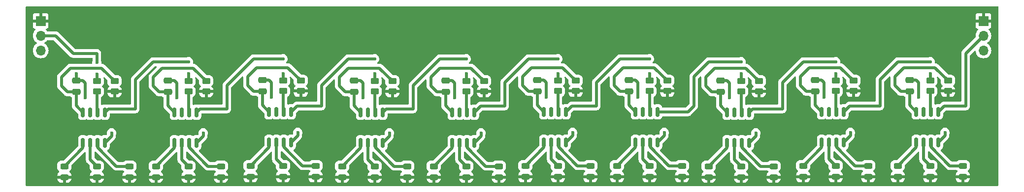
<source format=gtl>
G04 #@! TF.GenerationSoftware,KiCad,Pcbnew,8.0.3*
G04 #@! TF.CreationDate,2024-06-20T18:30:59+01:00*
G04 #@! TF.ProjectId,BClock,42436c6f-636b-42e6-9b69-6361645f7063,rev?*
G04 #@! TF.SameCoordinates,Original*
G04 #@! TF.FileFunction,Copper,L1,Top*
G04 #@! TF.FilePolarity,Positive*
%FSLAX46Y46*%
G04 Gerber Fmt 4.6, Leading zero omitted, Abs format (unit mm)*
G04 Created by KiCad (PCBNEW 8.0.3) date 2024-06-20 18:30:59*
%MOMM*%
%LPD*%
G01*
G04 APERTURE LIST*
G04 Aperture macros list*
%AMRoundRect*
0 Rectangle with rounded corners*
0 $1 Rounding radius*
0 $2 $3 $4 $5 $6 $7 $8 $9 X,Y pos of 4 corners*
0 Add a 4 corners polygon primitive as box body*
4,1,4,$2,$3,$4,$5,$6,$7,$8,$9,$2,$3,0*
0 Add four circle primitives for the rounded corners*
1,1,$1+$1,$2,$3*
1,1,$1+$1,$4,$5*
1,1,$1+$1,$6,$7*
1,1,$1+$1,$8,$9*
0 Add four rect primitives between the rounded corners*
20,1,$1+$1,$2,$3,$4,$5,0*
20,1,$1+$1,$4,$5,$6,$7,0*
20,1,$1+$1,$6,$7,$8,$9,0*
20,1,$1+$1,$8,$9,$2,$3,0*%
G04 Aperture macros list end*
G04 #@! TA.AperFunction,ComponentPad*
%ADD10O,1.700000X1.700000*%
G04 #@! TD*
G04 #@! TA.AperFunction,ComponentPad*
%ADD11R,1.700000X1.700000*%
G04 #@! TD*
G04 #@! TA.AperFunction,SMDPad,CuDef*
%ADD12RoundRect,0.150000X0.150000X-0.675000X0.150000X0.675000X-0.150000X0.675000X-0.150000X-0.675000X0*%
G04 #@! TD*
G04 #@! TA.AperFunction,SMDPad,CuDef*
%ADD13RoundRect,0.250000X0.450000X-0.262500X0.450000X0.262500X-0.450000X0.262500X-0.450000X-0.262500X0*%
G04 #@! TD*
G04 #@! TA.AperFunction,SMDPad,CuDef*
%ADD14RoundRect,0.250000X-0.450000X0.262500X-0.450000X-0.262500X0.450000X-0.262500X0.450000X0.262500X0*%
G04 #@! TD*
G04 #@! TA.AperFunction,SMDPad,CuDef*
%ADD15RoundRect,0.243750X-0.456250X0.243750X-0.456250X-0.243750X0.456250X-0.243750X0.456250X0.243750X0*%
G04 #@! TD*
G04 #@! TA.AperFunction,SMDPad,CuDef*
%ADD16RoundRect,0.250000X-0.475000X0.250000X-0.475000X-0.250000X0.475000X-0.250000X0.475000X0.250000X0*%
G04 #@! TD*
G04 #@! TA.AperFunction,ViaPad*
%ADD17C,0.600000*%
G04 #@! TD*
G04 #@! TA.AperFunction,Conductor*
%ADD18C,0.500000*%
G04 #@! TD*
G04 APERTURE END LIST*
D10*
X71628000Y-82374500D03*
X71628000Y-79834500D03*
D11*
X71628000Y-77294500D03*
D12*
X78867000Y-93036000D03*
X80137000Y-93036000D03*
X81407000Y-93036000D03*
X82677000Y-93036000D03*
X82677000Y-98286000D03*
X81407000Y-98286000D03*
X80137000Y-98286000D03*
X78867000Y-98286000D03*
D13*
X84328000Y-87636500D03*
X84328000Y-89461500D03*
D14*
X81280000Y-89461500D03*
X81280000Y-87636500D03*
D15*
X86868000Y-104218500D03*
X86868000Y-102343500D03*
X81280000Y-104218500D03*
X81280000Y-102343500D03*
X75692000Y-104218500D03*
X75692000Y-102343500D03*
D16*
X77724000Y-89499000D03*
X77724000Y-87599000D03*
D12*
X94615000Y-93036000D03*
X95885000Y-93036000D03*
X97155000Y-93036000D03*
X98425000Y-93036000D03*
X98425000Y-98286000D03*
X97155000Y-98286000D03*
X95885000Y-98286000D03*
X94615000Y-98286000D03*
D10*
X233680000Y-82374500D03*
X233680000Y-79834500D03*
D11*
X233680000Y-77294500D03*
D16*
X93472000Y-89499000D03*
X93472000Y-87599000D03*
D14*
X192024000Y-89461500D03*
X192024000Y-87636500D03*
D13*
X195072000Y-87636500D03*
X195072000Y-89461500D03*
D15*
X134620000Y-104218500D03*
X134620000Y-102343500D03*
D14*
X224536000Y-89383000D03*
X224536000Y-87558000D03*
D12*
X126619000Y-93036000D03*
X127889000Y-93036000D03*
X129159000Y-93036000D03*
X130429000Y-93036000D03*
X130429000Y-98286000D03*
X129159000Y-98286000D03*
X127889000Y-98286000D03*
X126619000Y-98286000D03*
D14*
X129032000Y-89461500D03*
X129032000Y-87636500D03*
D12*
X205867000Y-92957500D03*
X207137000Y-92957500D03*
X208407000Y-92957500D03*
X209677000Y-92957500D03*
X209677000Y-98207500D03*
X208407000Y-98207500D03*
X207137000Y-98207500D03*
X205867000Y-98207500D03*
D15*
X160528000Y-104140000D03*
X160528000Y-102265000D03*
D13*
X116332000Y-87558000D03*
X116332000Y-89383000D03*
D15*
X97028000Y-104218500D03*
X97028000Y-102343500D03*
X139192000Y-104218500D03*
X139192000Y-102343500D03*
D16*
X141224000Y-89499000D03*
X141224000Y-87599000D03*
D15*
X166116000Y-104140000D03*
X166116000Y-102265000D03*
X154940000Y-104140000D03*
X154940000Y-102265000D03*
D13*
X100076000Y-87636500D03*
X100076000Y-89461500D03*
D15*
X197612000Y-104218500D03*
X197612000Y-102343500D03*
D16*
X188468000Y-89499000D03*
X188468000Y-87599000D03*
D15*
X113284000Y-104140000D03*
X113284000Y-102265000D03*
X144780000Y-104218500D03*
X144780000Y-102343500D03*
D14*
X97028000Y-87636500D03*
X97028000Y-89461500D03*
D15*
X150368000Y-104218500D03*
X150368000Y-102343500D03*
D16*
X156972000Y-89420500D03*
X156972000Y-87520500D03*
D15*
X186436000Y-104218500D03*
X186436000Y-102343500D03*
X176276000Y-104140000D03*
X176276000Y-102265000D03*
D16*
X172720000Y-89420500D03*
X172720000Y-87520500D03*
D15*
X192024000Y-104218500D03*
X192024000Y-102343500D03*
X181864000Y-104140000D03*
X181864000Y-102265000D03*
D13*
X163576000Y-87558000D03*
X163576000Y-89383000D03*
D14*
X160528000Y-89383000D03*
X160528000Y-87558000D03*
D12*
X189611000Y-93036000D03*
X190881000Y-93036000D03*
X192151000Y-93036000D03*
X193421000Y-93036000D03*
X193421000Y-98286000D03*
X192151000Y-98286000D03*
X190881000Y-98286000D03*
X189611000Y-98286000D03*
D15*
X170688000Y-104140000D03*
X170688000Y-102265000D03*
D14*
X176276000Y-89383000D03*
X176276000Y-87558000D03*
D13*
X179324000Y-87558000D03*
X179324000Y-89383000D03*
D12*
X158115000Y-92957500D03*
X159385000Y-92957500D03*
X160655000Y-92957500D03*
X161925000Y-92957500D03*
X161925000Y-98207500D03*
X160655000Y-98207500D03*
X159385000Y-98207500D03*
X158115000Y-98207500D03*
D15*
X213868000Y-104140000D03*
X213868000Y-102265000D03*
D13*
X132080000Y-87636500D03*
X132080000Y-89461500D03*
D15*
X91440000Y-104218500D03*
X91440000Y-102343500D03*
D16*
X204724000Y-89420500D03*
X204724000Y-87520500D03*
D14*
X144780000Y-89461500D03*
X144780000Y-87636500D03*
D15*
X129032000Y-104218500D03*
X129032000Y-102343500D03*
D12*
X142367000Y-93036000D03*
X143637000Y-93036000D03*
X144907000Y-93036000D03*
X146177000Y-93036000D03*
X146177000Y-98286000D03*
X144907000Y-98286000D03*
X143637000Y-98286000D03*
X142367000Y-98286000D03*
D16*
X125476000Y-89499000D03*
X125476000Y-87599000D03*
D12*
X222123000Y-92957500D03*
X223393000Y-92957500D03*
X224663000Y-92957500D03*
X225933000Y-92957500D03*
X225933000Y-98207500D03*
X224663000Y-98207500D03*
X223393000Y-98207500D03*
X222123000Y-98207500D03*
D16*
X109728000Y-89420500D03*
X109728000Y-87520500D03*
D15*
X107696000Y-104140000D03*
X107696000Y-102265000D03*
D14*
X113284000Y-89383000D03*
X113284000Y-87558000D03*
D15*
X118872000Y-104140000D03*
X118872000Y-102265000D03*
D12*
X110871000Y-92957500D03*
X112141000Y-92957500D03*
X113411000Y-92957500D03*
X114681000Y-92957500D03*
X114681000Y-98207500D03*
X113411000Y-98207500D03*
X112141000Y-98207500D03*
X110871000Y-98207500D03*
D15*
X218948000Y-104140000D03*
X218948000Y-102265000D03*
X102616000Y-104218500D03*
X102616000Y-102343500D03*
D14*
X208280000Y-89383000D03*
X208280000Y-87558000D03*
D15*
X123444000Y-104218500D03*
X123444000Y-102343500D03*
X224536000Y-104140000D03*
X224536000Y-102265000D03*
D13*
X227584000Y-87558000D03*
X227584000Y-89383000D03*
D15*
X202692000Y-104140000D03*
X202692000Y-102265000D03*
D16*
X220980000Y-89420500D03*
X220980000Y-87520500D03*
D15*
X230124000Y-104140000D03*
X230124000Y-102265000D03*
D13*
X147828000Y-87636500D03*
X147828000Y-89461500D03*
D15*
X208280000Y-104140000D03*
X208280000Y-102265000D03*
D12*
X173863000Y-92957500D03*
X175133000Y-92957500D03*
X176403000Y-92957500D03*
X177673000Y-92957500D03*
X177673000Y-98207500D03*
X176403000Y-98207500D03*
X175133000Y-98207500D03*
X173863000Y-98207500D03*
D13*
X211328000Y-87558000D03*
X211328000Y-89383000D03*
D17*
X224536000Y-84328000D03*
X224536000Y-86360000D03*
X208280000Y-84328000D03*
X208280000Y-86360000D03*
X192024000Y-84328000D03*
X192024000Y-86360000D03*
X176276000Y-86360000D03*
X176276000Y-83820000D03*
X160528000Y-83820000D03*
X160528000Y-86360000D03*
X144780000Y-86360000D03*
X144780000Y-83820000D03*
X129032000Y-86360000D03*
X129032000Y-83820000D03*
X113284000Y-86360000D03*
X113284000Y-83820000D03*
X77724000Y-86360000D03*
X97028000Y-84328000D03*
X97028000Y-86360000D03*
X99568004Y-96598500D03*
X94996000Y-90502500D03*
X115824004Y-96520000D03*
X111252000Y-90424000D03*
X131572004Y-96598500D03*
X127000000Y-90502500D03*
X147320004Y-96598500D03*
X142748000Y-90502500D03*
X174244000Y-90424000D03*
X178816004Y-96520000D03*
X189992000Y-90502500D03*
X194564004Y-96598500D03*
X210820004Y-96520000D03*
X206248000Y-90424000D03*
X222504000Y-90424000D03*
X227076004Y-96520000D03*
X163068004Y-96520000D03*
X158496000Y-90424000D03*
X81280000Y-84406500D03*
X81280000Y-86438500D03*
X79248000Y-90502500D03*
X83820004Y-96598500D03*
D18*
X225933000Y-92957500D02*
X226942500Y-91948000D01*
X230632000Y-91948000D02*
X230632000Y-82882500D01*
X226942500Y-91948000D02*
X230632000Y-91948000D01*
X230632000Y-82882500D02*
X233680000Y-79834500D01*
X209677000Y-92957500D02*
X210686500Y-91948000D01*
X215900000Y-91948000D02*
X215900000Y-87376000D01*
X210686500Y-91948000D02*
X215900000Y-91948000D01*
X215900000Y-87376000D02*
X218948000Y-84328000D01*
X218948000Y-84328000D02*
X224536000Y-84328000D01*
X224536000Y-86360000D02*
X224536000Y-87558000D01*
X199136000Y-92456000D02*
X199136000Y-87884000D01*
X193421000Y-93036000D02*
X194001000Y-92456000D01*
X202692000Y-84328000D02*
X208280000Y-84328000D01*
X194001000Y-92456000D02*
X199136000Y-92456000D01*
X208280000Y-86360000D02*
X208280000Y-87558000D01*
X199136000Y-87884000D02*
X202692000Y-84328000D01*
X182873500Y-92957500D02*
X182880000Y-92964000D01*
X177673000Y-92957500D02*
X182873500Y-92957500D01*
X183896000Y-86868000D02*
X186436000Y-84328000D01*
X183896000Y-91948000D02*
X183896000Y-86868000D01*
X186436000Y-84328000D02*
X192024000Y-84328000D01*
X192024000Y-86360000D02*
X192024000Y-87636500D01*
X182880000Y-92964000D02*
X183896000Y-91948000D01*
X176276000Y-86360000D02*
X176276000Y-87558000D01*
X161925000Y-92957500D02*
X162934500Y-91948000D01*
X162934500Y-91948000D02*
X167132000Y-91948000D01*
X167132000Y-91948000D02*
X167132000Y-87884000D01*
X171196000Y-83820000D02*
X176276000Y-83820000D01*
X167132000Y-87884000D02*
X171196000Y-83820000D01*
X155448000Y-83820000D02*
X160528000Y-83820000D01*
X160528000Y-86360000D02*
X160528000Y-87558000D01*
X151384000Y-91948000D02*
X151384000Y-87884000D01*
X151384000Y-87884000D02*
X155448000Y-83820000D01*
X147265000Y-91948000D02*
X151384000Y-91948000D01*
X146177000Y-93036000D02*
X147265000Y-91948000D01*
X144780000Y-86360000D02*
X144780000Y-87636500D01*
X135636000Y-88392000D02*
X140208000Y-83820000D01*
X130429000Y-93036000D02*
X131009000Y-92456000D01*
X131009000Y-92456000D02*
X135636000Y-92456000D01*
X140208000Y-83820000D02*
X144780000Y-83820000D01*
X135636000Y-92456000D02*
X135636000Y-88392000D01*
X114681000Y-92957500D02*
X115690500Y-91948000D01*
X115690500Y-91948000D02*
X119888000Y-91948000D01*
X129032000Y-86360000D02*
X129032000Y-87636500D01*
X124460000Y-83820000D02*
X129032000Y-83820000D01*
X119888000Y-91948000D02*
X119888000Y-88392000D01*
X119888000Y-88392000D02*
X123952000Y-84328000D01*
X123952000Y-84328000D02*
X124460000Y-83820000D01*
X99005000Y-92456000D02*
X103632000Y-92456000D01*
X103632000Y-88392000D02*
X107696000Y-84328000D01*
X98425000Y-93036000D02*
X99005000Y-92456000D01*
X103632000Y-92456000D02*
X103632000Y-88392000D01*
X108204000Y-83820000D02*
X113284000Y-83820000D01*
X107696000Y-84328000D02*
X108204000Y-83820000D01*
X113284000Y-86360000D02*
X113284000Y-87558000D01*
X77724000Y-87599000D02*
X77724000Y-86360000D01*
X83257000Y-92456000D02*
X87884000Y-92456000D01*
X82677000Y-93036000D02*
X83257000Y-92456000D01*
X87884000Y-87376000D02*
X88392000Y-86868000D01*
X88392000Y-86868000D02*
X90932000Y-84328000D01*
X90932000Y-84328000D02*
X97028000Y-84328000D01*
X87884000Y-92456000D02*
X87884000Y-87376000D01*
X97028000Y-86360000D02*
X97028000Y-87636500D01*
X222123000Y-99090000D02*
X222123000Y-98207500D01*
X218948000Y-102265000D02*
X222123000Y-99090000D01*
X223393000Y-101122000D02*
X223393000Y-98207500D01*
X224536000Y-102265000D02*
X223393000Y-101122000D01*
X224663000Y-99032499D02*
X224663000Y-98207500D01*
X227895501Y-102265000D02*
X224663000Y-99032499D01*
X230124000Y-102265000D02*
X227895501Y-102265000D01*
X222123000Y-92957500D02*
X220980000Y-91814500D01*
X220980000Y-91814500D02*
X220980000Y-89420500D01*
X222504000Y-87884000D02*
X222504000Y-90424000D01*
X220980000Y-87520500D02*
X222140500Y-87520500D01*
X222140500Y-87520500D02*
X222504000Y-87884000D01*
X225933000Y-98207500D02*
X227076004Y-97064496D01*
X227076004Y-97064496D02*
X227076004Y-96520000D01*
X224536000Y-92830500D02*
X224663000Y-92957500D01*
X224536000Y-89383000D02*
X224536000Y-92830500D01*
X219468500Y-89420500D02*
X220980000Y-89420500D01*
X219964000Y-85344000D02*
X218440000Y-86868000D01*
X227584000Y-87558000D02*
X225370000Y-85344000D01*
X218440000Y-88392000D02*
X219468500Y-89420500D01*
X218440000Y-86868000D02*
X218440000Y-88392000D01*
X225370000Y-85344000D02*
X219964000Y-85344000D01*
X205867000Y-99090000D02*
X205867000Y-98207500D01*
X202692000Y-102265000D02*
X205867000Y-99090000D01*
X207137000Y-101122000D02*
X207137000Y-98207500D01*
X208280000Y-102265000D02*
X207137000Y-101122000D01*
X208407000Y-99032499D02*
X208407000Y-98207500D01*
X211639501Y-102265000D02*
X208407000Y-99032499D01*
X213868000Y-102265000D02*
X211639501Y-102265000D01*
X205867000Y-92957500D02*
X204724000Y-91814500D01*
X204724000Y-91814500D02*
X204724000Y-89420500D01*
X206248000Y-87884000D02*
X206248000Y-90424000D01*
X204724000Y-87520500D02*
X205884500Y-87520500D01*
X205884500Y-87520500D02*
X206248000Y-87884000D01*
X209677000Y-98207500D02*
X210820004Y-97064496D01*
X210820004Y-97064496D02*
X210820004Y-96520000D01*
X208280000Y-92830500D02*
X208407000Y-92957500D01*
X208280000Y-89383000D02*
X208280000Y-92830500D01*
X203212500Y-89420500D02*
X204724000Y-89420500D01*
X203708000Y-85344000D02*
X202184000Y-86868000D01*
X211328000Y-87558000D02*
X209114000Y-85344000D01*
X202184000Y-88392000D02*
X203212500Y-89420500D01*
X202184000Y-86868000D02*
X202184000Y-88392000D01*
X209114000Y-85344000D02*
X203708000Y-85344000D01*
X189611000Y-99168500D02*
X189611000Y-98286000D01*
X186436000Y-102343500D02*
X189611000Y-99168500D01*
X190881000Y-101200500D02*
X190881000Y-98286000D01*
X192024000Y-102343500D02*
X190881000Y-101200500D01*
X192151000Y-99110999D02*
X192151000Y-98286000D01*
X195383501Y-102343500D02*
X192151000Y-99110999D01*
X197612000Y-102343500D02*
X195383501Y-102343500D01*
X189611000Y-93036000D02*
X188468000Y-91893000D01*
X188468000Y-91893000D02*
X188468000Y-89499000D01*
X189992000Y-87962500D02*
X189992000Y-90502500D01*
X188468000Y-87599000D02*
X189628500Y-87599000D01*
X189628500Y-87599000D02*
X189992000Y-87962500D01*
X193421000Y-98286000D02*
X194564004Y-97142996D01*
X194564004Y-97142996D02*
X194564004Y-96598500D01*
X192024000Y-92909000D02*
X192151000Y-93036000D01*
X192024000Y-89461500D02*
X192024000Y-92909000D01*
X186956500Y-89499000D02*
X188468000Y-89499000D01*
X187452000Y-85422500D02*
X185928000Y-86946500D01*
X195072000Y-87636500D02*
X192858000Y-85422500D01*
X185928000Y-88470500D02*
X186956500Y-89499000D01*
X185928000Y-86946500D02*
X185928000Y-88470500D01*
X192858000Y-85422500D02*
X187452000Y-85422500D01*
X173863000Y-99090000D02*
X173863000Y-98207500D01*
X170688000Y-102265000D02*
X173863000Y-99090000D01*
X175133000Y-101122000D02*
X175133000Y-98207500D01*
X176276000Y-102265000D02*
X175133000Y-101122000D01*
X176403000Y-99032499D02*
X176403000Y-98207500D01*
X179635501Y-102265000D02*
X176403000Y-99032499D01*
X181864000Y-102265000D02*
X179635501Y-102265000D01*
X173863000Y-92957500D02*
X172720000Y-91814500D01*
X172720000Y-91814500D02*
X172720000Y-89420500D01*
X174244000Y-87884000D02*
X174244000Y-90424000D01*
X172720000Y-87520500D02*
X173880500Y-87520500D01*
X173880500Y-87520500D02*
X174244000Y-87884000D01*
X177673000Y-98207500D02*
X178816004Y-97064496D01*
X178816004Y-97064496D02*
X178816004Y-96520000D01*
X176276000Y-92830500D02*
X176403000Y-92957500D01*
X176276000Y-89383000D02*
X176276000Y-92830500D01*
X171208500Y-89420500D02*
X172720000Y-89420500D01*
X171704000Y-85344000D02*
X170180000Y-86868000D01*
X179324000Y-87558000D02*
X177110000Y-85344000D01*
X170180000Y-88392000D02*
X171208500Y-89420500D01*
X170180000Y-86868000D02*
X170180000Y-88392000D01*
X177110000Y-85344000D02*
X171704000Y-85344000D01*
X158115000Y-99090000D02*
X158115000Y-98207500D01*
X154940000Y-102265000D02*
X158115000Y-99090000D01*
X159385000Y-101122000D02*
X159385000Y-98207500D01*
X160528000Y-102265000D02*
X159385000Y-101122000D01*
X160655000Y-99032499D02*
X160655000Y-98207500D01*
X163887501Y-102265000D02*
X160655000Y-99032499D01*
X166116000Y-102265000D02*
X163887501Y-102265000D01*
X158115000Y-92957500D02*
X156972000Y-91814500D01*
X156972000Y-91814500D02*
X156972000Y-89420500D01*
X158496000Y-87884000D02*
X158496000Y-90424000D01*
X156972000Y-87520500D02*
X158132500Y-87520500D01*
X158132500Y-87520500D02*
X158496000Y-87884000D01*
X161925000Y-98207500D02*
X163068004Y-97064496D01*
X163068004Y-97064496D02*
X163068004Y-96520000D01*
X160528000Y-92830500D02*
X160655000Y-92957500D01*
X160528000Y-89383000D02*
X160528000Y-92830500D01*
X155460500Y-89420500D02*
X156972000Y-89420500D01*
X155956000Y-85344000D02*
X154432000Y-86868000D01*
X163576000Y-87558000D02*
X161362000Y-85344000D01*
X154432000Y-88392000D02*
X155460500Y-89420500D01*
X154432000Y-86868000D02*
X154432000Y-88392000D01*
X161362000Y-85344000D02*
X155956000Y-85344000D01*
X142367000Y-99168500D02*
X142367000Y-98286000D01*
X139192000Y-102343500D02*
X142367000Y-99168500D01*
X143637000Y-101200500D02*
X143637000Y-98286000D01*
X144780000Y-102343500D02*
X143637000Y-101200500D01*
X144907000Y-99110999D02*
X144907000Y-98286000D01*
X148139501Y-102343500D02*
X144907000Y-99110999D01*
X150368000Y-102343500D02*
X148139501Y-102343500D01*
X142367000Y-93036000D02*
X141224000Y-91893000D01*
X141224000Y-91893000D02*
X141224000Y-89499000D01*
X142748000Y-87962500D02*
X142748000Y-90502500D01*
X141224000Y-87599000D02*
X142384500Y-87599000D01*
X142384500Y-87599000D02*
X142748000Y-87962500D01*
X146177000Y-98286000D02*
X147320004Y-97142996D01*
X147320004Y-97142996D02*
X147320004Y-96598500D01*
X144780000Y-92909000D02*
X144907000Y-93036000D01*
X144780000Y-89461500D02*
X144780000Y-92909000D01*
X139712500Y-89499000D02*
X141224000Y-89499000D01*
X140208000Y-85422500D02*
X138684000Y-86946500D01*
X147828000Y-87636500D02*
X145614000Y-85422500D01*
X138684000Y-88470500D02*
X139712500Y-89499000D01*
X138684000Y-86946500D02*
X138684000Y-88470500D01*
X145614000Y-85422500D02*
X140208000Y-85422500D01*
X126619000Y-99168500D02*
X126619000Y-98286000D01*
X123444000Y-102343500D02*
X126619000Y-99168500D01*
X127889000Y-101200500D02*
X127889000Y-98286000D01*
X129032000Y-102343500D02*
X127889000Y-101200500D01*
X129159000Y-99110999D02*
X129159000Y-98286000D01*
X132391501Y-102343500D02*
X129159000Y-99110999D01*
X134620000Y-102343500D02*
X132391501Y-102343500D01*
X126619000Y-93036000D02*
X125476000Y-91893000D01*
X125476000Y-91893000D02*
X125476000Y-89499000D01*
X127000000Y-87962500D02*
X127000000Y-90502500D01*
X125476000Y-87599000D02*
X126636500Y-87599000D01*
X126636500Y-87599000D02*
X127000000Y-87962500D01*
X130429000Y-98286000D02*
X131572004Y-97142996D01*
X131572004Y-97142996D02*
X131572004Y-96598500D01*
X129032000Y-92909000D02*
X129159000Y-93036000D01*
X129032000Y-89461500D02*
X129032000Y-92909000D01*
X123964500Y-89499000D02*
X125476000Y-89499000D01*
X124460000Y-85422500D02*
X122936000Y-86946500D01*
X132080000Y-87636500D02*
X129866000Y-85422500D01*
X122936000Y-88470500D02*
X123964500Y-89499000D01*
X122936000Y-86946500D02*
X122936000Y-88470500D01*
X129866000Y-85422500D02*
X124460000Y-85422500D01*
X110871000Y-99090000D02*
X110871000Y-98207500D01*
X107696000Y-102265000D02*
X110871000Y-99090000D01*
X112141000Y-101122000D02*
X112141000Y-98207500D01*
X113284000Y-102265000D02*
X112141000Y-101122000D01*
X113411000Y-99032499D02*
X113411000Y-98207500D01*
X116643501Y-102265000D02*
X113411000Y-99032499D01*
X118872000Y-102265000D02*
X116643501Y-102265000D01*
X110871000Y-92957500D02*
X109728000Y-91814500D01*
X109728000Y-91814500D02*
X109728000Y-89420500D01*
X111252000Y-87884000D02*
X111252000Y-90424000D01*
X109728000Y-87520500D02*
X110888500Y-87520500D01*
X110888500Y-87520500D02*
X111252000Y-87884000D01*
X114681000Y-98207500D02*
X115824004Y-97064496D01*
X115824004Y-97064496D02*
X115824004Y-96520000D01*
X113284000Y-92830500D02*
X113411000Y-92957500D01*
X113284000Y-89383000D02*
X113284000Y-92830500D01*
X108216500Y-89420500D02*
X109728000Y-89420500D01*
X108712000Y-85344000D02*
X107188000Y-86868000D01*
X116332000Y-87558000D02*
X114118000Y-85344000D01*
X107188000Y-88392000D02*
X108216500Y-89420500D01*
X107188000Y-86868000D02*
X107188000Y-88392000D01*
X114118000Y-85344000D02*
X108712000Y-85344000D01*
X94615000Y-99168500D02*
X94615000Y-98286000D01*
X91440000Y-102343500D02*
X94615000Y-99168500D01*
X95885000Y-101200500D02*
X95885000Y-98286000D01*
X97028000Y-102343500D02*
X95885000Y-101200500D01*
X97155000Y-99110999D02*
X97155000Y-98286000D01*
X100387501Y-102343500D02*
X97155000Y-99110999D01*
X102616000Y-102343500D02*
X100387501Y-102343500D01*
X94615000Y-93036000D02*
X93472000Y-91893000D01*
X93472000Y-91893000D02*
X93472000Y-89499000D01*
X94996000Y-87962500D02*
X94996000Y-90502500D01*
X93472000Y-87599000D02*
X94632500Y-87599000D01*
X94632500Y-87599000D02*
X94996000Y-87962500D01*
X98425000Y-98286000D02*
X99568004Y-97142996D01*
X99568004Y-97142996D02*
X99568004Y-96598500D01*
X97028000Y-92909000D02*
X97155000Y-93036000D01*
X97028000Y-89461500D02*
X97028000Y-92909000D01*
X91960500Y-89499000D02*
X93472000Y-89499000D01*
X92456000Y-85422500D02*
X90932000Y-86946500D01*
X100076000Y-87636500D02*
X97862000Y-85422500D01*
X90932000Y-88470500D02*
X91960500Y-89499000D01*
X90932000Y-86946500D02*
X90932000Y-88470500D01*
X97862000Y-85422500D02*
X92456000Y-85422500D01*
X71628000Y-79834500D02*
X74168000Y-79834500D01*
X77216000Y-82882500D02*
X81280000Y-82882500D01*
X74168000Y-79834500D02*
X77216000Y-82882500D01*
X81280000Y-82882500D02*
X81280000Y-84406500D01*
X81280000Y-87636500D02*
X81280000Y-86438500D01*
X82114000Y-85422500D02*
X76708000Y-85422500D01*
X75184000Y-86946500D02*
X75184000Y-88470500D01*
X75184000Y-88470500D02*
X76212500Y-89499000D01*
X84328000Y-87636500D02*
X82114000Y-85422500D01*
X76708000Y-85422500D02*
X75184000Y-86946500D01*
X76212500Y-89499000D02*
X77724000Y-89499000D01*
X81280000Y-89461500D02*
X81280000Y-92909000D01*
X81280000Y-92909000D02*
X81407000Y-93036000D01*
X83820004Y-97142996D02*
X83820004Y-96598500D01*
X82677000Y-98286000D02*
X83820004Y-97142996D01*
X78884500Y-87599000D02*
X79248000Y-87962500D01*
X77724000Y-87599000D02*
X78884500Y-87599000D01*
X79248000Y-87962500D02*
X79248000Y-90502500D01*
X77724000Y-91893000D02*
X77724000Y-89499000D01*
X78867000Y-93036000D02*
X77724000Y-91893000D01*
X86868000Y-102343500D02*
X84639501Y-102343500D01*
X84639501Y-102343500D02*
X81407000Y-99110999D01*
X81407000Y-99110999D02*
X81407000Y-98286000D01*
X81280000Y-102343500D02*
X80137000Y-101200500D01*
X80137000Y-101200500D02*
X80137000Y-98286000D01*
X75692000Y-102343500D02*
X78867000Y-99168500D01*
X78867000Y-99168500D02*
X78867000Y-98286000D01*
G04 #@! TA.AperFunction,Conductor*
G36*
X236170539Y-74766685D02*
G01*
X236216294Y-74819489D01*
X236227500Y-74871000D01*
X236227500Y-105626000D01*
X236207815Y-105693039D01*
X236155011Y-105738794D01*
X236103500Y-105750000D01*
X69204500Y-105750000D01*
X69137461Y-105730315D01*
X69091706Y-105677511D01*
X69080500Y-105626000D01*
X69080500Y-104511815D01*
X74492000Y-104511815D01*
X74502407Y-104613673D01*
X74557094Y-104778709D01*
X74557096Y-104778714D01*
X74648370Y-104926691D01*
X74771308Y-105049629D01*
X74919285Y-105140903D01*
X74919290Y-105140905D01*
X75084326Y-105195592D01*
X75186184Y-105205999D01*
X75186197Y-105206000D01*
X75442000Y-105206000D01*
X75942000Y-105206000D01*
X76197803Y-105206000D01*
X76197815Y-105205999D01*
X76299673Y-105195592D01*
X76464709Y-105140905D01*
X76464714Y-105140903D01*
X76612691Y-105049629D01*
X76735629Y-104926691D01*
X76826903Y-104778714D01*
X76826905Y-104778709D01*
X76881592Y-104613673D01*
X76891999Y-104511815D01*
X80080000Y-104511815D01*
X80090407Y-104613673D01*
X80145094Y-104778709D01*
X80145096Y-104778714D01*
X80236370Y-104926691D01*
X80359308Y-105049629D01*
X80507285Y-105140903D01*
X80507290Y-105140905D01*
X80672326Y-105195592D01*
X80774184Y-105205999D01*
X80774197Y-105206000D01*
X81030000Y-105206000D01*
X81530000Y-105206000D01*
X81785803Y-105206000D01*
X81785815Y-105205999D01*
X81887673Y-105195592D01*
X82052709Y-105140905D01*
X82052714Y-105140903D01*
X82200691Y-105049629D01*
X82323629Y-104926691D01*
X82414903Y-104778714D01*
X82414905Y-104778709D01*
X82469592Y-104613673D01*
X82479999Y-104511815D01*
X85668000Y-104511815D01*
X85678407Y-104613673D01*
X85733094Y-104778709D01*
X85733096Y-104778714D01*
X85824370Y-104926691D01*
X85947308Y-105049629D01*
X86095285Y-105140903D01*
X86095290Y-105140905D01*
X86260326Y-105195592D01*
X86362184Y-105205999D01*
X86362197Y-105206000D01*
X86618000Y-105206000D01*
X87118000Y-105206000D01*
X87373803Y-105206000D01*
X87373815Y-105205999D01*
X87475673Y-105195592D01*
X87640709Y-105140905D01*
X87640714Y-105140903D01*
X87788691Y-105049629D01*
X87911629Y-104926691D01*
X88002903Y-104778714D01*
X88002905Y-104778709D01*
X88057592Y-104613673D01*
X88067999Y-104511815D01*
X90240000Y-104511815D01*
X90250407Y-104613673D01*
X90305094Y-104778709D01*
X90305096Y-104778714D01*
X90396370Y-104926691D01*
X90519308Y-105049629D01*
X90667285Y-105140903D01*
X90667290Y-105140905D01*
X90832326Y-105195592D01*
X90934184Y-105205999D01*
X90934197Y-105206000D01*
X91190000Y-105206000D01*
X91690000Y-105206000D01*
X91945803Y-105206000D01*
X91945815Y-105205999D01*
X92047673Y-105195592D01*
X92212709Y-105140905D01*
X92212714Y-105140903D01*
X92360691Y-105049629D01*
X92483629Y-104926691D01*
X92574903Y-104778714D01*
X92574905Y-104778709D01*
X92629592Y-104613673D01*
X92639999Y-104511815D01*
X95828000Y-104511815D01*
X95838407Y-104613673D01*
X95893094Y-104778709D01*
X95893096Y-104778714D01*
X95984370Y-104926691D01*
X96107308Y-105049629D01*
X96255285Y-105140903D01*
X96255290Y-105140905D01*
X96420326Y-105195592D01*
X96522184Y-105205999D01*
X96522197Y-105206000D01*
X96778000Y-105206000D01*
X97278000Y-105206000D01*
X97533803Y-105206000D01*
X97533815Y-105205999D01*
X97635673Y-105195592D01*
X97800709Y-105140905D01*
X97800714Y-105140903D01*
X97948691Y-105049629D01*
X98071629Y-104926691D01*
X98162903Y-104778714D01*
X98162905Y-104778709D01*
X98217592Y-104613673D01*
X98227999Y-104511815D01*
X101416000Y-104511815D01*
X101426407Y-104613673D01*
X101481094Y-104778709D01*
X101481096Y-104778714D01*
X101572370Y-104926691D01*
X101695308Y-105049629D01*
X101843285Y-105140903D01*
X101843290Y-105140905D01*
X102008326Y-105195592D01*
X102110184Y-105205999D01*
X102110197Y-105206000D01*
X102366000Y-105206000D01*
X102866000Y-105206000D01*
X103121803Y-105206000D01*
X103121815Y-105205999D01*
X103223673Y-105195592D01*
X103388709Y-105140905D01*
X103388714Y-105140903D01*
X103536691Y-105049629D01*
X103659629Y-104926691D01*
X103750903Y-104778714D01*
X103750905Y-104778709D01*
X103805592Y-104613673D01*
X103815999Y-104511815D01*
X103816000Y-104511802D01*
X103816000Y-104468500D01*
X102866000Y-104468500D01*
X102866000Y-105206000D01*
X102366000Y-105206000D01*
X102366000Y-104468500D01*
X101416000Y-104468500D01*
X101416000Y-104511815D01*
X98227999Y-104511815D01*
X98228000Y-104511802D01*
X98228000Y-104468500D01*
X97278000Y-104468500D01*
X97278000Y-105206000D01*
X96778000Y-105206000D01*
X96778000Y-104468500D01*
X95828000Y-104468500D01*
X95828000Y-104511815D01*
X92639999Y-104511815D01*
X92640000Y-104511802D01*
X92640000Y-104468500D01*
X91690000Y-104468500D01*
X91690000Y-105206000D01*
X91190000Y-105206000D01*
X91190000Y-104468500D01*
X90240000Y-104468500D01*
X90240000Y-104511815D01*
X88067999Y-104511815D01*
X88068000Y-104511802D01*
X88068000Y-104468500D01*
X87118000Y-104468500D01*
X87118000Y-105206000D01*
X86618000Y-105206000D01*
X86618000Y-104468500D01*
X85668000Y-104468500D01*
X85668000Y-104511815D01*
X82479999Y-104511815D01*
X82480000Y-104511802D01*
X82480000Y-104468500D01*
X81530000Y-104468500D01*
X81530000Y-105206000D01*
X81030000Y-105206000D01*
X81030000Y-104468500D01*
X80080000Y-104468500D01*
X80080000Y-104511815D01*
X76891999Y-104511815D01*
X76892000Y-104511802D01*
X76892000Y-104468500D01*
X75942000Y-104468500D01*
X75942000Y-105206000D01*
X75442000Y-105206000D01*
X75442000Y-104468500D01*
X74492000Y-104468500D01*
X74492000Y-104511815D01*
X69080500Y-104511815D01*
X69080500Y-104433315D01*
X106496000Y-104433315D01*
X106506407Y-104535173D01*
X106561094Y-104700209D01*
X106561096Y-104700214D01*
X106652370Y-104848191D01*
X106775308Y-104971129D01*
X106923285Y-105062403D01*
X106923290Y-105062405D01*
X107088326Y-105117092D01*
X107190184Y-105127499D01*
X107190197Y-105127500D01*
X107446000Y-105127500D01*
X107946000Y-105127500D01*
X108201803Y-105127500D01*
X108201815Y-105127499D01*
X108303673Y-105117092D01*
X108468709Y-105062405D01*
X108468714Y-105062403D01*
X108616691Y-104971129D01*
X108739629Y-104848191D01*
X108830903Y-104700214D01*
X108830905Y-104700209D01*
X108885592Y-104535173D01*
X108895999Y-104433315D01*
X112084000Y-104433315D01*
X112094407Y-104535173D01*
X112149094Y-104700209D01*
X112149096Y-104700214D01*
X112240370Y-104848191D01*
X112363308Y-104971129D01*
X112511285Y-105062403D01*
X112511290Y-105062405D01*
X112676326Y-105117092D01*
X112778184Y-105127499D01*
X112778197Y-105127500D01*
X113034000Y-105127500D01*
X113534000Y-105127500D01*
X113789803Y-105127500D01*
X113789815Y-105127499D01*
X113891673Y-105117092D01*
X114056709Y-105062405D01*
X114056714Y-105062403D01*
X114204691Y-104971129D01*
X114327629Y-104848191D01*
X114418903Y-104700214D01*
X114418905Y-104700209D01*
X114473592Y-104535173D01*
X114483999Y-104433315D01*
X117672000Y-104433315D01*
X117682407Y-104535173D01*
X117737094Y-104700209D01*
X117737096Y-104700214D01*
X117828370Y-104848191D01*
X117951308Y-104971129D01*
X118099285Y-105062403D01*
X118099290Y-105062405D01*
X118264326Y-105117092D01*
X118366184Y-105127499D01*
X118366197Y-105127500D01*
X118622000Y-105127500D01*
X119122000Y-105127500D01*
X119377803Y-105127500D01*
X119377815Y-105127499D01*
X119479673Y-105117092D01*
X119644709Y-105062405D01*
X119644714Y-105062403D01*
X119792691Y-104971129D01*
X119915629Y-104848191D01*
X120006903Y-104700214D01*
X120006905Y-104700209D01*
X120061592Y-104535173D01*
X120063979Y-104511815D01*
X122244000Y-104511815D01*
X122254407Y-104613673D01*
X122309094Y-104778709D01*
X122309096Y-104778714D01*
X122400370Y-104926691D01*
X122523308Y-105049629D01*
X122671285Y-105140903D01*
X122671290Y-105140905D01*
X122836326Y-105195592D01*
X122938184Y-105205999D01*
X122938197Y-105206000D01*
X123194000Y-105206000D01*
X123694000Y-105206000D01*
X123949803Y-105206000D01*
X123949815Y-105205999D01*
X124051673Y-105195592D01*
X124216709Y-105140905D01*
X124216714Y-105140903D01*
X124364691Y-105049629D01*
X124487629Y-104926691D01*
X124578903Y-104778714D01*
X124578905Y-104778709D01*
X124633592Y-104613673D01*
X124643999Y-104511815D01*
X127832000Y-104511815D01*
X127842407Y-104613673D01*
X127897094Y-104778709D01*
X127897096Y-104778714D01*
X127988370Y-104926691D01*
X128111308Y-105049629D01*
X128259285Y-105140903D01*
X128259290Y-105140905D01*
X128424326Y-105195592D01*
X128526184Y-105205999D01*
X128526197Y-105206000D01*
X128782000Y-105206000D01*
X129282000Y-105206000D01*
X129537803Y-105206000D01*
X129537815Y-105205999D01*
X129639673Y-105195592D01*
X129804709Y-105140905D01*
X129804714Y-105140903D01*
X129952691Y-105049629D01*
X130075629Y-104926691D01*
X130166903Y-104778714D01*
X130166905Y-104778709D01*
X130221592Y-104613673D01*
X130231999Y-104511815D01*
X133420000Y-104511815D01*
X133430407Y-104613673D01*
X133485094Y-104778709D01*
X133485096Y-104778714D01*
X133576370Y-104926691D01*
X133699308Y-105049629D01*
X133847285Y-105140903D01*
X133847290Y-105140905D01*
X134012326Y-105195592D01*
X134114184Y-105205999D01*
X134114197Y-105206000D01*
X134370000Y-105206000D01*
X134870000Y-105206000D01*
X135125803Y-105206000D01*
X135125815Y-105205999D01*
X135227673Y-105195592D01*
X135392709Y-105140905D01*
X135392714Y-105140903D01*
X135540691Y-105049629D01*
X135663629Y-104926691D01*
X135754903Y-104778714D01*
X135754905Y-104778709D01*
X135809592Y-104613673D01*
X135819999Y-104511815D01*
X137992000Y-104511815D01*
X138002407Y-104613673D01*
X138057094Y-104778709D01*
X138057096Y-104778714D01*
X138148370Y-104926691D01*
X138271308Y-105049629D01*
X138419285Y-105140903D01*
X138419290Y-105140905D01*
X138584326Y-105195592D01*
X138686184Y-105205999D01*
X138686197Y-105206000D01*
X138942000Y-105206000D01*
X139442000Y-105206000D01*
X139697803Y-105206000D01*
X139697815Y-105205999D01*
X139799673Y-105195592D01*
X139964709Y-105140905D01*
X139964714Y-105140903D01*
X140112691Y-105049629D01*
X140235629Y-104926691D01*
X140326903Y-104778714D01*
X140326905Y-104778709D01*
X140381592Y-104613673D01*
X140391999Y-104511815D01*
X143580000Y-104511815D01*
X143590407Y-104613673D01*
X143645094Y-104778709D01*
X143645096Y-104778714D01*
X143736370Y-104926691D01*
X143859308Y-105049629D01*
X144007285Y-105140903D01*
X144007290Y-105140905D01*
X144172326Y-105195592D01*
X144274184Y-105205999D01*
X144274197Y-105206000D01*
X144530000Y-105206000D01*
X145030000Y-105206000D01*
X145285803Y-105206000D01*
X145285815Y-105205999D01*
X145387673Y-105195592D01*
X145552709Y-105140905D01*
X145552714Y-105140903D01*
X145700691Y-105049629D01*
X145823629Y-104926691D01*
X145914903Y-104778714D01*
X145914905Y-104778709D01*
X145969592Y-104613673D01*
X145979999Y-104511815D01*
X149168000Y-104511815D01*
X149178407Y-104613673D01*
X149233094Y-104778709D01*
X149233096Y-104778714D01*
X149324370Y-104926691D01*
X149447308Y-105049629D01*
X149595285Y-105140903D01*
X149595290Y-105140905D01*
X149760326Y-105195592D01*
X149862184Y-105205999D01*
X149862197Y-105206000D01*
X150118000Y-105206000D01*
X150618000Y-105206000D01*
X150873803Y-105206000D01*
X150873815Y-105205999D01*
X150975673Y-105195592D01*
X151140709Y-105140905D01*
X151140714Y-105140903D01*
X151288691Y-105049629D01*
X151411629Y-104926691D01*
X151502903Y-104778714D01*
X151502905Y-104778709D01*
X151557592Y-104613673D01*
X151567999Y-104511815D01*
X151568000Y-104511802D01*
X151568000Y-104468500D01*
X150618000Y-104468500D01*
X150618000Y-105206000D01*
X150118000Y-105206000D01*
X150118000Y-104468500D01*
X149168000Y-104468500D01*
X149168000Y-104511815D01*
X145979999Y-104511815D01*
X145980000Y-104511802D01*
X145980000Y-104468500D01*
X145030000Y-104468500D01*
X145030000Y-105206000D01*
X144530000Y-105206000D01*
X144530000Y-104468500D01*
X143580000Y-104468500D01*
X143580000Y-104511815D01*
X140391999Y-104511815D01*
X140392000Y-104511802D01*
X140392000Y-104468500D01*
X139442000Y-104468500D01*
X139442000Y-105206000D01*
X138942000Y-105206000D01*
X138942000Y-104468500D01*
X137992000Y-104468500D01*
X137992000Y-104511815D01*
X135819999Y-104511815D01*
X135820000Y-104511802D01*
X135820000Y-104468500D01*
X134870000Y-104468500D01*
X134870000Y-105206000D01*
X134370000Y-105206000D01*
X134370000Y-104468500D01*
X133420000Y-104468500D01*
X133420000Y-104511815D01*
X130231999Y-104511815D01*
X130232000Y-104511802D01*
X130232000Y-104468500D01*
X129282000Y-104468500D01*
X129282000Y-105206000D01*
X128782000Y-105206000D01*
X128782000Y-104468500D01*
X127832000Y-104468500D01*
X127832000Y-104511815D01*
X124643999Y-104511815D01*
X124644000Y-104511802D01*
X124644000Y-104468500D01*
X123694000Y-104468500D01*
X123694000Y-105206000D01*
X123194000Y-105206000D01*
X123194000Y-104468500D01*
X122244000Y-104468500D01*
X122244000Y-104511815D01*
X120063979Y-104511815D01*
X120071999Y-104433315D01*
X153740000Y-104433315D01*
X153750407Y-104535173D01*
X153805094Y-104700209D01*
X153805096Y-104700214D01*
X153896370Y-104848191D01*
X154019308Y-104971129D01*
X154167285Y-105062403D01*
X154167290Y-105062405D01*
X154332326Y-105117092D01*
X154434184Y-105127499D01*
X154434197Y-105127500D01*
X154690000Y-105127500D01*
X155190000Y-105127500D01*
X155445803Y-105127500D01*
X155445815Y-105127499D01*
X155547673Y-105117092D01*
X155712709Y-105062405D01*
X155712714Y-105062403D01*
X155860691Y-104971129D01*
X155983629Y-104848191D01*
X156074903Y-104700214D01*
X156074905Y-104700209D01*
X156129592Y-104535173D01*
X156139999Y-104433315D01*
X159328000Y-104433315D01*
X159338407Y-104535173D01*
X159393094Y-104700209D01*
X159393096Y-104700214D01*
X159484370Y-104848191D01*
X159607308Y-104971129D01*
X159755285Y-105062403D01*
X159755290Y-105062405D01*
X159920326Y-105117092D01*
X160022184Y-105127499D01*
X160022197Y-105127500D01*
X160278000Y-105127500D01*
X160778000Y-105127500D01*
X161033803Y-105127500D01*
X161033815Y-105127499D01*
X161135673Y-105117092D01*
X161300709Y-105062405D01*
X161300714Y-105062403D01*
X161448691Y-104971129D01*
X161571629Y-104848191D01*
X161662903Y-104700214D01*
X161662905Y-104700209D01*
X161717592Y-104535173D01*
X161727999Y-104433315D01*
X164916000Y-104433315D01*
X164926407Y-104535173D01*
X164981094Y-104700209D01*
X164981096Y-104700214D01*
X165072370Y-104848191D01*
X165195308Y-104971129D01*
X165343285Y-105062403D01*
X165343290Y-105062405D01*
X165508326Y-105117092D01*
X165610184Y-105127499D01*
X165610197Y-105127500D01*
X165866000Y-105127500D01*
X166366000Y-105127500D01*
X166621803Y-105127500D01*
X166621815Y-105127499D01*
X166723673Y-105117092D01*
X166888709Y-105062405D01*
X166888714Y-105062403D01*
X167036691Y-104971129D01*
X167159629Y-104848191D01*
X167250903Y-104700214D01*
X167250905Y-104700209D01*
X167305592Y-104535173D01*
X167315999Y-104433315D01*
X169488000Y-104433315D01*
X169498407Y-104535173D01*
X169553094Y-104700209D01*
X169553096Y-104700214D01*
X169644370Y-104848191D01*
X169767308Y-104971129D01*
X169915285Y-105062403D01*
X169915290Y-105062405D01*
X170080326Y-105117092D01*
X170182184Y-105127499D01*
X170182197Y-105127500D01*
X170438000Y-105127500D01*
X170938000Y-105127500D01*
X171193803Y-105127500D01*
X171193815Y-105127499D01*
X171295673Y-105117092D01*
X171460709Y-105062405D01*
X171460714Y-105062403D01*
X171608691Y-104971129D01*
X171731629Y-104848191D01*
X171822903Y-104700214D01*
X171822905Y-104700209D01*
X171877592Y-104535173D01*
X171887999Y-104433315D01*
X175076000Y-104433315D01*
X175086407Y-104535173D01*
X175141094Y-104700209D01*
X175141096Y-104700214D01*
X175232370Y-104848191D01*
X175355308Y-104971129D01*
X175503285Y-105062403D01*
X175503290Y-105062405D01*
X175668326Y-105117092D01*
X175770184Y-105127499D01*
X175770197Y-105127500D01*
X176026000Y-105127500D01*
X176526000Y-105127500D01*
X176781803Y-105127500D01*
X176781815Y-105127499D01*
X176883673Y-105117092D01*
X177048709Y-105062405D01*
X177048714Y-105062403D01*
X177196691Y-104971129D01*
X177319629Y-104848191D01*
X177410903Y-104700214D01*
X177410905Y-104700209D01*
X177465592Y-104535173D01*
X177475999Y-104433315D01*
X180664000Y-104433315D01*
X180674407Y-104535173D01*
X180729094Y-104700209D01*
X180729096Y-104700214D01*
X180820370Y-104848191D01*
X180943308Y-104971129D01*
X181091285Y-105062403D01*
X181091290Y-105062405D01*
X181256326Y-105117092D01*
X181358184Y-105127499D01*
X181358197Y-105127500D01*
X181614000Y-105127500D01*
X182114000Y-105127500D01*
X182369803Y-105127500D01*
X182369815Y-105127499D01*
X182471673Y-105117092D01*
X182636709Y-105062405D01*
X182636714Y-105062403D01*
X182784691Y-104971129D01*
X182907629Y-104848191D01*
X182998903Y-104700214D01*
X182998905Y-104700209D01*
X183053592Y-104535173D01*
X183055979Y-104511815D01*
X185236000Y-104511815D01*
X185246407Y-104613673D01*
X185301094Y-104778709D01*
X185301096Y-104778714D01*
X185392370Y-104926691D01*
X185515308Y-105049629D01*
X185663285Y-105140903D01*
X185663290Y-105140905D01*
X185828326Y-105195592D01*
X185930184Y-105205999D01*
X185930197Y-105206000D01*
X186186000Y-105206000D01*
X186686000Y-105206000D01*
X186941803Y-105206000D01*
X186941815Y-105205999D01*
X187043673Y-105195592D01*
X187208709Y-105140905D01*
X187208714Y-105140903D01*
X187356691Y-105049629D01*
X187479629Y-104926691D01*
X187570903Y-104778714D01*
X187570905Y-104778709D01*
X187625592Y-104613673D01*
X187635999Y-104511815D01*
X190824000Y-104511815D01*
X190834407Y-104613673D01*
X190889094Y-104778709D01*
X190889096Y-104778714D01*
X190980370Y-104926691D01*
X191103308Y-105049629D01*
X191251285Y-105140903D01*
X191251290Y-105140905D01*
X191416326Y-105195592D01*
X191518184Y-105205999D01*
X191518197Y-105206000D01*
X191774000Y-105206000D01*
X192274000Y-105206000D01*
X192529803Y-105206000D01*
X192529815Y-105205999D01*
X192631673Y-105195592D01*
X192796709Y-105140905D01*
X192796714Y-105140903D01*
X192944691Y-105049629D01*
X193067629Y-104926691D01*
X193158903Y-104778714D01*
X193158905Y-104778709D01*
X193213592Y-104613673D01*
X193223999Y-104511815D01*
X196412000Y-104511815D01*
X196422407Y-104613673D01*
X196477094Y-104778709D01*
X196477096Y-104778714D01*
X196568370Y-104926691D01*
X196691308Y-105049629D01*
X196839285Y-105140903D01*
X196839290Y-105140905D01*
X197004326Y-105195592D01*
X197106184Y-105205999D01*
X197106197Y-105206000D01*
X197362000Y-105206000D01*
X197862000Y-105206000D01*
X198117803Y-105206000D01*
X198117815Y-105205999D01*
X198219673Y-105195592D01*
X198384709Y-105140905D01*
X198384714Y-105140903D01*
X198532691Y-105049629D01*
X198655629Y-104926691D01*
X198746903Y-104778714D01*
X198746905Y-104778709D01*
X198801592Y-104613673D01*
X198811999Y-104511815D01*
X198812000Y-104511802D01*
X198812000Y-104468500D01*
X197862000Y-104468500D01*
X197862000Y-105206000D01*
X197362000Y-105206000D01*
X197362000Y-104468500D01*
X196412000Y-104468500D01*
X196412000Y-104511815D01*
X193223999Y-104511815D01*
X193224000Y-104511802D01*
X193224000Y-104468500D01*
X192274000Y-104468500D01*
X192274000Y-105206000D01*
X191774000Y-105206000D01*
X191774000Y-104468500D01*
X190824000Y-104468500D01*
X190824000Y-104511815D01*
X187635999Y-104511815D01*
X187636000Y-104511802D01*
X187636000Y-104468500D01*
X186686000Y-104468500D01*
X186686000Y-105206000D01*
X186186000Y-105206000D01*
X186186000Y-104468500D01*
X185236000Y-104468500D01*
X185236000Y-104511815D01*
X183055979Y-104511815D01*
X183063999Y-104433315D01*
X201492000Y-104433315D01*
X201502407Y-104535173D01*
X201557094Y-104700209D01*
X201557096Y-104700214D01*
X201648370Y-104848191D01*
X201771308Y-104971129D01*
X201919285Y-105062403D01*
X201919290Y-105062405D01*
X202084326Y-105117092D01*
X202186184Y-105127499D01*
X202186197Y-105127500D01*
X202442000Y-105127500D01*
X202942000Y-105127500D01*
X203197803Y-105127500D01*
X203197815Y-105127499D01*
X203299673Y-105117092D01*
X203464709Y-105062405D01*
X203464714Y-105062403D01*
X203612691Y-104971129D01*
X203735629Y-104848191D01*
X203826903Y-104700214D01*
X203826905Y-104700209D01*
X203881592Y-104535173D01*
X203891999Y-104433315D01*
X207080000Y-104433315D01*
X207090407Y-104535173D01*
X207145094Y-104700209D01*
X207145096Y-104700214D01*
X207236370Y-104848191D01*
X207359308Y-104971129D01*
X207507285Y-105062403D01*
X207507290Y-105062405D01*
X207672326Y-105117092D01*
X207774184Y-105127499D01*
X207774197Y-105127500D01*
X208030000Y-105127500D01*
X208530000Y-105127500D01*
X208785803Y-105127500D01*
X208785815Y-105127499D01*
X208887673Y-105117092D01*
X209052709Y-105062405D01*
X209052714Y-105062403D01*
X209200691Y-104971129D01*
X209323629Y-104848191D01*
X209414903Y-104700214D01*
X209414905Y-104700209D01*
X209469592Y-104535173D01*
X209479999Y-104433315D01*
X212668000Y-104433315D01*
X212678407Y-104535173D01*
X212733094Y-104700209D01*
X212733096Y-104700214D01*
X212824370Y-104848191D01*
X212947308Y-104971129D01*
X213095285Y-105062403D01*
X213095290Y-105062405D01*
X213260326Y-105117092D01*
X213362184Y-105127499D01*
X213362197Y-105127500D01*
X213618000Y-105127500D01*
X214118000Y-105127500D01*
X214373803Y-105127500D01*
X214373815Y-105127499D01*
X214475673Y-105117092D01*
X214640709Y-105062405D01*
X214640714Y-105062403D01*
X214788691Y-104971129D01*
X214911629Y-104848191D01*
X215002903Y-104700214D01*
X215002905Y-104700209D01*
X215057592Y-104535173D01*
X215067999Y-104433315D01*
X217748000Y-104433315D01*
X217758407Y-104535173D01*
X217813094Y-104700209D01*
X217813096Y-104700214D01*
X217904370Y-104848191D01*
X218027308Y-104971129D01*
X218175285Y-105062403D01*
X218175290Y-105062405D01*
X218340326Y-105117092D01*
X218442184Y-105127499D01*
X218442197Y-105127500D01*
X218698000Y-105127500D01*
X219198000Y-105127500D01*
X219453803Y-105127500D01*
X219453815Y-105127499D01*
X219555673Y-105117092D01*
X219720709Y-105062405D01*
X219720714Y-105062403D01*
X219868691Y-104971129D01*
X219991629Y-104848191D01*
X220082903Y-104700214D01*
X220082905Y-104700209D01*
X220137592Y-104535173D01*
X220147999Y-104433315D01*
X223336000Y-104433315D01*
X223346407Y-104535173D01*
X223401094Y-104700209D01*
X223401096Y-104700214D01*
X223492370Y-104848191D01*
X223615308Y-104971129D01*
X223763285Y-105062403D01*
X223763290Y-105062405D01*
X223928326Y-105117092D01*
X224030184Y-105127499D01*
X224030197Y-105127500D01*
X224286000Y-105127500D01*
X224786000Y-105127500D01*
X225041803Y-105127500D01*
X225041815Y-105127499D01*
X225143673Y-105117092D01*
X225308709Y-105062405D01*
X225308714Y-105062403D01*
X225456691Y-104971129D01*
X225579629Y-104848191D01*
X225670903Y-104700214D01*
X225670905Y-104700209D01*
X225725592Y-104535173D01*
X225735999Y-104433315D01*
X228924000Y-104433315D01*
X228934407Y-104535173D01*
X228989094Y-104700209D01*
X228989096Y-104700214D01*
X229080370Y-104848191D01*
X229203308Y-104971129D01*
X229351285Y-105062403D01*
X229351290Y-105062405D01*
X229516326Y-105117092D01*
X229618184Y-105127499D01*
X229618197Y-105127500D01*
X229874000Y-105127500D01*
X230374000Y-105127500D01*
X230629803Y-105127500D01*
X230629815Y-105127499D01*
X230731673Y-105117092D01*
X230896709Y-105062405D01*
X230896714Y-105062403D01*
X231044691Y-104971129D01*
X231167629Y-104848191D01*
X231258903Y-104700214D01*
X231258905Y-104700209D01*
X231313592Y-104535173D01*
X231323999Y-104433315D01*
X231324000Y-104433302D01*
X231324000Y-104390000D01*
X230374000Y-104390000D01*
X230374000Y-105127500D01*
X229874000Y-105127500D01*
X229874000Y-104390000D01*
X228924000Y-104390000D01*
X228924000Y-104433315D01*
X225735999Y-104433315D01*
X225736000Y-104433302D01*
X225736000Y-104390000D01*
X224786000Y-104390000D01*
X224786000Y-105127500D01*
X224286000Y-105127500D01*
X224286000Y-104390000D01*
X223336000Y-104390000D01*
X223336000Y-104433315D01*
X220147999Y-104433315D01*
X220148000Y-104433302D01*
X220148000Y-104390000D01*
X219198000Y-104390000D01*
X219198000Y-105127500D01*
X218698000Y-105127500D01*
X218698000Y-104390000D01*
X217748000Y-104390000D01*
X217748000Y-104433315D01*
X215067999Y-104433315D01*
X215068000Y-104433302D01*
X215068000Y-104390000D01*
X214118000Y-104390000D01*
X214118000Y-105127500D01*
X213618000Y-105127500D01*
X213618000Y-104390000D01*
X212668000Y-104390000D01*
X212668000Y-104433315D01*
X209479999Y-104433315D01*
X209480000Y-104433302D01*
X209480000Y-104390000D01*
X208530000Y-104390000D01*
X208530000Y-105127500D01*
X208030000Y-105127500D01*
X208030000Y-104390000D01*
X207080000Y-104390000D01*
X207080000Y-104433315D01*
X203891999Y-104433315D01*
X203892000Y-104433302D01*
X203892000Y-104390000D01*
X202942000Y-104390000D01*
X202942000Y-105127500D01*
X202442000Y-105127500D01*
X202442000Y-104390000D01*
X201492000Y-104390000D01*
X201492000Y-104433315D01*
X183063999Y-104433315D01*
X183064000Y-104433302D01*
X183064000Y-104390000D01*
X182114000Y-104390000D01*
X182114000Y-105127500D01*
X181614000Y-105127500D01*
X181614000Y-104390000D01*
X180664000Y-104390000D01*
X180664000Y-104433315D01*
X177475999Y-104433315D01*
X177476000Y-104433302D01*
X177476000Y-104390000D01*
X176526000Y-104390000D01*
X176526000Y-105127500D01*
X176026000Y-105127500D01*
X176026000Y-104390000D01*
X175076000Y-104390000D01*
X175076000Y-104433315D01*
X171887999Y-104433315D01*
X171888000Y-104433302D01*
X171888000Y-104390000D01*
X170938000Y-104390000D01*
X170938000Y-105127500D01*
X170438000Y-105127500D01*
X170438000Y-104390000D01*
X169488000Y-104390000D01*
X169488000Y-104433315D01*
X167315999Y-104433315D01*
X167316000Y-104433302D01*
X167316000Y-104390000D01*
X166366000Y-104390000D01*
X166366000Y-105127500D01*
X165866000Y-105127500D01*
X165866000Y-104390000D01*
X164916000Y-104390000D01*
X164916000Y-104433315D01*
X161727999Y-104433315D01*
X161728000Y-104433302D01*
X161728000Y-104390000D01*
X160778000Y-104390000D01*
X160778000Y-105127500D01*
X160278000Y-105127500D01*
X160278000Y-104390000D01*
X159328000Y-104390000D01*
X159328000Y-104433315D01*
X156139999Y-104433315D01*
X156140000Y-104433302D01*
X156140000Y-104390000D01*
X155190000Y-104390000D01*
X155190000Y-105127500D01*
X154690000Y-105127500D01*
X154690000Y-104390000D01*
X153740000Y-104390000D01*
X153740000Y-104433315D01*
X120071999Y-104433315D01*
X120072000Y-104433302D01*
X120072000Y-104390000D01*
X119122000Y-104390000D01*
X119122000Y-105127500D01*
X118622000Y-105127500D01*
X118622000Y-104390000D01*
X117672000Y-104390000D01*
X117672000Y-104433315D01*
X114483999Y-104433315D01*
X114484000Y-104433302D01*
X114484000Y-104390000D01*
X113534000Y-104390000D01*
X113534000Y-105127500D01*
X113034000Y-105127500D01*
X113034000Y-104390000D01*
X112084000Y-104390000D01*
X112084000Y-104433315D01*
X108895999Y-104433315D01*
X108896000Y-104433302D01*
X108896000Y-104390000D01*
X107946000Y-104390000D01*
X107946000Y-105127500D01*
X107446000Y-105127500D01*
X107446000Y-104390000D01*
X106496000Y-104390000D01*
X106496000Y-104433315D01*
X69080500Y-104433315D01*
X69080500Y-102050144D01*
X74491500Y-102050144D01*
X74491500Y-102636855D01*
X74501913Y-102738776D01*
X74556637Y-102903922D01*
X74556642Y-102903933D01*
X74647971Y-103051999D01*
X74647974Y-103052003D01*
X74770999Y-103175028D01*
X74772183Y-103175758D01*
X74772823Y-103176470D01*
X74776664Y-103179507D01*
X74776145Y-103180163D01*
X74818906Y-103227708D01*
X74830125Y-103296671D01*
X74802279Y-103360752D01*
X74776877Y-103382762D01*
X74776977Y-103382888D01*
X74774177Y-103385101D01*
X74772184Y-103386829D01*
X74771315Y-103387364D01*
X74771309Y-103387369D01*
X74648370Y-103510308D01*
X74557096Y-103658285D01*
X74557094Y-103658290D01*
X74502407Y-103823326D01*
X74492000Y-103925184D01*
X74492000Y-103968500D01*
X76892000Y-103968500D01*
X76892000Y-103925197D01*
X76891999Y-103925184D01*
X76881592Y-103823326D01*
X76826905Y-103658290D01*
X76826903Y-103658285D01*
X76735629Y-103510308D01*
X76612690Y-103387369D01*
X76612685Y-103387365D01*
X76611822Y-103386833D01*
X76611353Y-103386312D01*
X76607023Y-103382888D01*
X76607608Y-103382148D01*
X76565096Y-103334886D01*
X76553873Y-103265924D01*
X76581716Y-103201841D01*
X76607398Y-103179586D01*
X76607336Y-103179507D01*
X76609106Y-103178107D01*
X76611820Y-103175755D01*
X76613003Y-103175026D01*
X76736026Y-103052003D01*
X76827362Y-102903925D01*
X76882087Y-102738775D01*
X76892500Y-102636848D01*
X76892500Y-102255729D01*
X76912185Y-102188691D01*
X76928819Y-102168049D01*
X79174819Y-99922049D01*
X79236142Y-99888564D01*
X79305834Y-99893548D01*
X79361767Y-99935420D01*
X79386184Y-100000884D01*
X79386500Y-100009730D01*
X79386500Y-101274418D01*
X79386500Y-101274420D01*
X79386499Y-101274420D01*
X79415340Y-101419407D01*
X79415343Y-101419417D01*
X79471912Y-101555988D01*
X79471917Y-101555997D01*
X79472251Y-101556497D01*
X79496640Y-101592997D01*
X79496641Y-101593000D01*
X79496642Y-101593000D01*
X79554051Y-101678920D01*
X79554052Y-101678921D01*
X80043181Y-102168048D01*
X80076666Y-102229371D01*
X80079500Y-102255729D01*
X80079500Y-102636855D01*
X80089913Y-102738776D01*
X80144637Y-102903922D01*
X80144642Y-102903933D01*
X80235971Y-103051999D01*
X80235974Y-103052003D01*
X80358999Y-103175028D01*
X80360183Y-103175758D01*
X80360823Y-103176470D01*
X80364664Y-103179507D01*
X80364145Y-103180163D01*
X80406906Y-103227708D01*
X80418125Y-103296671D01*
X80390279Y-103360752D01*
X80364877Y-103382762D01*
X80364977Y-103382888D01*
X80362177Y-103385101D01*
X80360184Y-103386829D01*
X80359315Y-103387364D01*
X80359309Y-103387369D01*
X80236370Y-103510308D01*
X80145096Y-103658285D01*
X80145094Y-103658290D01*
X80090407Y-103823326D01*
X80080000Y-103925184D01*
X80080000Y-103968500D01*
X82480000Y-103968500D01*
X82480000Y-103925197D01*
X82479999Y-103925184D01*
X82469592Y-103823326D01*
X82414905Y-103658290D01*
X82414903Y-103658285D01*
X82323629Y-103510308D01*
X82200690Y-103387369D01*
X82200685Y-103387365D01*
X82199822Y-103386833D01*
X82199353Y-103386312D01*
X82195023Y-103382888D01*
X82195608Y-103382148D01*
X82153096Y-103334886D01*
X82141873Y-103265924D01*
X82169716Y-103201841D01*
X82195398Y-103179586D01*
X82195336Y-103179507D01*
X82197106Y-103178107D01*
X82199820Y-103175755D01*
X82201003Y-103175026D01*
X82324026Y-103052003D01*
X82415362Y-102903925D01*
X82470087Y-102738775D01*
X82480500Y-102636848D01*
X82480500Y-102050152D01*
X82470087Y-101948225D01*
X82415362Y-101783075D01*
X82415358Y-101783069D01*
X82415357Y-101783066D01*
X82324028Y-101635000D01*
X82324025Y-101634996D01*
X82201003Y-101511974D01*
X82200999Y-101511971D01*
X82052933Y-101420642D01*
X82052927Y-101420639D01*
X82052925Y-101420638D01*
X82049210Y-101419407D01*
X81887776Y-101365913D01*
X81785855Y-101355500D01*
X81785848Y-101355500D01*
X81404729Y-101355500D01*
X81337690Y-101335815D01*
X81317048Y-101319181D01*
X80923819Y-100925951D01*
X80890334Y-100864628D01*
X80887500Y-100838270D01*
X80887500Y-99952229D01*
X80907185Y-99885190D01*
X80959989Y-99839435D01*
X81029147Y-99829491D01*
X81092703Y-99858516D01*
X81099181Y-99864548D01*
X84161079Y-102926447D01*
X84161082Y-102926450D01*
X84161085Y-102926452D01*
X84231503Y-102973503D01*
X84284006Y-103008584D01*
X84300703Y-103015500D01*
X84420589Y-103065159D01*
X84536742Y-103088263D01*
X84555969Y-103092087D01*
X84565582Y-103094000D01*
X84565583Y-103094000D01*
X84565584Y-103094000D01*
X84713419Y-103094000D01*
X85814609Y-103094000D01*
X85881648Y-103113685D01*
X85902290Y-103130319D01*
X85946999Y-103175028D01*
X85948183Y-103175758D01*
X85948823Y-103176470D01*
X85952664Y-103179507D01*
X85952145Y-103180163D01*
X85994906Y-103227708D01*
X86006125Y-103296671D01*
X85978279Y-103360752D01*
X85952877Y-103382762D01*
X85952977Y-103382888D01*
X85950177Y-103385101D01*
X85948184Y-103386829D01*
X85947315Y-103387364D01*
X85947309Y-103387369D01*
X85824370Y-103510308D01*
X85733096Y-103658285D01*
X85733094Y-103658290D01*
X85678407Y-103823326D01*
X85668000Y-103925184D01*
X85668000Y-103968500D01*
X88068000Y-103968500D01*
X88068000Y-103925197D01*
X88067999Y-103925184D01*
X88057592Y-103823326D01*
X88002905Y-103658290D01*
X88002903Y-103658285D01*
X87911629Y-103510308D01*
X87788690Y-103387369D01*
X87788685Y-103387365D01*
X87787822Y-103386833D01*
X87787353Y-103386312D01*
X87783023Y-103382888D01*
X87783608Y-103382148D01*
X87741096Y-103334886D01*
X87729873Y-103265924D01*
X87757716Y-103201841D01*
X87783398Y-103179586D01*
X87783336Y-103179507D01*
X87785106Y-103178107D01*
X87787820Y-103175755D01*
X87789003Y-103175026D01*
X87912026Y-103052003D01*
X88003362Y-102903925D01*
X88058087Y-102738775D01*
X88068500Y-102636848D01*
X88068500Y-102050152D01*
X88068499Y-102050144D01*
X90239500Y-102050144D01*
X90239500Y-102636855D01*
X90249913Y-102738776D01*
X90304637Y-102903922D01*
X90304642Y-102903933D01*
X90395971Y-103051999D01*
X90395974Y-103052003D01*
X90518999Y-103175028D01*
X90520183Y-103175758D01*
X90520823Y-103176470D01*
X90524664Y-103179507D01*
X90524145Y-103180163D01*
X90566906Y-103227708D01*
X90578125Y-103296671D01*
X90550279Y-103360752D01*
X90524877Y-103382762D01*
X90524977Y-103382888D01*
X90522177Y-103385101D01*
X90520184Y-103386829D01*
X90519315Y-103387364D01*
X90519309Y-103387369D01*
X90396370Y-103510308D01*
X90305096Y-103658285D01*
X90305094Y-103658290D01*
X90250407Y-103823326D01*
X90240000Y-103925184D01*
X90240000Y-103968500D01*
X92640000Y-103968500D01*
X92640000Y-103925197D01*
X92639999Y-103925184D01*
X92629592Y-103823326D01*
X92574905Y-103658290D01*
X92574903Y-103658285D01*
X92483629Y-103510308D01*
X92360690Y-103387369D01*
X92360685Y-103387365D01*
X92359822Y-103386833D01*
X92359353Y-103386312D01*
X92355023Y-103382888D01*
X92355608Y-103382148D01*
X92313096Y-103334886D01*
X92301873Y-103265924D01*
X92329716Y-103201841D01*
X92355398Y-103179586D01*
X92355336Y-103179507D01*
X92357106Y-103178107D01*
X92359820Y-103175755D01*
X92361003Y-103175026D01*
X92484026Y-103052003D01*
X92575362Y-102903925D01*
X92630087Y-102738775D01*
X92640500Y-102636848D01*
X92640500Y-102255729D01*
X92660185Y-102188691D01*
X92676819Y-102168049D01*
X94922819Y-99922049D01*
X94984142Y-99888564D01*
X95053834Y-99893548D01*
X95109767Y-99935420D01*
X95134184Y-100000884D01*
X95134500Y-100009730D01*
X95134500Y-101274418D01*
X95134500Y-101274420D01*
X95134499Y-101274420D01*
X95163340Y-101419407D01*
X95163343Y-101419417D01*
X95219912Y-101555988D01*
X95219917Y-101555997D01*
X95220251Y-101556497D01*
X95244640Y-101592997D01*
X95244641Y-101593000D01*
X95244642Y-101593000D01*
X95302051Y-101678920D01*
X95302052Y-101678921D01*
X95791181Y-102168048D01*
X95824666Y-102229371D01*
X95827500Y-102255729D01*
X95827500Y-102636855D01*
X95837913Y-102738776D01*
X95892637Y-102903922D01*
X95892642Y-102903933D01*
X95983971Y-103051999D01*
X95983974Y-103052003D01*
X96106999Y-103175028D01*
X96108183Y-103175758D01*
X96108823Y-103176470D01*
X96112664Y-103179507D01*
X96112145Y-103180163D01*
X96154906Y-103227708D01*
X96166125Y-103296671D01*
X96138279Y-103360752D01*
X96112877Y-103382762D01*
X96112977Y-103382888D01*
X96110177Y-103385101D01*
X96108184Y-103386829D01*
X96107315Y-103387364D01*
X96107309Y-103387369D01*
X95984370Y-103510308D01*
X95893096Y-103658285D01*
X95893094Y-103658290D01*
X95838407Y-103823326D01*
X95828000Y-103925184D01*
X95828000Y-103968500D01*
X98228000Y-103968500D01*
X98228000Y-103925197D01*
X98227999Y-103925184D01*
X98217592Y-103823326D01*
X98162905Y-103658290D01*
X98162903Y-103658285D01*
X98071629Y-103510308D01*
X97948690Y-103387369D01*
X97948685Y-103387365D01*
X97947822Y-103386833D01*
X97947353Y-103386312D01*
X97943023Y-103382888D01*
X97943608Y-103382148D01*
X97901096Y-103334886D01*
X97889873Y-103265924D01*
X97917716Y-103201841D01*
X97943398Y-103179586D01*
X97943336Y-103179507D01*
X97945106Y-103178107D01*
X97947820Y-103175755D01*
X97949003Y-103175026D01*
X98072026Y-103052003D01*
X98163362Y-102903925D01*
X98218087Y-102738775D01*
X98228500Y-102636848D01*
X98228500Y-102050152D01*
X98218087Y-101948225D01*
X98163362Y-101783075D01*
X98163358Y-101783069D01*
X98163357Y-101783066D01*
X98072028Y-101635000D01*
X98072025Y-101634996D01*
X97949003Y-101511974D01*
X97948999Y-101511971D01*
X97800933Y-101420642D01*
X97800927Y-101420639D01*
X97800925Y-101420638D01*
X97797210Y-101419407D01*
X97635776Y-101365913D01*
X97533855Y-101355500D01*
X97533848Y-101355500D01*
X97152729Y-101355500D01*
X97085690Y-101335815D01*
X97065048Y-101319181D01*
X96671819Y-100925951D01*
X96638334Y-100864628D01*
X96635500Y-100838270D01*
X96635500Y-99952229D01*
X96655185Y-99885190D01*
X96707989Y-99839435D01*
X96777147Y-99829491D01*
X96840703Y-99858516D01*
X96847181Y-99864548D01*
X99909079Y-102926447D01*
X99909082Y-102926450D01*
X99909085Y-102926452D01*
X99979503Y-102973503D01*
X100032006Y-103008584D01*
X100048703Y-103015500D01*
X100168589Y-103065159D01*
X100284742Y-103088263D01*
X100303969Y-103092087D01*
X100313582Y-103094000D01*
X100313583Y-103094000D01*
X100313584Y-103094000D01*
X100461419Y-103094000D01*
X101562609Y-103094000D01*
X101629648Y-103113685D01*
X101650290Y-103130319D01*
X101694999Y-103175028D01*
X101696183Y-103175758D01*
X101696823Y-103176470D01*
X101700664Y-103179507D01*
X101700145Y-103180163D01*
X101742906Y-103227708D01*
X101754125Y-103296671D01*
X101726279Y-103360752D01*
X101700877Y-103382762D01*
X101700977Y-103382888D01*
X101698177Y-103385101D01*
X101696184Y-103386829D01*
X101695315Y-103387364D01*
X101695309Y-103387369D01*
X101572370Y-103510308D01*
X101481096Y-103658285D01*
X101481094Y-103658290D01*
X101426407Y-103823326D01*
X101416000Y-103925184D01*
X101416000Y-103968500D01*
X103816000Y-103968500D01*
X103816000Y-103925197D01*
X103815999Y-103925184D01*
X103805592Y-103823326D01*
X103750905Y-103658290D01*
X103750903Y-103658285D01*
X103659629Y-103510308D01*
X103536690Y-103387369D01*
X103536685Y-103387365D01*
X103535822Y-103386833D01*
X103535353Y-103386312D01*
X103531023Y-103382888D01*
X103531608Y-103382148D01*
X103489096Y-103334886D01*
X103477873Y-103265924D01*
X103505716Y-103201841D01*
X103531398Y-103179586D01*
X103531336Y-103179507D01*
X103533106Y-103178107D01*
X103535820Y-103175755D01*
X103537003Y-103175026D01*
X103660026Y-103052003D01*
X103751362Y-102903925D01*
X103806087Y-102738775D01*
X103816500Y-102636848D01*
X103816500Y-102050152D01*
X103808480Y-101971644D01*
X106495500Y-101971644D01*
X106495500Y-102558355D01*
X106505913Y-102660276D01*
X106560637Y-102825422D01*
X106560642Y-102825433D01*
X106651971Y-102973499D01*
X106651974Y-102973503D01*
X106774999Y-103096528D01*
X106776183Y-103097258D01*
X106776823Y-103097970D01*
X106780664Y-103101007D01*
X106780145Y-103101663D01*
X106822906Y-103149208D01*
X106834125Y-103218171D01*
X106806279Y-103282252D01*
X106780877Y-103304262D01*
X106780977Y-103304388D01*
X106778177Y-103306601D01*
X106776184Y-103308329D01*
X106775315Y-103308864D01*
X106775309Y-103308869D01*
X106652370Y-103431808D01*
X106561096Y-103579785D01*
X106561094Y-103579790D01*
X106506407Y-103744826D01*
X106496000Y-103846684D01*
X106496000Y-103890000D01*
X108896000Y-103890000D01*
X108896000Y-103846697D01*
X108895999Y-103846684D01*
X108885592Y-103744826D01*
X108830905Y-103579790D01*
X108830903Y-103579785D01*
X108739629Y-103431808D01*
X108616690Y-103308869D01*
X108616685Y-103308865D01*
X108615822Y-103308333D01*
X108615353Y-103307812D01*
X108611023Y-103304388D01*
X108611608Y-103303648D01*
X108569096Y-103256386D01*
X108557873Y-103187424D01*
X108585716Y-103123341D01*
X108611398Y-103101086D01*
X108611336Y-103101007D01*
X108613106Y-103099607D01*
X108615820Y-103097255D01*
X108617003Y-103096526D01*
X108740026Y-102973503D01*
X108831362Y-102825425D01*
X108886087Y-102660275D01*
X108896500Y-102558348D01*
X108896500Y-102177229D01*
X108916185Y-102110191D01*
X108932819Y-102089549D01*
X111178819Y-99843549D01*
X111240142Y-99810064D01*
X111309834Y-99815048D01*
X111365767Y-99856920D01*
X111390184Y-99922384D01*
X111390500Y-99931230D01*
X111390500Y-101195918D01*
X111390500Y-101195920D01*
X111390499Y-101195920D01*
X111419340Y-101340907D01*
X111419343Y-101340917D01*
X111475914Y-101477492D01*
X111475915Y-101477494D01*
X111475916Y-101477495D01*
X111498748Y-101511666D01*
X111498953Y-101511972D01*
X111498954Y-101511975D01*
X111558046Y-101600414D01*
X111558052Y-101600421D01*
X112047181Y-102089548D01*
X112080666Y-102150871D01*
X112083500Y-102177229D01*
X112083500Y-102558355D01*
X112093913Y-102660276D01*
X112148637Y-102825422D01*
X112148642Y-102825433D01*
X112239971Y-102973499D01*
X112239974Y-102973503D01*
X112362999Y-103096528D01*
X112364183Y-103097258D01*
X112364823Y-103097970D01*
X112368664Y-103101007D01*
X112368145Y-103101663D01*
X112410906Y-103149208D01*
X112422125Y-103218171D01*
X112394279Y-103282252D01*
X112368877Y-103304262D01*
X112368977Y-103304388D01*
X112366177Y-103306601D01*
X112364184Y-103308329D01*
X112363315Y-103308864D01*
X112363309Y-103308869D01*
X112240370Y-103431808D01*
X112149096Y-103579785D01*
X112149094Y-103579790D01*
X112094407Y-103744826D01*
X112084000Y-103846684D01*
X112084000Y-103890000D01*
X114484000Y-103890000D01*
X114484000Y-103846697D01*
X114483999Y-103846684D01*
X114473592Y-103744826D01*
X114418905Y-103579790D01*
X114418903Y-103579785D01*
X114327629Y-103431808D01*
X114204690Y-103308869D01*
X114204685Y-103308865D01*
X114203822Y-103308333D01*
X114203353Y-103307812D01*
X114199023Y-103304388D01*
X114199608Y-103303648D01*
X114157096Y-103256386D01*
X114145873Y-103187424D01*
X114173716Y-103123341D01*
X114199398Y-103101086D01*
X114199336Y-103101007D01*
X114201106Y-103099607D01*
X114203820Y-103097255D01*
X114205003Y-103096526D01*
X114328026Y-102973503D01*
X114419362Y-102825425D01*
X114474087Y-102660275D01*
X114484500Y-102558348D01*
X114484500Y-101971652D01*
X114474087Y-101869725D01*
X114419362Y-101704575D01*
X114419358Y-101704569D01*
X114419357Y-101704566D01*
X114328028Y-101556500D01*
X114328025Y-101556496D01*
X114205003Y-101433474D01*
X114204999Y-101433471D01*
X114056933Y-101342142D01*
X114056927Y-101342139D01*
X114056925Y-101342138D01*
X113987645Y-101319181D01*
X113891776Y-101287413D01*
X113789855Y-101277000D01*
X113789848Y-101277000D01*
X113408729Y-101277000D01*
X113341690Y-101257315D01*
X113321048Y-101240681D01*
X112927819Y-100847451D01*
X112894334Y-100786128D01*
X112891500Y-100759770D01*
X112891500Y-99873729D01*
X112911185Y-99806690D01*
X112963989Y-99760935D01*
X113033147Y-99750991D01*
X113096703Y-99780016D01*
X113103181Y-99786048D01*
X116165087Y-102847954D01*
X116194559Y-102867645D01*
X116238769Y-102897184D01*
X116238771Y-102897187D01*
X116238772Y-102897187D01*
X116287997Y-102930079D01*
X116288012Y-102930087D01*
X116344580Y-102953518D01*
X116344581Y-102953518D01*
X116424589Y-102986659D01*
X116534815Y-103008584D01*
X116557993Y-103013194D01*
X116569582Y-103015500D01*
X116569583Y-103015500D01*
X116569584Y-103015500D01*
X116717419Y-103015500D01*
X117818609Y-103015500D01*
X117885648Y-103035185D01*
X117906290Y-103051819D01*
X117950999Y-103096528D01*
X117952183Y-103097258D01*
X117952823Y-103097970D01*
X117956664Y-103101007D01*
X117956145Y-103101663D01*
X117998906Y-103149208D01*
X118010125Y-103218171D01*
X117982279Y-103282252D01*
X117956877Y-103304262D01*
X117956977Y-103304388D01*
X117954177Y-103306601D01*
X117952184Y-103308329D01*
X117951315Y-103308864D01*
X117951309Y-103308869D01*
X117828370Y-103431808D01*
X117737096Y-103579785D01*
X117737094Y-103579790D01*
X117682407Y-103744826D01*
X117672000Y-103846684D01*
X117672000Y-103890000D01*
X120072000Y-103890000D01*
X120072000Y-103846697D01*
X120071999Y-103846684D01*
X120061592Y-103744826D01*
X120006905Y-103579790D01*
X120006903Y-103579785D01*
X119915629Y-103431808D01*
X119792690Y-103308869D01*
X119792685Y-103308865D01*
X119791822Y-103308333D01*
X119791353Y-103307812D01*
X119787023Y-103304388D01*
X119787608Y-103303648D01*
X119745096Y-103256386D01*
X119733873Y-103187424D01*
X119761716Y-103123341D01*
X119787398Y-103101086D01*
X119787336Y-103101007D01*
X119789106Y-103099607D01*
X119791820Y-103097255D01*
X119793003Y-103096526D01*
X119916026Y-102973503D01*
X120007362Y-102825425D01*
X120062087Y-102660275D01*
X120072500Y-102558348D01*
X120072500Y-102050144D01*
X122243500Y-102050144D01*
X122243500Y-102636855D01*
X122253913Y-102738776D01*
X122308637Y-102903922D01*
X122308642Y-102903933D01*
X122399971Y-103051999D01*
X122399974Y-103052003D01*
X122522999Y-103175028D01*
X122524183Y-103175758D01*
X122524823Y-103176470D01*
X122528664Y-103179507D01*
X122528145Y-103180163D01*
X122570906Y-103227708D01*
X122582125Y-103296671D01*
X122554279Y-103360752D01*
X122528877Y-103382762D01*
X122528977Y-103382888D01*
X122526177Y-103385101D01*
X122524184Y-103386829D01*
X122523315Y-103387364D01*
X122523309Y-103387369D01*
X122400370Y-103510308D01*
X122309096Y-103658285D01*
X122309094Y-103658290D01*
X122254407Y-103823326D01*
X122244000Y-103925184D01*
X122244000Y-103968500D01*
X124644000Y-103968500D01*
X124644000Y-103925197D01*
X124643999Y-103925184D01*
X124633592Y-103823326D01*
X124578905Y-103658290D01*
X124578903Y-103658285D01*
X124487629Y-103510308D01*
X124364690Y-103387369D01*
X124364685Y-103387365D01*
X124363822Y-103386833D01*
X124363353Y-103386312D01*
X124359023Y-103382888D01*
X124359608Y-103382148D01*
X124317096Y-103334886D01*
X124305873Y-103265924D01*
X124333716Y-103201841D01*
X124359398Y-103179586D01*
X124359336Y-103179507D01*
X124361106Y-103178107D01*
X124363820Y-103175755D01*
X124365003Y-103175026D01*
X124488026Y-103052003D01*
X124579362Y-102903925D01*
X124634087Y-102738775D01*
X124644500Y-102636848D01*
X124644500Y-102255729D01*
X124664185Y-102188691D01*
X124680819Y-102168049D01*
X126926819Y-99922049D01*
X126988142Y-99888564D01*
X127057834Y-99893548D01*
X127113767Y-99935420D01*
X127138184Y-100000884D01*
X127138500Y-100009730D01*
X127138500Y-101274418D01*
X127138500Y-101274420D01*
X127138499Y-101274420D01*
X127167340Y-101419407D01*
X127167343Y-101419417D01*
X127223912Y-101555988D01*
X127223917Y-101555997D01*
X127224251Y-101556497D01*
X127248640Y-101592997D01*
X127248641Y-101593000D01*
X127248642Y-101593000D01*
X127306051Y-101678920D01*
X127306052Y-101678921D01*
X127795181Y-102168048D01*
X127828666Y-102229371D01*
X127831500Y-102255729D01*
X127831500Y-102636855D01*
X127841913Y-102738776D01*
X127896637Y-102903922D01*
X127896642Y-102903933D01*
X127987971Y-103051999D01*
X127987974Y-103052003D01*
X128110999Y-103175028D01*
X128112183Y-103175758D01*
X128112823Y-103176470D01*
X128116664Y-103179507D01*
X128116145Y-103180163D01*
X128158906Y-103227708D01*
X128170125Y-103296671D01*
X128142279Y-103360752D01*
X128116877Y-103382762D01*
X128116977Y-103382888D01*
X128114177Y-103385101D01*
X128112184Y-103386829D01*
X128111315Y-103387364D01*
X128111309Y-103387369D01*
X127988370Y-103510308D01*
X127897096Y-103658285D01*
X127897094Y-103658290D01*
X127842407Y-103823326D01*
X127832000Y-103925184D01*
X127832000Y-103968500D01*
X130232000Y-103968500D01*
X130232000Y-103925197D01*
X130231999Y-103925184D01*
X130221592Y-103823326D01*
X130166905Y-103658290D01*
X130166903Y-103658285D01*
X130075629Y-103510308D01*
X129952690Y-103387369D01*
X129952685Y-103387365D01*
X129951822Y-103386833D01*
X129951353Y-103386312D01*
X129947023Y-103382888D01*
X129947608Y-103382148D01*
X129905096Y-103334886D01*
X129893873Y-103265924D01*
X129921716Y-103201841D01*
X129947398Y-103179586D01*
X129947336Y-103179507D01*
X129949106Y-103178107D01*
X129951820Y-103175755D01*
X129953003Y-103175026D01*
X130076026Y-103052003D01*
X130167362Y-102903925D01*
X130222087Y-102738775D01*
X130232500Y-102636848D01*
X130232500Y-102050152D01*
X130222087Y-101948225D01*
X130167362Y-101783075D01*
X130167358Y-101783069D01*
X130167357Y-101783066D01*
X130076028Y-101635000D01*
X130076025Y-101634996D01*
X129953003Y-101511974D01*
X129952999Y-101511971D01*
X129804933Y-101420642D01*
X129804927Y-101420639D01*
X129804925Y-101420638D01*
X129801210Y-101419407D01*
X129639776Y-101365913D01*
X129537855Y-101355500D01*
X129537848Y-101355500D01*
X129156729Y-101355500D01*
X129089690Y-101335815D01*
X129069048Y-101319181D01*
X128675819Y-100925951D01*
X128642334Y-100864628D01*
X128639500Y-100838270D01*
X128639500Y-99952229D01*
X128659185Y-99885190D01*
X128711989Y-99839435D01*
X128781147Y-99829491D01*
X128844703Y-99858516D01*
X128851181Y-99864548D01*
X131913079Y-102926447D01*
X131913082Y-102926450D01*
X131913085Y-102926452D01*
X131983503Y-102973503D01*
X132036006Y-103008584D01*
X132052703Y-103015500D01*
X132172589Y-103065159D01*
X132288742Y-103088263D01*
X132307969Y-103092087D01*
X132317582Y-103094000D01*
X132317583Y-103094000D01*
X132317584Y-103094000D01*
X132465419Y-103094000D01*
X133566609Y-103094000D01*
X133633648Y-103113685D01*
X133654290Y-103130319D01*
X133698999Y-103175028D01*
X133700183Y-103175758D01*
X133700823Y-103176470D01*
X133704664Y-103179507D01*
X133704145Y-103180163D01*
X133746906Y-103227708D01*
X133758125Y-103296671D01*
X133730279Y-103360752D01*
X133704877Y-103382762D01*
X133704977Y-103382888D01*
X133702177Y-103385101D01*
X133700184Y-103386829D01*
X133699315Y-103387364D01*
X133699309Y-103387369D01*
X133576370Y-103510308D01*
X133485096Y-103658285D01*
X133485094Y-103658290D01*
X133430407Y-103823326D01*
X133420000Y-103925184D01*
X133420000Y-103968500D01*
X135820000Y-103968500D01*
X135820000Y-103925197D01*
X135819999Y-103925184D01*
X135809592Y-103823326D01*
X135754905Y-103658290D01*
X135754903Y-103658285D01*
X135663629Y-103510308D01*
X135540690Y-103387369D01*
X135540685Y-103387365D01*
X135539822Y-103386833D01*
X135539353Y-103386312D01*
X135535023Y-103382888D01*
X135535608Y-103382148D01*
X135493096Y-103334886D01*
X135481873Y-103265924D01*
X135509716Y-103201841D01*
X135535398Y-103179586D01*
X135535336Y-103179507D01*
X135537106Y-103178107D01*
X135539820Y-103175755D01*
X135541003Y-103175026D01*
X135664026Y-103052003D01*
X135755362Y-102903925D01*
X135810087Y-102738775D01*
X135820500Y-102636848D01*
X135820500Y-102050152D01*
X135820499Y-102050144D01*
X137991500Y-102050144D01*
X137991500Y-102636855D01*
X138001913Y-102738776D01*
X138056637Y-102903922D01*
X138056642Y-102903933D01*
X138147971Y-103051999D01*
X138147974Y-103052003D01*
X138270999Y-103175028D01*
X138272183Y-103175758D01*
X138272823Y-103176470D01*
X138276664Y-103179507D01*
X138276145Y-103180163D01*
X138318906Y-103227708D01*
X138330125Y-103296671D01*
X138302279Y-103360752D01*
X138276877Y-103382762D01*
X138276977Y-103382888D01*
X138274177Y-103385101D01*
X138272184Y-103386829D01*
X138271315Y-103387364D01*
X138271309Y-103387369D01*
X138148370Y-103510308D01*
X138057096Y-103658285D01*
X138057094Y-103658290D01*
X138002407Y-103823326D01*
X137992000Y-103925184D01*
X137992000Y-103968500D01*
X140392000Y-103968500D01*
X140392000Y-103925197D01*
X140391999Y-103925184D01*
X140381592Y-103823326D01*
X140326905Y-103658290D01*
X140326903Y-103658285D01*
X140235629Y-103510308D01*
X140112690Y-103387369D01*
X140112685Y-103387365D01*
X140111822Y-103386833D01*
X140111353Y-103386312D01*
X140107023Y-103382888D01*
X140107608Y-103382148D01*
X140065096Y-103334886D01*
X140053873Y-103265924D01*
X140081716Y-103201841D01*
X140107398Y-103179586D01*
X140107336Y-103179507D01*
X140109106Y-103178107D01*
X140111820Y-103175755D01*
X140113003Y-103175026D01*
X140236026Y-103052003D01*
X140327362Y-102903925D01*
X140382087Y-102738775D01*
X140392500Y-102636848D01*
X140392500Y-102255729D01*
X140412185Y-102188691D01*
X140428819Y-102168049D01*
X142674819Y-99922049D01*
X142736142Y-99888564D01*
X142805834Y-99893548D01*
X142861767Y-99935420D01*
X142886184Y-100000884D01*
X142886500Y-100009730D01*
X142886500Y-101274418D01*
X142886500Y-101274420D01*
X142886499Y-101274420D01*
X142915340Y-101419407D01*
X142915343Y-101419417D01*
X142971912Y-101555988D01*
X142971917Y-101555997D01*
X142972251Y-101556497D01*
X142996640Y-101592997D01*
X142996641Y-101593000D01*
X142996642Y-101593000D01*
X143054051Y-101678920D01*
X143054052Y-101678921D01*
X143543181Y-102168048D01*
X143576666Y-102229371D01*
X143579500Y-102255729D01*
X143579500Y-102636855D01*
X143589913Y-102738776D01*
X143644637Y-102903922D01*
X143644642Y-102903933D01*
X143735971Y-103051999D01*
X143735974Y-103052003D01*
X143858999Y-103175028D01*
X143860183Y-103175758D01*
X143860823Y-103176470D01*
X143864664Y-103179507D01*
X143864145Y-103180163D01*
X143906906Y-103227708D01*
X143918125Y-103296671D01*
X143890279Y-103360752D01*
X143864877Y-103382762D01*
X143864977Y-103382888D01*
X143862177Y-103385101D01*
X143860184Y-103386829D01*
X143859315Y-103387364D01*
X143859309Y-103387369D01*
X143736370Y-103510308D01*
X143645096Y-103658285D01*
X143645094Y-103658290D01*
X143590407Y-103823326D01*
X143580000Y-103925184D01*
X143580000Y-103968500D01*
X145980000Y-103968500D01*
X145980000Y-103925197D01*
X145979999Y-103925184D01*
X145969592Y-103823326D01*
X145914905Y-103658290D01*
X145914903Y-103658285D01*
X145823629Y-103510308D01*
X145700690Y-103387369D01*
X145700685Y-103387365D01*
X145699822Y-103386833D01*
X145699353Y-103386312D01*
X145695023Y-103382888D01*
X145695608Y-103382148D01*
X145653096Y-103334886D01*
X145641873Y-103265924D01*
X145669716Y-103201841D01*
X145695398Y-103179586D01*
X145695336Y-103179507D01*
X145697106Y-103178107D01*
X145699820Y-103175755D01*
X145701003Y-103175026D01*
X145824026Y-103052003D01*
X145915362Y-102903925D01*
X145970087Y-102738775D01*
X145980500Y-102636848D01*
X145980500Y-102050152D01*
X145970087Y-101948225D01*
X145915362Y-101783075D01*
X145915358Y-101783069D01*
X145915357Y-101783066D01*
X145824028Y-101635000D01*
X145824025Y-101634996D01*
X145701003Y-101511974D01*
X145700999Y-101511971D01*
X145552933Y-101420642D01*
X145552927Y-101420639D01*
X145552925Y-101420638D01*
X145549210Y-101419407D01*
X145387776Y-101365913D01*
X145285855Y-101355500D01*
X145285848Y-101355500D01*
X144904729Y-101355500D01*
X144837690Y-101335815D01*
X144817048Y-101319181D01*
X144423819Y-100925951D01*
X144390334Y-100864628D01*
X144387500Y-100838270D01*
X144387500Y-99952229D01*
X144407185Y-99885190D01*
X144459989Y-99839435D01*
X144529147Y-99829491D01*
X144592703Y-99858516D01*
X144599181Y-99864548D01*
X147661079Y-102926447D01*
X147661082Y-102926450D01*
X147661085Y-102926452D01*
X147731503Y-102973503D01*
X147784006Y-103008584D01*
X147800703Y-103015500D01*
X147920589Y-103065159D01*
X148036742Y-103088263D01*
X148055969Y-103092087D01*
X148065582Y-103094000D01*
X148065583Y-103094000D01*
X148065584Y-103094000D01*
X148213419Y-103094000D01*
X149314609Y-103094000D01*
X149381648Y-103113685D01*
X149402290Y-103130319D01*
X149446999Y-103175028D01*
X149448183Y-103175758D01*
X149448823Y-103176470D01*
X149452664Y-103179507D01*
X149452145Y-103180163D01*
X149494906Y-103227708D01*
X149506125Y-103296671D01*
X149478279Y-103360752D01*
X149452877Y-103382762D01*
X149452977Y-103382888D01*
X149450177Y-103385101D01*
X149448184Y-103386829D01*
X149447315Y-103387364D01*
X149447309Y-103387369D01*
X149324370Y-103510308D01*
X149233096Y-103658285D01*
X149233094Y-103658290D01*
X149178407Y-103823326D01*
X149168000Y-103925184D01*
X149168000Y-103968500D01*
X151568000Y-103968500D01*
X151568000Y-103925197D01*
X151567999Y-103925184D01*
X151557592Y-103823326D01*
X151502905Y-103658290D01*
X151502903Y-103658285D01*
X151411629Y-103510308D01*
X151288690Y-103387369D01*
X151288685Y-103387365D01*
X151287822Y-103386833D01*
X151287353Y-103386312D01*
X151283023Y-103382888D01*
X151283608Y-103382148D01*
X151241096Y-103334886D01*
X151229873Y-103265924D01*
X151257716Y-103201841D01*
X151283398Y-103179586D01*
X151283336Y-103179507D01*
X151285106Y-103178107D01*
X151287820Y-103175755D01*
X151289003Y-103175026D01*
X151412026Y-103052003D01*
X151503362Y-102903925D01*
X151558087Y-102738775D01*
X151568500Y-102636848D01*
X151568500Y-102050152D01*
X151560480Y-101971644D01*
X153739500Y-101971644D01*
X153739500Y-102558355D01*
X153749913Y-102660276D01*
X153804637Y-102825422D01*
X153804642Y-102825433D01*
X153895971Y-102973499D01*
X153895974Y-102973503D01*
X154018999Y-103096528D01*
X154020183Y-103097258D01*
X154020823Y-103097970D01*
X154024664Y-103101007D01*
X154024145Y-103101663D01*
X154066906Y-103149208D01*
X154078125Y-103218171D01*
X154050279Y-103282252D01*
X154024877Y-103304262D01*
X154024977Y-103304388D01*
X154022177Y-103306601D01*
X154020184Y-103308329D01*
X154019315Y-103308864D01*
X154019309Y-103308869D01*
X153896370Y-103431808D01*
X153805096Y-103579785D01*
X153805094Y-103579790D01*
X153750407Y-103744826D01*
X153740000Y-103846684D01*
X153740000Y-103890000D01*
X156140000Y-103890000D01*
X156140000Y-103846697D01*
X156139999Y-103846684D01*
X156129592Y-103744826D01*
X156074905Y-103579790D01*
X156074903Y-103579785D01*
X155983629Y-103431808D01*
X155860690Y-103308869D01*
X155860685Y-103308865D01*
X155859822Y-103308333D01*
X155859353Y-103307812D01*
X155855023Y-103304388D01*
X155855608Y-103303648D01*
X155813096Y-103256386D01*
X155801873Y-103187424D01*
X155829716Y-103123341D01*
X155855398Y-103101086D01*
X155855336Y-103101007D01*
X155857106Y-103099607D01*
X155859820Y-103097255D01*
X155861003Y-103096526D01*
X155984026Y-102973503D01*
X156075362Y-102825425D01*
X156130087Y-102660275D01*
X156140500Y-102558348D01*
X156140500Y-102177229D01*
X156160185Y-102110191D01*
X156176819Y-102089549D01*
X158422819Y-99843549D01*
X158484142Y-99810064D01*
X158553834Y-99815048D01*
X158609767Y-99856920D01*
X158634184Y-99922384D01*
X158634500Y-99931230D01*
X158634500Y-101195918D01*
X158634500Y-101195920D01*
X158634499Y-101195920D01*
X158663340Y-101340907D01*
X158663343Y-101340917D01*
X158719914Y-101477492D01*
X158719915Y-101477494D01*
X158719916Y-101477495D01*
X158742748Y-101511666D01*
X158742953Y-101511972D01*
X158742954Y-101511975D01*
X158802046Y-101600414D01*
X158802052Y-101600421D01*
X159291181Y-102089548D01*
X159324666Y-102150871D01*
X159327500Y-102177229D01*
X159327500Y-102558355D01*
X159337913Y-102660276D01*
X159392637Y-102825422D01*
X159392642Y-102825433D01*
X159483971Y-102973499D01*
X159483974Y-102973503D01*
X159606999Y-103096528D01*
X159608183Y-103097258D01*
X159608823Y-103097970D01*
X159612664Y-103101007D01*
X159612145Y-103101663D01*
X159654906Y-103149208D01*
X159666125Y-103218171D01*
X159638279Y-103282252D01*
X159612877Y-103304262D01*
X159612977Y-103304388D01*
X159610177Y-103306601D01*
X159608184Y-103308329D01*
X159607315Y-103308864D01*
X159607309Y-103308869D01*
X159484370Y-103431808D01*
X159393096Y-103579785D01*
X159393094Y-103579790D01*
X159338407Y-103744826D01*
X159328000Y-103846684D01*
X159328000Y-103890000D01*
X161728000Y-103890000D01*
X161728000Y-103846697D01*
X161727999Y-103846684D01*
X161717592Y-103744826D01*
X161662905Y-103579790D01*
X161662903Y-103579785D01*
X161571629Y-103431808D01*
X161448690Y-103308869D01*
X161448685Y-103308865D01*
X161447822Y-103308333D01*
X161447353Y-103307812D01*
X161443023Y-103304388D01*
X161443608Y-103303648D01*
X161401096Y-103256386D01*
X161389873Y-103187424D01*
X161417716Y-103123341D01*
X161443398Y-103101086D01*
X161443336Y-103101007D01*
X161445106Y-103099607D01*
X161447820Y-103097255D01*
X161449003Y-103096526D01*
X161572026Y-102973503D01*
X161663362Y-102825425D01*
X161718087Y-102660275D01*
X161728500Y-102558348D01*
X161728500Y-101971652D01*
X161718087Y-101869725D01*
X161663362Y-101704575D01*
X161663358Y-101704569D01*
X161663357Y-101704566D01*
X161572028Y-101556500D01*
X161572025Y-101556496D01*
X161449003Y-101433474D01*
X161448999Y-101433471D01*
X161300933Y-101342142D01*
X161300927Y-101342139D01*
X161300925Y-101342138D01*
X161231645Y-101319181D01*
X161135776Y-101287413D01*
X161033855Y-101277000D01*
X161033848Y-101277000D01*
X160652729Y-101277000D01*
X160585690Y-101257315D01*
X160565048Y-101240681D01*
X160171819Y-100847451D01*
X160138334Y-100786128D01*
X160135500Y-100759770D01*
X160135500Y-99873729D01*
X160155185Y-99806690D01*
X160207989Y-99760935D01*
X160277147Y-99750991D01*
X160340703Y-99780016D01*
X160347181Y-99786048D01*
X163409087Y-102847954D01*
X163438559Y-102867645D01*
X163482769Y-102897184D01*
X163482771Y-102897187D01*
X163482772Y-102897187D01*
X163531997Y-102930079D01*
X163532012Y-102930087D01*
X163588580Y-102953518D01*
X163588581Y-102953518D01*
X163668589Y-102986659D01*
X163778815Y-103008584D01*
X163801993Y-103013194D01*
X163813582Y-103015500D01*
X163813583Y-103015500D01*
X163813584Y-103015500D01*
X163961419Y-103015500D01*
X165062609Y-103015500D01*
X165129648Y-103035185D01*
X165150290Y-103051819D01*
X165194999Y-103096528D01*
X165196183Y-103097258D01*
X165196823Y-103097970D01*
X165200664Y-103101007D01*
X165200145Y-103101663D01*
X165242906Y-103149208D01*
X165254125Y-103218171D01*
X165226279Y-103282252D01*
X165200877Y-103304262D01*
X165200977Y-103304388D01*
X165198177Y-103306601D01*
X165196184Y-103308329D01*
X165195315Y-103308864D01*
X165195309Y-103308869D01*
X165072370Y-103431808D01*
X164981096Y-103579785D01*
X164981094Y-103579790D01*
X164926407Y-103744826D01*
X164916000Y-103846684D01*
X164916000Y-103890000D01*
X167316000Y-103890000D01*
X167316000Y-103846697D01*
X167315999Y-103846684D01*
X167305592Y-103744826D01*
X167250905Y-103579790D01*
X167250903Y-103579785D01*
X167159629Y-103431808D01*
X167036690Y-103308869D01*
X167036685Y-103308865D01*
X167035822Y-103308333D01*
X167035353Y-103307812D01*
X167031023Y-103304388D01*
X167031608Y-103303648D01*
X166989096Y-103256386D01*
X166977873Y-103187424D01*
X167005716Y-103123341D01*
X167031398Y-103101086D01*
X167031336Y-103101007D01*
X167033106Y-103099607D01*
X167035820Y-103097255D01*
X167037003Y-103096526D01*
X167160026Y-102973503D01*
X167251362Y-102825425D01*
X167306087Y-102660275D01*
X167316500Y-102558348D01*
X167316500Y-101971652D01*
X167316499Y-101971644D01*
X169487500Y-101971644D01*
X169487500Y-102558355D01*
X169497913Y-102660276D01*
X169552637Y-102825422D01*
X169552642Y-102825433D01*
X169643971Y-102973499D01*
X169643974Y-102973503D01*
X169766999Y-103096528D01*
X169768183Y-103097258D01*
X169768823Y-103097970D01*
X169772664Y-103101007D01*
X169772145Y-103101663D01*
X169814906Y-103149208D01*
X169826125Y-103218171D01*
X169798279Y-103282252D01*
X169772877Y-103304262D01*
X169772977Y-103304388D01*
X169770177Y-103306601D01*
X169768184Y-103308329D01*
X169767315Y-103308864D01*
X169767309Y-103308869D01*
X169644370Y-103431808D01*
X169553096Y-103579785D01*
X169553094Y-103579790D01*
X169498407Y-103744826D01*
X169488000Y-103846684D01*
X169488000Y-103890000D01*
X171888000Y-103890000D01*
X171888000Y-103846697D01*
X171887999Y-103846684D01*
X171877592Y-103744826D01*
X171822905Y-103579790D01*
X171822903Y-103579785D01*
X171731629Y-103431808D01*
X171608690Y-103308869D01*
X171608685Y-103308865D01*
X171607822Y-103308333D01*
X171607353Y-103307812D01*
X171603023Y-103304388D01*
X171603608Y-103303648D01*
X171561096Y-103256386D01*
X171549873Y-103187424D01*
X171577716Y-103123341D01*
X171603398Y-103101086D01*
X171603336Y-103101007D01*
X171605106Y-103099607D01*
X171607820Y-103097255D01*
X171609003Y-103096526D01*
X171732026Y-102973503D01*
X171823362Y-102825425D01*
X171878087Y-102660275D01*
X171888500Y-102558348D01*
X171888500Y-102177229D01*
X171908185Y-102110191D01*
X171924819Y-102089549D01*
X174170819Y-99843549D01*
X174232142Y-99810064D01*
X174301834Y-99815048D01*
X174357767Y-99856920D01*
X174382184Y-99922384D01*
X174382500Y-99931230D01*
X174382500Y-101195918D01*
X174382500Y-101195920D01*
X174382499Y-101195920D01*
X174411340Y-101340907D01*
X174411343Y-101340917D01*
X174467914Y-101477492D01*
X174467915Y-101477494D01*
X174467916Y-101477495D01*
X174490748Y-101511666D01*
X174490953Y-101511972D01*
X174490954Y-101511975D01*
X174550046Y-101600414D01*
X174550052Y-101600421D01*
X175039181Y-102089548D01*
X175072666Y-102150871D01*
X175075500Y-102177229D01*
X175075500Y-102558355D01*
X175085913Y-102660276D01*
X175140637Y-102825422D01*
X175140642Y-102825433D01*
X175231971Y-102973499D01*
X175231974Y-102973503D01*
X175354999Y-103096528D01*
X175356183Y-103097258D01*
X175356823Y-103097970D01*
X175360664Y-103101007D01*
X175360145Y-103101663D01*
X175402906Y-103149208D01*
X175414125Y-103218171D01*
X175386279Y-103282252D01*
X175360877Y-103304262D01*
X175360977Y-103304388D01*
X175358177Y-103306601D01*
X175356184Y-103308329D01*
X175355315Y-103308864D01*
X175355309Y-103308869D01*
X175232370Y-103431808D01*
X175141096Y-103579785D01*
X175141094Y-103579790D01*
X175086407Y-103744826D01*
X175076000Y-103846684D01*
X175076000Y-103890000D01*
X177476000Y-103890000D01*
X177476000Y-103846697D01*
X177475999Y-103846684D01*
X177465592Y-103744826D01*
X177410905Y-103579790D01*
X177410903Y-103579785D01*
X177319629Y-103431808D01*
X177196690Y-103308869D01*
X177196685Y-103308865D01*
X177195822Y-103308333D01*
X177195353Y-103307812D01*
X177191023Y-103304388D01*
X177191608Y-103303648D01*
X177149096Y-103256386D01*
X177137873Y-103187424D01*
X177165716Y-103123341D01*
X177191398Y-103101086D01*
X177191336Y-103101007D01*
X177193106Y-103099607D01*
X177195820Y-103097255D01*
X177197003Y-103096526D01*
X177320026Y-102973503D01*
X177411362Y-102825425D01*
X177466087Y-102660275D01*
X177476500Y-102558348D01*
X177476500Y-101971652D01*
X177466087Y-101869725D01*
X177411362Y-101704575D01*
X177411358Y-101704569D01*
X177411357Y-101704566D01*
X177320028Y-101556500D01*
X177320025Y-101556496D01*
X177197003Y-101433474D01*
X177196999Y-101433471D01*
X177048933Y-101342142D01*
X177048927Y-101342139D01*
X177048925Y-101342138D01*
X176979645Y-101319181D01*
X176883776Y-101287413D01*
X176781855Y-101277000D01*
X176781848Y-101277000D01*
X176400729Y-101277000D01*
X176333690Y-101257315D01*
X176313048Y-101240681D01*
X175919819Y-100847451D01*
X175886334Y-100786128D01*
X175883500Y-100759770D01*
X175883500Y-99873729D01*
X175903185Y-99806690D01*
X175955989Y-99760935D01*
X176025147Y-99750991D01*
X176088703Y-99780016D01*
X176095181Y-99786048D01*
X179157087Y-102847954D01*
X179186559Y-102867645D01*
X179230769Y-102897184D01*
X179230771Y-102897187D01*
X179230772Y-102897187D01*
X179279997Y-102930079D01*
X179280012Y-102930087D01*
X179336580Y-102953518D01*
X179336581Y-102953518D01*
X179416589Y-102986659D01*
X179526815Y-103008584D01*
X179549993Y-103013194D01*
X179561582Y-103015500D01*
X179561583Y-103015500D01*
X179561584Y-103015500D01*
X179709419Y-103015500D01*
X180810609Y-103015500D01*
X180877648Y-103035185D01*
X180898290Y-103051819D01*
X180942999Y-103096528D01*
X180944183Y-103097258D01*
X180944823Y-103097970D01*
X180948664Y-103101007D01*
X180948145Y-103101663D01*
X180990906Y-103149208D01*
X181002125Y-103218171D01*
X180974279Y-103282252D01*
X180948877Y-103304262D01*
X180948977Y-103304388D01*
X180946177Y-103306601D01*
X180944184Y-103308329D01*
X180943315Y-103308864D01*
X180943309Y-103308869D01*
X180820370Y-103431808D01*
X180729096Y-103579785D01*
X180729094Y-103579790D01*
X180674407Y-103744826D01*
X180664000Y-103846684D01*
X180664000Y-103890000D01*
X183064000Y-103890000D01*
X183064000Y-103846697D01*
X183063999Y-103846684D01*
X183053592Y-103744826D01*
X182998905Y-103579790D01*
X182998903Y-103579785D01*
X182907629Y-103431808D01*
X182784690Y-103308869D01*
X182784685Y-103308865D01*
X182783822Y-103308333D01*
X182783353Y-103307812D01*
X182779023Y-103304388D01*
X182779608Y-103303648D01*
X182737096Y-103256386D01*
X182725873Y-103187424D01*
X182753716Y-103123341D01*
X182779398Y-103101086D01*
X182779336Y-103101007D01*
X182781106Y-103099607D01*
X182783820Y-103097255D01*
X182785003Y-103096526D01*
X182908026Y-102973503D01*
X182999362Y-102825425D01*
X183054087Y-102660275D01*
X183064500Y-102558348D01*
X183064500Y-102050144D01*
X185235500Y-102050144D01*
X185235500Y-102636855D01*
X185245913Y-102738776D01*
X185300637Y-102903922D01*
X185300642Y-102903933D01*
X185391971Y-103051999D01*
X185391974Y-103052003D01*
X185514999Y-103175028D01*
X185516183Y-103175758D01*
X185516823Y-103176470D01*
X185520664Y-103179507D01*
X185520145Y-103180163D01*
X185562906Y-103227708D01*
X185574125Y-103296671D01*
X185546279Y-103360752D01*
X185520877Y-103382762D01*
X185520977Y-103382888D01*
X185518177Y-103385101D01*
X185516184Y-103386829D01*
X185515315Y-103387364D01*
X185515309Y-103387369D01*
X185392370Y-103510308D01*
X185301096Y-103658285D01*
X185301094Y-103658290D01*
X185246407Y-103823326D01*
X185236000Y-103925184D01*
X185236000Y-103968500D01*
X187636000Y-103968500D01*
X187636000Y-103925197D01*
X187635999Y-103925184D01*
X187625592Y-103823326D01*
X187570905Y-103658290D01*
X187570903Y-103658285D01*
X187479629Y-103510308D01*
X187356690Y-103387369D01*
X187356685Y-103387365D01*
X187355822Y-103386833D01*
X187355353Y-103386312D01*
X187351023Y-103382888D01*
X187351608Y-103382148D01*
X187309096Y-103334886D01*
X187297873Y-103265924D01*
X187325716Y-103201841D01*
X187351398Y-103179586D01*
X187351336Y-103179507D01*
X187353106Y-103178107D01*
X187355820Y-103175755D01*
X187357003Y-103175026D01*
X187480026Y-103052003D01*
X187571362Y-102903925D01*
X187626087Y-102738775D01*
X187636500Y-102636848D01*
X187636500Y-102255729D01*
X187656185Y-102188691D01*
X187672819Y-102168049D01*
X189918819Y-99922049D01*
X189980142Y-99888564D01*
X190049834Y-99893548D01*
X190105767Y-99935420D01*
X190130184Y-100000884D01*
X190130500Y-100009730D01*
X190130500Y-101274418D01*
X190130500Y-101274420D01*
X190130499Y-101274420D01*
X190159340Y-101419407D01*
X190159343Y-101419417D01*
X190215912Y-101555988D01*
X190215917Y-101555997D01*
X190216251Y-101556497D01*
X190240640Y-101592997D01*
X190240641Y-101593000D01*
X190240642Y-101593000D01*
X190298051Y-101678920D01*
X190298052Y-101678921D01*
X190787181Y-102168048D01*
X190820666Y-102229371D01*
X190823500Y-102255729D01*
X190823500Y-102636855D01*
X190833913Y-102738776D01*
X190888637Y-102903922D01*
X190888642Y-102903933D01*
X190979971Y-103051999D01*
X190979974Y-103052003D01*
X191102999Y-103175028D01*
X191104183Y-103175758D01*
X191104823Y-103176470D01*
X191108664Y-103179507D01*
X191108145Y-103180163D01*
X191150906Y-103227708D01*
X191162125Y-103296671D01*
X191134279Y-103360752D01*
X191108877Y-103382762D01*
X191108977Y-103382888D01*
X191106177Y-103385101D01*
X191104184Y-103386829D01*
X191103315Y-103387364D01*
X191103309Y-103387369D01*
X190980370Y-103510308D01*
X190889096Y-103658285D01*
X190889094Y-103658290D01*
X190834407Y-103823326D01*
X190824000Y-103925184D01*
X190824000Y-103968500D01*
X193224000Y-103968500D01*
X193224000Y-103925197D01*
X193223999Y-103925184D01*
X193213592Y-103823326D01*
X193158905Y-103658290D01*
X193158903Y-103658285D01*
X193067629Y-103510308D01*
X192944690Y-103387369D01*
X192944685Y-103387365D01*
X192943822Y-103386833D01*
X192943353Y-103386312D01*
X192939023Y-103382888D01*
X192939608Y-103382148D01*
X192897096Y-103334886D01*
X192885873Y-103265924D01*
X192913716Y-103201841D01*
X192939398Y-103179586D01*
X192939336Y-103179507D01*
X192941106Y-103178107D01*
X192943820Y-103175755D01*
X192945003Y-103175026D01*
X193068026Y-103052003D01*
X193159362Y-102903925D01*
X193214087Y-102738775D01*
X193224500Y-102636848D01*
X193224500Y-102050152D01*
X193214087Y-101948225D01*
X193159362Y-101783075D01*
X193159358Y-101783069D01*
X193159357Y-101783066D01*
X193068028Y-101635000D01*
X193068025Y-101634996D01*
X192945003Y-101511974D01*
X192944999Y-101511971D01*
X192796933Y-101420642D01*
X192796927Y-101420639D01*
X192796925Y-101420638D01*
X192793210Y-101419407D01*
X192631776Y-101365913D01*
X192529855Y-101355500D01*
X192529848Y-101355500D01*
X192148729Y-101355500D01*
X192081690Y-101335815D01*
X192061048Y-101319181D01*
X191667819Y-100925951D01*
X191634334Y-100864628D01*
X191631500Y-100838270D01*
X191631500Y-99952229D01*
X191651185Y-99885190D01*
X191703989Y-99839435D01*
X191773147Y-99829491D01*
X191836703Y-99858516D01*
X191843181Y-99864548D01*
X194905079Y-102926447D01*
X194905082Y-102926450D01*
X194905085Y-102926452D01*
X194975503Y-102973503D01*
X195028006Y-103008584D01*
X195044703Y-103015500D01*
X195164589Y-103065159D01*
X195280742Y-103088263D01*
X195299969Y-103092087D01*
X195309582Y-103094000D01*
X195309583Y-103094000D01*
X195309584Y-103094000D01*
X195457419Y-103094000D01*
X196558609Y-103094000D01*
X196625648Y-103113685D01*
X196646290Y-103130319D01*
X196690999Y-103175028D01*
X196692183Y-103175758D01*
X196692823Y-103176470D01*
X196696664Y-103179507D01*
X196696145Y-103180163D01*
X196738906Y-103227708D01*
X196750125Y-103296671D01*
X196722279Y-103360752D01*
X196696877Y-103382762D01*
X196696977Y-103382888D01*
X196694177Y-103385101D01*
X196692184Y-103386829D01*
X196691315Y-103387364D01*
X196691309Y-103387369D01*
X196568370Y-103510308D01*
X196477096Y-103658285D01*
X196477094Y-103658290D01*
X196422407Y-103823326D01*
X196412000Y-103925184D01*
X196412000Y-103968500D01*
X198812000Y-103968500D01*
X198812000Y-103925197D01*
X198811999Y-103925184D01*
X198801592Y-103823326D01*
X198746905Y-103658290D01*
X198746903Y-103658285D01*
X198655629Y-103510308D01*
X198532690Y-103387369D01*
X198532685Y-103387365D01*
X198531822Y-103386833D01*
X198531353Y-103386312D01*
X198527023Y-103382888D01*
X198527608Y-103382148D01*
X198485096Y-103334886D01*
X198473873Y-103265924D01*
X198501716Y-103201841D01*
X198527398Y-103179586D01*
X198527336Y-103179507D01*
X198529106Y-103178107D01*
X198531820Y-103175755D01*
X198533003Y-103175026D01*
X198656026Y-103052003D01*
X198747362Y-102903925D01*
X198802087Y-102738775D01*
X198812500Y-102636848D01*
X198812500Y-102050152D01*
X198804480Y-101971644D01*
X201491500Y-101971644D01*
X201491500Y-102558355D01*
X201501913Y-102660276D01*
X201556637Y-102825422D01*
X201556642Y-102825433D01*
X201647971Y-102973499D01*
X201647974Y-102973503D01*
X201770999Y-103096528D01*
X201772183Y-103097258D01*
X201772823Y-103097970D01*
X201776664Y-103101007D01*
X201776145Y-103101663D01*
X201818906Y-103149208D01*
X201830125Y-103218171D01*
X201802279Y-103282252D01*
X201776877Y-103304262D01*
X201776977Y-103304388D01*
X201774177Y-103306601D01*
X201772184Y-103308329D01*
X201771315Y-103308864D01*
X201771309Y-103308869D01*
X201648370Y-103431808D01*
X201557096Y-103579785D01*
X201557094Y-103579790D01*
X201502407Y-103744826D01*
X201492000Y-103846684D01*
X201492000Y-103890000D01*
X203892000Y-103890000D01*
X203892000Y-103846697D01*
X203891999Y-103846684D01*
X203881592Y-103744826D01*
X203826905Y-103579790D01*
X203826903Y-103579785D01*
X203735629Y-103431808D01*
X203612690Y-103308869D01*
X203612685Y-103308865D01*
X203611822Y-103308333D01*
X203611353Y-103307812D01*
X203607023Y-103304388D01*
X203607608Y-103303648D01*
X203565096Y-103256386D01*
X203553873Y-103187424D01*
X203581716Y-103123341D01*
X203607398Y-103101086D01*
X203607336Y-103101007D01*
X203609106Y-103099607D01*
X203611820Y-103097255D01*
X203613003Y-103096526D01*
X203736026Y-102973503D01*
X203827362Y-102825425D01*
X203882087Y-102660275D01*
X203892500Y-102558348D01*
X203892500Y-102177229D01*
X203912185Y-102110191D01*
X203928819Y-102089549D01*
X206174819Y-99843549D01*
X206236142Y-99810064D01*
X206305834Y-99815048D01*
X206361767Y-99856920D01*
X206386184Y-99922384D01*
X206386500Y-99931230D01*
X206386500Y-101195918D01*
X206386500Y-101195920D01*
X206386499Y-101195920D01*
X206415340Y-101340907D01*
X206415343Y-101340917D01*
X206471914Y-101477492D01*
X206471915Y-101477494D01*
X206471916Y-101477495D01*
X206494748Y-101511666D01*
X206494953Y-101511972D01*
X206494954Y-101511975D01*
X206554046Y-101600414D01*
X206554052Y-101600421D01*
X207043181Y-102089548D01*
X207076666Y-102150871D01*
X207079500Y-102177229D01*
X207079500Y-102558355D01*
X207089913Y-102660276D01*
X207144637Y-102825422D01*
X207144642Y-102825433D01*
X207235971Y-102973499D01*
X207235974Y-102973503D01*
X207358999Y-103096528D01*
X207360183Y-103097258D01*
X207360823Y-103097970D01*
X207364664Y-103101007D01*
X207364145Y-103101663D01*
X207406906Y-103149208D01*
X207418125Y-103218171D01*
X207390279Y-103282252D01*
X207364877Y-103304262D01*
X207364977Y-103304388D01*
X207362177Y-103306601D01*
X207360184Y-103308329D01*
X207359315Y-103308864D01*
X207359309Y-103308869D01*
X207236370Y-103431808D01*
X207145096Y-103579785D01*
X207145094Y-103579790D01*
X207090407Y-103744826D01*
X207080000Y-103846684D01*
X207080000Y-103890000D01*
X209480000Y-103890000D01*
X209480000Y-103846697D01*
X209479999Y-103846684D01*
X209469592Y-103744826D01*
X209414905Y-103579790D01*
X209414903Y-103579785D01*
X209323629Y-103431808D01*
X209200690Y-103308869D01*
X209200685Y-103308865D01*
X209199822Y-103308333D01*
X209199353Y-103307812D01*
X209195023Y-103304388D01*
X209195608Y-103303648D01*
X209153096Y-103256386D01*
X209141873Y-103187424D01*
X209169716Y-103123341D01*
X209195398Y-103101086D01*
X209195336Y-103101007D01*
X209197106Y-103099607D01*
X209199820Y-103097255D01*
X209201003Y-103096526D01*
X209324026Y-102973503D01*
X209415362Y-102825425D01*
X209470087Y-102660275D01*
X209480500Y-102558348D01*
X209480500Y-101971652D01*
X209470087Y-101869725D01*
X209415362Y-101704575D01*
X209415358Y-101704569D01*
X209415357Y-101704566D01*
X209324028Y-101556500D01*
X209324025Y-101556496D01*
X209201003Y-101433474D01*
X209200999Y-101433471D01*
X209052933Y-101342142D01*
X209052927Y-101342139D01*
X209052925Y-101342138D01*
X208983645Y-101319181D01*
X208887776Y-101287413D01*
X208785855Y-101277000D01*
X208785848Y-101277000D01*
X208404729Y-101277000D01*
X208337690Y-101257315D01*
X208317048Y-101240681D01*
X207923819Y-100847451D01*
X207890334Y-100786128D01*
X207887500Y-100759770D01*
X207887500Y-99873729D01*
X207907185Y-99806690D01*
X207959989Y-99760935D01*
X208029147Y-99750991D01*
X208092703Y-99780016D01*
X208099181Y-99786048D01*
X211161087Y-102847954D01*
X211190559Y-102867645D01*
X211234769Y-102897184D01*
X211234771Y-102897187D01*
X211234772Y-102897187D01*
X211283997Y-102930079D01*
X211284012Y-102930087D01*
X211340580Y-102953518D01*
X211340581Y-102953518D01*
X211420589Y-102986659D01*
X211530815Y-103008584D01*
X211553993Y-103013194D01*
X211565582Y-103015500D01*
X211565583Y-103015500D01*
X211565584Y-103015500D01*
X211713419Y-103015500D01*
X212814609Y-103015500D01*
X212881648Y-103035185D01*
X212902290Y-103051819D01*
X212946999Y-103096528D01*
X212948183Y-103097258D01*
X212948823Y-103097970D01*
X212952664Y-103101007D01*
X212952145Y-103101663D01*
X212994906Y-103149208D01*
X213006125Y-103218171D01*
X212978279Y-103282252D01*
X212952877Y-103304262D01*
X212952977Y-103304388D01*
X212950177Y-103306601D01*
X212948184Y-103308329D01*
X212947315Y-103308864D01*
X212947309Y-103308869D01*
X212824370Y-103431808D01*
X212733096Y-103579785D01*
X212733094Y-103579790D01*
X212678407Y-103744826D01*
X212668000Y-103846684D01*
X212668000Y-103890000D01*
X215068000Y-103890000D01*
X215068000Y-103846697D01*
X215067999Y-103846684D01*
X215057592Y-103744826D01*
X215002905Y-103579790D01*
X215002903Y-103579785D01*
X214911629Y-103431808D01*
X214788690Y-103308869D01*
X214788685Y-103308865D01*
X214787822Y-103308333D01*
X214787353Y-103307812D01*
X214783023Y-103304388D01*
X214783608Y-103303648D01*
X214741096Y-103256386D01*
X214729873Y-103187424D01*
X214757716Y-103123341D01*
X214783398Y-103101086D01*
X214783336Y-103101007D01*
X214785106Y-103099607D01*
X214787820Y-103097255D01*
X214789003Y-103096526D01*
X214912026Y-102973503D01*
X215003362Y-102825425D01*
X215058087Y-102660275D01*
X215068500Y-102558348D01*
X215068500Y-101971652D01*
X215068499Y-101971644D01*
X217747500Y-101971644D01*
X217747500Y-102558355D01*
X217757913Y-102660276D01*
X217812637Y-102825422D01*
X217812642Y-102825433D01*
X217903971Y-102973499D01*
X217903974Y-102973503D01*
X218026999Y-103096528D01*
X218028183Y-103097258D01*
X218028823Y-103097970D01*
X218032664Y-103101007D01*
X218032145Y-103101663D01*
X218074906Y-103149208D01*
X218086125Y-103218171D01*
X218058279Y-103282252D01*
X218032877Y-103304262D01*
X218032977Y-103304388D01*
X218030177Y-103306601D01*
X218028184Y-103308329D01*
X218027315Y-103308864D01*
X218027309Y-103308869D01*
X217904370Y-103431808D01*
X217813096Y-103579785D01*
X217813094Y-103579790D01*
X217758407Y-103744826D01*
X217748000Y-103846684D01*
X217748000Y-103890000D01*
X220148000Y-103890000D01*
X220148000Y-103846697D01*
X220147999Y-103846684D01*
X220137592Y-103744826D01*
X220082905Y-103579790D01*
X220082903Y-103579785D01*
X219991629Y-103431808D01*
X219868690Y-103308869D01*
X219868685Y-103308865D01*
X219867822Y-103308333D01*
X219867353Y-103307812D01*
X219863023Y-103304388D01*
X219863608Y-103303648D01*
X219821096Y-103256386D01*
X219809873Y-103187424D01*
X219837716Y-103123341D01*
X219863398Y-103101086D01*
X219863336Y-103101007D01*
X219865106Y-103099607D01*
X219867820Y-103097255D01*
X219869003Y-103096526D01*
X219992026Y-102973503D01*
X220083362Y-102825425D01*
X220138087Y-102660275D01*
X220148500Y-102558348D01*
X220148500Y-102177229D01*
X220168185Y-102110191D01*
X220184819Y-102089549D01*
X222430819Y-99843549D01*
X222492142Y-99810064D01*
X222561834Y-99815048D01*
X222617767Y-99856920D01*
X222642184Y-99922384D01*
X222642500Y-99931230D01*
X222642500Y-101195918D01*
X222642500Y-101195920D01*
X222642499Y-101195920D01*
X222671340Y-101340907D01*
X222671343Y-101340917D01*
X222727914Y-101477492D01*
X222727915Y-101477494D01*
X222727916Y-101477495D01*
X222750748Y-101511666D01*
X222750953Y-101511972D01*
X222750954Y-101511975D01*
X222810046Y-101600414D01*
X222810052Y-101600421D01*
X223299181Y-102089548D01*
X223332666Y-102150871D01*
X223335500Y-102177229D01*
X223335500Y-102558355D01*
X223345913Y-102660276D01*
X223400637Y-102825422D01*
X223400642Y-102825433D01*
X223491971Y-102973499D01*
X223491974Y-102973503D01*
X223614999Y-103096528D01*
X223616183Y-103097258D01*
X223616823Y-103097970D01*
X223620664Y-103101007D01*
X223620145Y-103101663D01*
X223662906Y-103149208D01*
X223674125Y-103218171D01*
X223646279Y-103282252D01*
X223620877Y-103304262D01*
X223620977Y-103304388D01*
X223618177Y-103306601D01*
X223616184Y-103308329D01*
X223615315Y-103308864D01*
X223615309Y-103308869D01*
X223492370Y-103431808D01*
X223401096Y-103579785D01*
X223401094Y-103579790D01*
X223346407Y-103744826D01*
X223336000Y-103846684D01*
X223336000Y-103890000D01*
X225736000Y-103890000D01*
X225736000Y-103846697D01*
X225735999Y-103846684D01*
X225725592Y-103744826D01*
X225670905Y-103579790D01*
X225670903Y-103579785D01*
X225579629Y-103431808D01*
X225456690Y-103308869D01*
X225456685Y-103308865D01*
X225455822Y-103308333D01*
X225455353Y-103307812D01*
X225451023Y-103304388D01*
X225451608Y-103303648D01*
X225409096Y-103256386D01*
X225397873Y-103187424D01*
X225425716Y-103123341D01*
X225451398Y-103101086D01*
X225451336Y-103101007D01*
X225453106Y-103099607D01*
X225455820Y-103097255D01*
X225457003Y-103096526D01*
X225580026Y-102973503D01*
X225671362Y-102825425D01*
X225726087Y-102660275D01*
X225736500Y-102558348D01*
X225736500Y-101971652D01*
X225726087Y-101869725D01*
X225671362Y-101704575D01*
X225671358Y-101704569D01*
X225671357Y-101704566D01*
X225580028Y-101556500D01*
X225580025Y-101556496D01*
X225457003Y-101433474D01*
X225456999Y-101433471D01*
X225308933Y-101342142D01*
X225308927Y-101342139D01*
X225308925Y-101342138D01*
X225239645Y-101319181D01*
X225143776Y-101287413D01*
X225041855Y-101277000D01*
X225041848Y-101277000D01*
X224660729Y-101277000D01*
X224593690Y-101257315D01*
X224573048Y-101240681D01*
X224179819Y-100847451D01*
X224146334Y-100786128D01*
X224143500Y-100759770D01*
X224143500Y-99873729D01*
X224163185Y-99806690D01*
X224215989Y-99760935D01*
X224285147Y-99750991D01*
X224348703Y-99780016D01*
X224355181Y-99786048D01*
X227417087Y-102847954D01*
X227446559Y-102867645D01*
X227490769Y-102897184D01*
X227490771Y-102897187D01*
X227490772Y-102897187D01*
X227539997Y-102930079D01*
X227540012Y-102930087D01*
X227596580Y-102953518D01*
X227596581Y-102953518D01*
X227676589Y-102986659D01*
X227786815Y-103008584D01*
X227809993Y-103013194D01*
X227821582Y-103015500D01*
X227821583Y-103015500D01*
X227821584Y-103015500D01*
X227969419Y-103015500D01*
X229070609Y-103015500D01*
X229137648Y-103035185D01*
X229158290Y-103051819D01*
X229202999Y-103096528D01*
X229204183Y-103097258D01*
X229204823Y-103097970D01*
X229208664Y-103101007D01*
X229208145Y-103101663D01*
X229250906Y-103149208D01*
X229262125Y-103218171D01*
X229234279Y-103282252D01*
X229208877Y-103304262D01*
X229208977Y-103304388D01*
X229206177Y-103306601D01*
X229204184Y-103308329D01*
X229203315Y-103308864D01*
X229203309Y-103308869D01*
X229080370Y-103431808D01*
X228989096Y-103579785D01*
X228989094Y-103579790D01*
X228934407Y-103744826D01*
X228924000Y-103846684D01*
X228924000Y-103890000D01*
X231324000Y-103890000D01*
X231324000Y-103846697D01*
X231323999Y-103846684D01*
X231313592Y-103744826D01*
X231258905Y-103579790D01*
X231258903Y-103579785D01*
X231167629Y-103431808D01*
X231044690Y-103308869D01*
X231044685Y-103308865D01*
X231043822Y-103308333D01*
X231043353Y-103307812D01*
X231039023Y-103304388D01*
X231039608Y-103303648D01*
X230997096Y-103256386D01*
X230985873Y-103187424D01*
X231013716Y-103123341D01*
X231039398Y-103101086D01*
X231039336Y-103101007D01*
X231041106Y-103099607D01*
X231043820Y-103097255D01*
X231045003Y-103096526D01*
X231168026Y-102973503D01*
X231259362Y-102825425D01*
X231314087Y-102660275D01*
X231324500Y-102558348D01*
X231324500Y-101971652D01*
X231314087Y-101869725D01*
X231259362Y-101704575D01*
X231259358Y-101704569D01*
X231259357Y-101704566D01*
X231168028Y-101556500D01*
X231168025Y-101556496D01*
X231045003Y-101433474D01*
X231044999Y-101433471D01*
X230896933Y-101342142D01*
X230896927Y-101342139D01*
X230896925Y-101342138D01*
X230827645Y-101319181D01*
X230731776Y-101287413D01*
X230629855Y-101277000D01*
X230629848Y-101277000D01*
X229618152Y-101277000D01*
X229618144Y-101277000D01*
X229516223Y-101287413D01*
X229351077Y-101342137D01*
X229351066Y-101342142D01*
X229203000Y-101433471D01*
X229202996Y-101433474D01*
X229158290Y-101478181D01*
X229096967Y-101511666D01*
X229070609Y-101514500D01*
X228257731Y-101514500D01*
X228190692Y-101494815D01*
X228170050Y-101478181D01*
X226351317Y-99659448D01*
X226317832Y-99598125D01*
X226322816Y-99528433D01*
X226364688Y-99472500D01*
X226375858Y-99465046D01*
X226484865Y-99400581D01*
X226601081Y-99284365D01*
X226684744Y-99142898D01*
X226730598Y-98985069D01*
X226733500Y-98948194D01*
X226733500Y-98519730D01*
X226753185Y-98452691D01*
X226769819Y-98432049D01*
X227658952Y-97542916D01*
X227658956Y-97542912D01*
X227734444Y-97429934D01*
X227734446Y-97429932D01*
X227737767Y-97424961D01*
X227741088Y-97419991D01*
X227765147Y-97361908D01*
X227769830Y-97350603D01*
X227769830Y-97350602D01*
X227797663Y-97283408D01*
X227826504Y-97138413D01*
X227826504Y-96990578D01*
X227826504Y-96819972D01*
X227833462Y-96779017D01*
X227861372Y-96699254D01*
X227861373Y-96699249D01*
X227881569Y-96520003D01*
X227881569Y-96519996D01*
X227861373Y-96340750D01*
X227861372Y-96340745D01*
X227829261Y-96248978D01*
X227801793Y-96170478D01*
X227705820Y-96017738D01*
X227578266Y-95890184D01*
X227455639Y-95813132D01*
X227425527Y-95794211D01*
X227255258Y-95734631D01*
X227255253Y-95734630D01*
X227076008Y-95714435D01*
X227076000Y-95714435D01*
X226896754Y-95734630D01*
X226896749Y-95734631D01*
X226726480Y-95794211D01*
X226573741Y-95890184D01*
X226446188Y-96017737D01*
X226350215Y-96170476D01*
X226290635Y-96340745D01*
X226290634Y-96340750D01*
X226270439Y-96519996D01*
X226270439Y-96520003D01*
X226290635Y-96699255D01*
X226291969Y-96705099D01*
X226287695Y-96774838D01*
X226258761Y-96820370D01*
X226233449Y-96845681D01*
X226172129Y-96879166D01*
X226145769Y-96882000D01*
X225717298Y-96882000D01*
X225680432Y-96884901D01*
X225680426Y-96884902D01*
X225522606Y-96930754D01*
X225522603Y-96930755D01*
X225381137Y-97014417D01*
X225374969Y-97019202D01*
X225373072Y-97016756D01*
X225324358Y-97043357D01*
X225254666Y-97038373D01*
X225222296Y-97017569D01*
X225221031Y-97019202D01*
X225214862Y-97014417D01*
X225123693Y-96960500D01*
X225073398Y-96930756D01*
X225073397Y-96930755D01*
X225073396Y-96930755D01*
X225073393Y-96930754D01*
X224915573Y-96884902D01*
X224915567Y-96884901D01*
X224878701Y-96882000D01*
X224878694Y-96882000D01*
X224447306Y-96882000D01*
X224447298Y-96882000D01*
X224410432Y-96884901D01*
X224410426Y-96884902D01*
X224252606Y-96930754D01*
X224252603Y-96930755D01*
X224111137Y-97014417D01*
X224104969Y-97019202D01*
X224103072Y-97016756D01*
X224054358Y-97043357D01*
X223984666Y-97038373D01*
X223952296Y-97017569D01*
X223951031Y-97019202D01*
X223944862Y-97014417D01*
X223853693Y-96960500D01*
X223803398Y-96930756D01*
X223803397Y-96930755D01*
X223803396Y-96930755D01*
X223803393Y-96930754D01*
X223645573Y-96884902D01*
X223645567Y-96884901D01*
X223608701Y-96882000D01*
X223608694Y-96882000D01*
X223177306Y-96882000D01*
X223177298Y-96882000D01*
X223140432Y-96884901D01*
X223140426Y-96884902D01*
X222982606Y-96930754D01*
X222982603Y-96930755D01*
X222841137Y-97014417D01*
X222834969Y-97019202D01*
X222833072Y-97016756D01*
X222784358Y-97043357D01*
X222714666Y-97038373D01*
X222682296Y-97017569D01*
X222681031Y-97019202D01*
X222674862Y-97014417D01*
X222583693Y-96960500D01*
X222533398Y-96930756D01*
X222533397Y-96930755D01*
X222533396Y-96930755D01*
X222533393Y-96930754D01*
X222375573Y-96884902D01*
X222375567Y-96884901D01*
X222338701Y-96882000D01*
X222338694Y-96882000D01*
X221907306Y-96882000D01*
X221907298Y-96882000D01*
X221870432Y-96884901D01*
X221870426Y-96884902D01*
X221712606Y-96930754D01*
X221712603Y-96930755D01*
X221571137Y-97014417D01*
X221571129Y-97014423D01*
X221454923Y-97130629D01*
X221454917Y-97130637D01*
X221371255Y-97272103D01*
X221371254Y-97272106D01*
X221325402Y-97429926D01*
X221325401Y-97429932D01*
X221322500Y-97466798D01*
X221322500Y-98777770D01*
X221302815Y-98844809D01*
X221286181Y-98865451D01*
X218910951Y-101240681D01*
X218849628Y-101274166D01*
X218823270Y-101277000D01*
X218442144Y-101277000D01*
X218340223Y-101287413D01*
X218175077Y-101342137D01*
X218175066Y-101342142D01*
X218027000Y-101433471D01*
X218026996Y-101433474D01*
X217903974Y-101556496D01*
X217903971Y-101556500D01*
X217812642Y-101704566D01*
X217812637Y-101704577D01*
X217757913Y-101869723D01*
X217747500Y-101971644D01*
X215068499Y-101971644D01*
X215058087Y-101869725D01*
X215003362Y-101704575D01*
X215003358Y-101704569D01*
X215003357Y-101704566D01*
X214912028Y-101556500D01*
X214912025Y-101556496D01*
X214789003Y-101433474D01*
X214788999Y-101433471D01*
X214640933Y-101342142D01*
X214640927Y-101342139D01*
X214640925Y-101342138D01*
X214571645Y-101319181D01*
X214475776Y-101287413D01*
X214373855Y-101277000D01*
X214373848Y-101277000D01*
X213362152Y-101277000D01*
X213362144Y-101277000D01*
X213260223Y-101287413D01*
X213095077Y-101342137D01*
X213095066Y-101342142D01*
X212947000Y-101433471D01*
X212946996Y-101433474D01*
X212902290Y-101478181D01*
X212840967Y-101511666D01*
X212814609Y-101514500D01*
X212001731Y-101514500D01*
X211934692Y-101494815D01*
X211914050Y-101478181D01*
X210095317Y-99659448D01*
X210061832Y-99598125D01*
X210066816Y-99528433D01*
X210108688Y-99472500D01*
X210119858Y-99465046D01*
X210228865Y-99400581D01*
X210345081Y-99284365D01*
X210428744Y-99142898D01*
X210474598Y-98985069D01*
X210477500Y-98948194D01*
X210477500Y-98519730D01*
X210497185Y-98452691D01*
X210513819Y-98432049D01*
X211402952Y-97542916D01*
X211402956Y-97542912D01*
X211478444Y-97429934D01*
X211478446Y-97429932D01*
X211481767Y-97424961D01*
X211485088Y-97419991D01*
X211509147Y-97361908D01*
X211513830Y-97350603D01*
X211513830Y-97350602D01*
X211541663Y-97283408D01*
X211570504Y-97138413D01*
X211570504Y-96990578D01*
X211570504Y-96819972D01*
X211577462Y-96779017D01*
X211605372Y-96699254D01*
X211605373Y-96699249D01*
X211625569Y-96520003D01*
X211625569Y-96519996D01*
X211605373Y-96340750D01*
X211605372Y-96340745D01*
X211573261Y-96248978D01*
X211545793Y-96170478D01*
X211449820Y-96017738D01*
X211322266Y-95890184D01*
X211199639Y-95813132D01*
X211169527Y-95794211D01*
X210999258Y-95734631D01*
X210999253Y-95734630D01*
X210820008Y-95714435D01*
X210820000Y-95714435D01*
X210640754Y-95734630D01*
X210640749Y-95734631D01*
X210470480Y-95794211D01*
X210317741Y-95890184D01*
X210190188Y-96017737D01*
X210094215Y-96170476D01*
X210034635Y-96340745D01*
X210034634Y-96340750D01*
X210014439Y-96519996D01*
X210014439Y-96520003D01*
X210034635Y-96699255D01*
X210035969Y-96705099D01*
X210031695Y-96774838D01*
X210002761Y-96820370D01*
X209977449Y-96845681D01*
X209916129Y-96879166D01*
X209889769Y-96882000D01*
X209461298Y-96882000D01*
X209424432Y-96884901D01*
X209424426Y-96884902D01*
X209266606Y-96930754D01*
X209266603Y-96930755D01*
X209125137Y-97014417D01*
X209118969Y-97019202D01*
X209117072Y-97016756D01*
X209068358Y-97043357D01*
X208998666Y-97038373D01*
X208966296Y-97017569D01*
X208965031Y-97019202D01*
X208958862Y-97014417D01*
X208867693Y-96960500D01*
X208817398Y-96930756D01*
X208817397Y-96930755D01*
X208817396Y-96930755D01*
X208817393Y-96930754D01*
X208659573Y-96884902D01*
X208659567Y-96884901D01*
X208622701Y-96882000D01*
X208622694Y-96882000D01*
X208191306Y-96882000D01*
X208191298Y-96882000D01*
X208154432Y-96884901D01*
X208154426Y-96884902D01*
X207996606Y-96930754D01*
X207996603Y-96930755D01*
X207855137Y-97014417D01*
X207848969Y-97019202D01*
X207847072Y-97016756D01*
X207798358Y-97043357D01*
X207728666Y-97038373D01*
X207696296Y-97017569D01*
X207695031Y-97019202D01*
X207688862Y-97014417D01*
X207597693Y-96960500D01*
X207547398Y-96930756D01*
X207547397Y-96930755D01*
X207547396Y-96930755D01*
X207547393Y-96930754D01*
X207389573Y-96884902D01*
X207389567Y-96884901D01*
X207352701Y-96882000D01*
X207352694Y-96882000D01*
X206921306Y-96882000D01*
X206921298Y-96882000D01*
X206884432Y-96884901D01*
X206884426Y-96884902D01*
X206726606Y-96930754D01*
X206726603Y-96930755D01*
X206585137Y-97014417D01*
X206578969Y-97019202D01*
X206577072Y-97016756D01*
X206528358Y-97043357D01*
X206458666Y-97038373D01*
X206426296Y-97017569D01*
X206425031Y-97019202D01*
X206418862Y-97014417D01*
X206327693Y-96960500D01*
X206277398Y-96930756D01*
X206277397Y-96930755D01*
X206277396Y-96930755D01*
X206277393Y-96930754D01*
X206119573Y-96884902D01*
X206119567Y-96884901D01*
X206082701Y-96882000D01*
X206082694Y-96882000D01*
X205651306Y-96882000D01*
X205651298Y-96882000D01*
X205614432Y-96884901D01*
X205614426Y-96884902D01*
X205456606Y-96930754D01*
X205456603Y-96930755D01*
X205315137Y-97014417D01*
X205315129Y-97014423D01*
X205198923Y-97130629D01*
X205198917Y-97130637D01*
X205115255Y-97272103D01*
X205115254Y-97272106D01*
X205069402Y-97429926D01*
X205069401Y-97429932D01*
X205066500Y-97466798D01*
X205066500Y-98777770D01*
X205046815Y-98844809D01*
X205030181Y-98865451D01*
X202654951Y-101240681D01*
X202593628Y-101274166D01*
X202567270Y-101277000D01*
X202186144Y-101277000D01*
X202084223Y-101287413D01*
X201919077Y-101342137D01*
X201919066Y-101342142D01*
X201771000Y-101433471D01*
X201770996Y-101433474D01*
X201647974Y-101556496D01*
X201647971Y-101556500D01*
X201556642Y-101704566D01*
X201556637Y-101704577D01*
X201501913Y-101869723D01*
X201491500Y-101971644D01*
X198804480Y-101971644D01*
X198802087Y-101948225D01*
X198747362Y-101783075D01*
X198747358Y-101783069D01*
X198747357Y-101783066D01*
X198656028Y-101635000D01*
X198656025Y-101634996D01*
X198533003Y-101511974D01*
X198532999Y-101511971D01*
X198384933Y-101420642D01*
X198384927Y-101420639D01*
X198384925Y-101420638D01*
X198381210Y-101419407D01*
X198219776Y-101365913D01*
X198117855Y-101355500D01*
X198117848Y-101355500D01*
X197106152Y-101355500D01*
X197106144Y-101355500D01*
X197004223Y-101365913D01*
X196839077Y-101420637D01*
X196839066Y-101420642D01*
X196691000Y-101511971D01*
X196690996Y-101511974D01*
X196646290Y-101556681D01*
X196584967Y-101590166D01*
X196558609Y-101593000D01*
X195745731Y-101593000D01*
X195678692Y-101573315D01*
X195658050Y-101556681D01*
X193839317Y-99737948D01*
X193805832Y-99676625D01*
X193810816Y-99606933D01*
X193852688Y-99551000D01*
X193863858Y-99543546D01*
X193972865Y-99479081D01*
X194089081Y-99362865D01*
X194172744Y-99221398D01*
X194218598Y-99063569D01*
X194221500Y-99026694D01*
X194221500Y-98598230D01*
X194241185Y-98531191D01*
X194257819Y-98510549D01*
X195146952Y-97621416D01*
X195146956Y-97621412D01*
X195222444Y-97508434D01*
X195222446Y-97508432D01*
X195229085Y-97498495D01*
X195229088Y-97498491D01*
X195252522Y-97441916D01*
X195285663Y-97361908D01*
X195314504Y-97216913D01*
X195314504Y-97069078D01*
X195314504Y-96898472D01*
X195321462Y-96857517D01*
X195334460Y-96820370D01*
X195349372Y-96777755D01*
X195349701Y-96774838D01*
X195369569Y-96598503D01*
X195369569Y-96598496D01*
X195349373Y-96419250D01*
X195349372Y-96419245D01*
X195289792Y-96248976D01*
X195193819Y-96096237D01*
X195066266Y-95968684D01*
X194913527Y-95872711D01*
X194743258Y-95813131D01*
X194743253Y-95813130D01*
X194564008Y-95792935D01*
X194564000Y-95792935D01*
X194384754Y-95813130D01*
X194384749Y-95813131D01*
X194214480Y-95872711D01*
X194061741Y-95968684D01*
X193934188Y-96096237D01*
X193838215Y-96248976D01*
X193778635Y-96419245D01*
X193778634Y-96419250D01*
X193758439Y-96598496D01*
X193758439Y-96598503D01*
X193778635Y-96777755D01*
X193779969Y-96783599D01*
X193775695Y-96853338D01*
X193746761Y-96898870D01*
X193721449Y-96924181D01*
X193660129Y-96957666D01*
X193633769Y-96960500D01*
X193205298Y-96960500D01*
X193168432Y-96963401D01*
X193168426Y-96963402D01*
X193010606Y-97009254D01*
X193010603Y-97009255D01*
X192869137Y-97092917D01*
X192862969Y-97097702D01*
X192861072Y-97095256D01*
X192812358Y-97121857D01*
X192742666Y-97116873D01*
X192710296Y-97096069D01*
X192709031Y-97097702D01*
X192702862Y-97092917D01*
X192578216Y-97019202D01*
X192561398Y-97009256D01*
X192561397Y-97009255D01*
X192561396Y-97009255D01*
X192561393Y-97009254D01*
X192403573Y-96963402D01*
X192403567Y-96963401D01*
X192366701Y-96960500D01*
X192366694Y-96960500D01*
X191935306Y-96960500D01*
X191935298Y-96960500D01*
X191898432Y-96963401D01*
X191898426Y-96963402D01*
X191740606Y-97009254D01*
X191740603Y-97009255D01*
X191599137Y-97092917D01*
X191592969Y-97097702D01*
X191591072Y-97095256D01*
X191542358Y-97121857D01*
X191472666Y-97116873D01*
X191440296Y-97096069D01*
X191439031Y-97097702D01*
X191432862Y-97092917D01*
X191308216Y-97019202D01*
X191291398Y-97009256D01*
X191291397Y-97009255D01*
X191291396Y-97009255D01*
X191291393Y-97009254D01*
X191133573Y-96963402D01*
X191133567Y-96963401D01*
X191096701Y-96960500D01*
X191096694Y-96960500D01*
X190665306Y-96960500D01*
X190665298Y-96960500D01*
X190628432Y-96963401D01*
X190628426Y-96963402D01*
X190470606Y-97009254D01*
X190470603Y-97009255D01*
X190329137Y-97092917D01*
X190322969Y-97097702D01*
X190321072Y-97095256D01*
X190272358Y-97121857D01*
X190202666Y-97116873D01*
X190170296Y-97096069D01*
X190169031Y-97097702D01*
X190162862Y-97092917D01*
X190038216Y-97019202D01*
X190021398Y-97009256D01*
X190021397Y-97009255D01*
X190021396Y-97009255D01*
X190021393Y-97009254D01*
X189863573Y-96963402D01*
X189863567Y-96963401D01*
X189826701Y-96960500D01*
X189826694Y-96960500D01*
X189395306Y-96960500D01*
X189395298Y-96960500D01*
X189358432Y-96963401D01*
X189358426Y-96963402D01*
X189200606Y-97009254D01*
X189200603Y-97009255D01*
X189059137Y-97092917D01*
X189059129Y-97092923D01*
X188942923Y-97209129D01*
X188942917Y-97209137D01*
X188859256Y-97350602D01*
X188859254Y-97350606D01*
X188813402Y-97508426D01*
X188813401Y-97508432D01*
X188810500Y-97545298D01*
X188810500Y-98856270D01*
X188790815Y-98923309D01*
X188774181Y-98943951D01*
X186398951Y-101319181D01*
X186337628Y-101352666D01*
X186311270Y-101355500D01*
X185930144Y-101355500D01*
X185828223Y-101365913D01*
X185663077Y-101420637D01*
X185663066Y-101420642D01*
X185515000Y-101511971D01*
X185514996Y-101511974D01*
X185391974Y-101634996D01*
X185391971Y-101635000D01*
X185300642Y-101783066D01*
X185300637Y-101783077D01*
X185245913Y-101948223D01*
X185235500Y-102050144D01*
X183064500Y-102050144D01*
X183064500Y-101971652D01*
X183054087Y-101869725D01*
X182999362Y-101704575D01*
X182999358Y-101704569D01*
X182999357Y-101704566D01*
X182908028Y-101556500D01*
X182908025Y-101556496D01*
X182785003Y-101433474D01*
X182784999Y-101433471D01*
X182636933Y-101342142D01*
X182636927Y-101342139D01*
X182636925Y-101342138D01*
X182567645Y-101319181D01*
X182471776Y-101287413D01*
X182369855Y-101277000D01*
X182369848Y-101277000D01*
X181358152Y-101277000D01*
X181358144Y-101277000D01*
X181256223Y-101287413D01*
X181091077Y-101342137D01*
X181091066Y-101342142D01*
X180943000Y-101433471D01*
X180942996Y-101433474D01*
X180898290Y-101478181D01*
X180836967Y-101511666D01*
X180810609Y-101514500D01*
X179997731Y-101514500D01*
X179930692Y-101494815D01*
X179910050Y-101478181D01*
X178091317Y-99659448D01*
X178057832Y-99598125D01*
X178062816Y-99528433D01*
X178104688Y-99472500D01*
X178115858Y-99465046D01*
X178224865Y-99400581D01*
X178341081Y-99284365D01*
X178424744Y-99142898D01*
X178470598Y-98985069D01*
X178473500Y-98948194D01*
X178473500Y-98519730D01*
X178493185Y-98452691D01*
X178509819Y-98432049D01*
X179398952Y-97542916D01*
X179398956Y-97542912D01*
X179474444Y-97429934D01*
X179474446Y-97429932D01*
X179477767Y-97424961D01*
X179481088Y-97419991D01*
X179505147Y-97361908D01*
X179509830Y-97350603D01*
X179509830Y-97350602D01*
X179537663Y-97283408D01*
X179566504Y-97138413D01*
X179566504Y-96990578D01*
X179566504Y-96819972D01*
X179573462Y-96779017D01*
X179601372Y-96699254D01*
X179601373Y-96699249D01*
X179621569Y-96520003D01*
X179621569Y-96519996D01*
X179601373Y-96340750D01*
X179601372Y-96340745D01*
X179569261Y-96248978D01*
X179541793Y-96170478D01*
X179445820Y-96017738D01*
X179318266Y-95890184D01*
X179195639Y-95813132D01*
X179165527Y-95794211D01*
X178995258Y-95734631D01*
X178995253Y-95734630D01*
X178816008Y-95714435D01*
X178816000Y-95714435D01*
X178636754Y-95734630D01*
X178636749Y-95734631D01*
X178466480Y-95794211D01*
X178313741Y-95890184D01*
X178186188Y-96017737D01*
X178090215Y-96170476D01*
X178030635Y-96340745D01*
X178030634Y-96340750D01*
X178010439Y-96519996D01*
X178010439Y-96520003D01*
X178030635Y-96699255D01*
X178031969Y-96705099D01*
X178027695Y-96774838D01*
X177998761Y-96820370D01*
X177973449Y-96845681D01*
X177912129Y-96879166D01*
X177885769Y-96882000D01*
X177457298Y-96882000D01*
X177420432Y-96884901D01*
X177420426Y-96884902D01*
X177262606Y-96930754D01*
X177262603Y-96930755D01*
X177121137Y-97014417D01*
X177114969Y-97019202D01*
X177113072Y-97016756D01*
X177064358Y-97043357D01*
X176994666Y-97038373D01*
X176962296Y-97017569D01*
X176961031Y-97019202D01*
X176954862Y-97014417D01*
X176863693Y-96960500D01*
X176813398Y-96930756D01*
X176813397Y-96930755D01*
X176813396Y-96930755D01*
X176813393Y-96930754D01*
X176655573Y-96884902D01*
X176655567Y-96884901D01*
X176618701Y-96882000D01*
X176618694Y-96882000D01*
X176187306Y-96882000D01*
X176187298Y-96882000D01*
X176150432Y-96884901D01*
X176150426Y-96884902D01*
X175992606Y-96930754D01*
X175992603Y-96930755D01*
X175851137Y-97014417D01*
X175844969Y-97019202D01*
X175843072Y-97016756D01*
X175794358Y-97043357D01*
X175724666Y-97038373D01*
X175692296Y-97017569D01*
X175691031Y-97019202D01*
X175684862Y-97014417D01*
X175593693Y-96960500D01*
X175543398Y-96930756D01*
X175543397Y-96930755D01*
X175543396Y-96930755D01*
X175543393Y-96930754D01*
X175385573Y-96884902D01*
X175385567Y-96884901D01*
X175348701Y-96882000D01*
X175348694Y-96882000D01*
X174917306Y-96882000D01*
X174917298Y-96882000D01*
X174880432Y-96884901D01*
X174880426Y-96884902D01*
X174722606Y-96930754D01*
X174722603Y-96930755D01*
X174581137Y-97014417D01*
X174574969Y-97019202D01*
X174573072Y-97016756D01*
X174524358Y-97043357D01*
X174454666Y-97038373D01*
X174422296Y-97017569D01*
X174421031Y-97019202D01*
X174414862Y-97014417D01*
X174323693Y-96960500D01*
X174273398Y-96930756D01*
X174273397Y-96930755D01*
X174273396Y-96930755D01*
X174273393Y-96930754D01*
X174115573Y-96884902D01*
X174115567Y-96884901D01*
X174078701Y-96882000D01*
X174078694Y-96882000D01*
X173647306Y-96882000D01*
X173647298Y-96882000D01*
X173610432Y-96884901D01*
X173610426Y-96884902D01*
X173452606Y-96930754D01*
X173452603Y-96930755D01*
X173311137Y-97014417D01*
X173311129Y-97014423D01*
X173194923Y-97130629D01*
X173194917Y-97130637D01*
X173111255Y-97272103D01*
X173111254Y-97272106D01*
X173065402Y-97429926D01*
X173065401Y-97429932D01*
X173062500Y-97466798D01*
X173062500Y-98777770D01*
X173042815Y-98844809D01*
X173026181Y-98865451D01*
X170650951Y-101240681D01*
X170589628Y-101274166D01*
X170563270Y-101277000D01*
X170182144Y-101277000D01*
X170080223Y-101287413D01*
X169915077Y-101342137D01*
X169915066Y-101342142D01*
X169767000Y-101433471D01*
X169766996Y-101433474D01*
X169643974Y-101556496D01*
X169643971Y-101556500D01*
X169552642Y-101704566D01*
X169552637Y-101704577D01*
X169497913Y-101869723D01*
X169487500Y-101971644D01*
X167316499Y-101971644D01*
X167306087Y-101869725D01*
X167251362Y-101704575D01*
X167251358Y-101704569D01*
X167251357Y-101704566D01*
X167160028Y-101556500D01*
X167160025Y-101556496D01*
X167037003Y-101433474D01*
X167036999Y-101433471D01*
X166888933Y-101342142D01*
X166888927Y-101342139D01*
X166888925Y-101342138D01*
X166819645Y-101319181D01*
X166723776Y-101287413D01*
X166621855Y-101277000D01*
X166621848Y-101277000D01*
X165610152Y-101277000D01*
X165610144Y-101277000D01*
X165508223Y-101287413D01*
X165343077Y-101342137D01*
X165343066Y-101342142D01*
X165195000Y-101433471D01*
X165194996Y-101433474D01*
X165150290Y-101478181D01*
X165088967Y-101511666D01*
X165062609Y-101514500D01*
X164249731Y-101514500D01*
X164182692Y-101494815D01*
X164162050Y-101478181D01*
X162343317Y-99659448D01*
X162309832Y-99598125D01*
X162314816Y-99528433D01*
X162356688Y-99472500D01*
X162367858Y-99465046D01*
X162476865Y-99400581D01*
X162593081Y-99284365D01*
X162676744Y-99142898D01*
X162722598Y-98985069D01*
X162725500Y-98948194D01*
X162725500Y-98519730D01*
X162745185Y-98452691D01*
X162761819Y-98432049D01*
X163650952Y-97542916D01*
X163650956Y-97542912D01*
X163726444Y-97429934D01*
X163726446Y-97429932D01*
X163729767Y-97424961D01*
X163733088Y-97419991D01*
X163757147Y-97361908D01*
X163761830Y-97350603D01*
X163761830Y-97350602D01*
X163789663Y-97283408D01*
X163818504Y-97138413D01*
X163818504Y-96990578D01*
X163818504Y-96819972D01*
X163825462Y-96779017D01*
X163853372Y-96699254D01*
X163853373Y-96699249D01*
X163873569Y-96520003D01*
X163873569Y-96519996D01*
X163853373Y-96340750D01*
X163853372Y-96340745D01*
X163821261Y-96248978D01*
X163793793Y-96170478D01*
X163697820Y-96017738D01*
X163570266Y-95890184D01*
X163447639Y-95813132D01*
X163417527Y-95794211D01*
X163247258Y-95734631D01*
X163247253Y-95734630D01*
X163068008Y-95714435D01*
X163068000Y-95714435D01*
X162888754Y-95734630D01*
X162888749Y-95734631D01*
X162718480Y-95794211D01*
X162565741Y-95890184D01*
X162438188Y-96017737D01*
X162342215Y-96170476D01*
X162282635Y-96340745D01*
X162282634Y-96340750D01*
X162262439Y-96519996D01*
X162262439Y-96520003D01*
X162282635Y-96699255D01*
X162283969Y-96705099D01*
X162279695Y-96774838D01*
X162250761Y-96820370D01*
X162225449Y-96845681D01*
X162164129Y-96879166D01*
X162137769Y-96882000D01*
X161709298Y-96882000D01*
X161672432Y-96884901D01*
X161672426Y-96884902D01*
X161514606Y-96930754D01*
X161514603Y-96930755D01*
X161373137Y-97014417D01*
X161366969Y-97019202D01*
X161365072Y-97016756D01*
X161316358Y-97043357D01*
X161246666Y-97038373D01*
X161214296Y-97017569D01*
X161213031Y-97019202D01*
X161206862Y-97014417D01*
X161115693Y-96960500D01*
X161065398Y-96930756D01*
X161065397Y-96930755D01*
X161065396Y-96930755D01*
X161065393Y-96930754D01*
X160907573Y-96884902D01*
X160907567Y-96884901D01*
X160870701Y-96882000D01*
X160870694Y-96882000D01*
X160439306Y-96882000D01*
X160439298Y-96882000D01*
X160402432Y-96884901D01*
X160402426Y-96884902D01*
X160244606Y-96930754D01*
X160244603Y-96930755D01*
X160103137Y-97014417D01*
X160096969Y-97019202D01*
X160095072Y-97016756D01*
X160046358Y-97043357D01*
X159976666Y-97038373D01*
X159944296Y-97017569D01*
X159943031Y-97019202D01*
X159936862Y-97014417D01*
X159845693Y-96960500D01*
X159795398Y-96930756D01*
X159795397Y-96930755D01*
X159795396Y-96930755D01*
X159795393Y-96930754D01*
X159637573Y-96884902D01*
X159637567Y-96884901D01*
X159600701Y-96882000D01*
X159600694Y-96882000D01*
X159169306Y-96882000D01*
X159169298Y-96882000D01*
X159132432Y-96884901D01*
X159132426Y-96884902D01*
X158974606Y-96930754D01*
X158974603Y-96930755D01*
X158833137Y-97014417D01*
X158826969Y-97019202D01*
X158825072Y-97016756D01*
X158776358Y-97043357D01*
X158706666Y-97038373D01*
X158674296Y-97017569D01*
X158673031Y-97019202D01*
X158666862Y-97014417D01*
X158575693Y-96960500D01*
X158525398Y-96930756D01*
X158525397Y-96930755D01*
X158525396Y-96930755D01*
X158525393Y-96930754D01*
X158367573Y-96884902D01*
X158367567Y-96884901D01*
X158330701Y-96882000D01*
X158330694Y-96882000D01*
X157899306Y-96882000D01*
X157899298Y-96882000D01*
X157862432Y-96884901D01*
X157862426Y-96884902D01*
X157704606Y-96930754D01*
X157704603Y-96930755D01*
X157563137Y-97014417D01*
X157563129Y-97014423D01*
X157446923Y-97130629D01*
X157446917Y-97130637D01*
X157363255Y-97272103D01*
X157363254Y-97272106D01*
X157317402Y-97429926D01*
X157317401Y-97429932D01*
X157314500Y-97466798D01*
X157314500Y-98777770D01*
X157294815Y-98844809D01*
X157278181Y-98865451D01*
X154902951Y-101240681D01*
X154841628Y-101274166D01*
X154815270Y-101277000D01*
X154434144Y-101277000D01*
X154332223Y-101287413D01*
X154167077Y-101342137D01*
X154167066Y-101342142D01*
X154019000Y-101433471D01*
X154018996Y-101433474D01*
X153895974Y-101556496D01*
X153895971Y-101556500D01*
X153804642Y-101704566D01*
X153804637Y-101704577D01*
X153749913Y-101869723D01*
X153739500Y-101971644D01*
X151560480Y-101971644D01*
X151558087Y-101948225D01*
X151503362Y-101783075D01*
X151503358Y-101783069D01*
X151503357Y-101783066D01*
X151412028Y-101635000D01*
X151412025Y-101634996D01*
X151289003Y-101511974D01*
X151288999Y-101511971D01*
X151140933Y-101420642D01*
X151140927Y-101420639D01*
X151140925Y-101420638D01*
X151137210Y-101419407D01*
X150975776Y-101365913D01*
X150873855Y-101355500D01*
X150873848Y-101355500D01*
X149862152Y-101355500D01*
X149862144Y-101355500D01*
X149760223Y-101365913D01*
X149595077Y-101420637D01*
X149595066Y-101420642D01*
X149447000Y-101511971D01*
X149446996Y-101511974D01*
X149402290Y-101556681D01*
X149340967Y-101590166D01*
X149314609Y-101593000D01*
X148501731Y-101593000D01*
X148434692Y-101573315D01*
X148414050Y-101556681D01*
X146595317Y-99737948D01*
X146561832Y-99676625D01*
X146566816Y-99606933D01*
X146608688Y-99551000D01*
X146619858Y-99543546D01*
X146728865Y-99479081D01*
X146845081Y-99362865D01*
X146928744Y-99221398D01*
X146974598Y-99063569D01*
X146977500Y-99026694D01*
X146977500Y-98598230D01*
X146997185Y-98531191D01*
X147013819Y-98510549D01*
X147902952Y-97621416D01*
X147902956Y-97621412D01*
X147978444Y-97508434D01*
X147978446Y-97508432D01*
X147985085Y-97498495D01*
X147985088Y-97498491D01*
X148008522Y-97441916D01*
X148041663Y-97361908D01*
X148070504Y-97216913D01*
X148070504Y-97069078D01*
X148070504Y-96898472D01*
X148077462Y-96857517D01*
X148090460Y-96820370D01*
X148105372Y-96777755D01*
X148105701Y-96774838D01*
X148125569Y-96598503D01*
X148125569Y-96598496D01*
X148105373Y-96419250D01*
X148105372Y-96419245D01*
X148045792Y-96248976D01*
X147949819Y-96096237D01*
X147822266Y-95968684D01*
X147669527Y-95872711D01*
X147499258Y-95813131D01*
X147499253Y-95813130D01*
X147320008Y-95792935D01*
X147320000Y-95792935D01*
X147140754Y-95813130D01*
X147140749Y-95813131D01*
X146970480Y-95872711D01*
X146817741Y-95968684D01*
X146690188Y-96096237D01*
X146594215Y-96248976D01*
X146534635Y-96419245D01*
X146534634Y-96419250D01*
X146514439Y-96598496D01*
X146514439Y-96598503D01*
X146534635Y-96777755D01*
X146535969Y-96783599D01*
X146531695Y-96853338D01*
X146502761Y-96898870D01*
X146477449Y-96924181D01*
X146416129Y-96957666D01*
X146389769Y-96960500D01*
X145961298Y-96960500D01*
X145924432Y-96963401D01*
X145924426Y-96963402D01*
X145766606Y-97009254D01*
X145766603Y-97009255D01*
X145625137Y-97092917D01*
X145618969Y-97097702D01*
X145617072Y-97095256D01*
X145568358Y-97121857D01*
X145498666Y-97116873D01*
X145466296Y-97096069D01*
X145465031Y-97097702D01*
X145458862Y-97092917D01*
X145334216Y-97019202D01*
X145317398Y-97009256D01*
X145317397Y-97009255D01*
X145317396Y-97009255D01*
X145317393Y-97009254D01*
X145159573Y-96963402D01*
X145159567Y-96963401D01*
X145122701Y-96960500D01*
X145122694Y-96960500D01*
X144691306Y-96960500D01*
X144691298Y-96960500D01*
X144654432Y-96963401D01*
X144654426Y-96963402D01*
X144496606Y-97009254D01*
X144496603Y-97009255D01*
X144355137Y-97092917D01*
X144348969Y-97097702D01*
X144347072Y-97095256D01*
X144298358Y-97121857D01*
X144228666Y-97116873D01*
X144196296Y-97096069D01*
X144195031Y-97097702D01*
X144188862Y-97092917D01*
X144064216Y-97019202D01*
X144047398Y-97009256D01*
X144047397Y-97009255D01*
X144047396Y-97009255D01*
X144047393Y-97009254D01*
X143889573Y-96963402D01*
X143889567Y-96963401D01*
X143852701Y-96960500D01*
X143852694Y-96960500D01*
X143421306Y-96960500D01*
X143421298Y-96960500D01*
X143384432Y-96963401D01*
X143384426Y-96963402D01*
X143226606Y-97009254D01*
X143226603Y-97009255D01*
X143085137Y-97092917D01*
X143078969Y-97097702D01*
X143077072Y-97095256D01*
X143028358Y-97121857D01*
X142958666Y-97116873D01*
X142926296Y-97096069D01*
X142925031Y-97097702D01*
X142918862Y-97092917D01*
X142794216Y-97019202D01*
X142777398Y-97009256D01*
X142777397Y-97009255D01*
X142777396Y-97009255D01*
X142777393Y-97009254D01*
X142619573Y-96963402D01*
X142619567Y-96963401D01*
X142582701Y-96960500D01*
X142582694Y-96960500D01*
X142151306Y-96960500D01*
X142151298Y-96960500D01*
X142114432Y-96963401D01*
X142114426Y-96963402D01*
X141956606Y-97009254D01*
X141956603Y-97009255D01*
X141815137Y-97092917D01*
X141815129Y-97092923D01*
X141698923Y-97209129D01*
X141698917Y-97209137D01*
X141615256Y-97350602D01*
X141615254Y-97350606D01*
X141569402Y-97508426D01*
X141569401Y-97508432D01*
X141566500Y-97545298D01*
X141566500Y-98856270D01*
X141546815Y-98923309D01*
X141530181Y-98943951D01*
X139154951Y-101319181D01*
X139093628Y-101352666D01*
X139067270Y-101355500D01*
X138686144Y-101355500D01*
X138584223Y-101365913D01*
X138419077Y-101420637D01*
X138419066Y-101420642D01*
X138271000Y-101511971D01*
X138270996Y-101511974D01*
X138147974Y-101634996D01*
X138147971Y-101635000D01*
X138056642Y-101783066D01*
X138056637Y-101783077D01*
X138001913Y-101948223D01*
X137991500Y-102050144D01*
X135820499Y-102050144D01*
X135810087Y-101948225D01*
X135755362Y-101783075D01*
X135755358Y-101783069D01*
X135755357Y-101783066D01*
X135664028Y-101635000D01*
X135664025Y-101634996D01*
X135541003Y-101511974D01*
X135540999Y-101511971D01*
X135392933Y-101420642D01*
X135392927Y-101420639D01*
X135392925Y-101420638D01*
X135389210Y-101419407D01*
X135227776Y-101365913D01*
X135125855Y-101355500D01*
X135125848Y-101355500D01*
X134114152Y-101355500D01*
X134114144Y-101355500D01*
X134012223Y-101365913D01*
X133847077Y-101420637D01*
X133847066Y-101420642D01*
X133699000Y-101511971D01*
X133698996Y-101511974D01*
X133654290Y-101556681D01*
X133592967Y-101590166D01*
X133566609Y-101593000D01*
X132753731Y-101593000D01*
X132686692Y-101573315D01*
X132666050Y-101556681D01*
X130847317Y-99737948D01*
X130813832Y-99676625D01*
X130818816Y-99606933D01*
X130860688Y-99551000D01*
X130871858Y-99543546D01*
X130980865Y-99479081D01*
X131097081Y-99362865D01*
X131180744Y-99221398D01*
X131226598Y-99063569D01*
X131229500Y-99026694D01*
X131229500Y-98598230D01*
X131249185Y-98531191D01*
X131265819Y-98510549D01*
X132154952Y-97621416D01*
X132154956Y-97621412D01*
X132230444Y-97508434D01*
X132230446Y-97508432D01*
X132237085Y-97498495D01*
X132237088Y-97498491D01*
X132260522Y-97441916D01*
X132293663Y-97361908D01*
X132322504Y-97216913D01*
X132322504Y-97069078D01*
X132322504Y-96898472D01*
X132329462Y-96857517D01*
X132342460Y-96820370D01*
X132357372Y-96777755D01*
X132357701Y-96774838D01*
X132377569Y-96598503D01*
X132377569Y-96598496D01*
X132357373Y-96419250D01*
X132357372Y-96419245D01*
X132297792Y-96248976D01*
X132201819Y-96096237D01*
X132074266Y-95968684D01*
X131921527Y-95872711D01*
X131751258Y-95813131D01*
X131751253Y-95813130D01*
X131572008Y-95792935D01*
X131572000Y-95792935D01*
X131392754Y-95813130D01*
X131392749Y-95813131D01*
X131222480Y-95872711D01*
X131069741Y-95968684D01*
X130942188Y-96096237D01*
X130846215Y-96248976D01*
X130786635Y-96419245D01*
X130786634Y-96419250D01*
X130766439Y-96598496D01*
X130766439Y-96598503D01*
X130786635Y-96777755D01*
X130787969Y-96783599D01*
X130783695Y-96853338D01*
X130754761Y-96898870D01*
X130729449Y-96924181D01*
X130668129Y-96957666D01*
X130641769Y-96960500D01*
X130213298Y-96960500D01*
X130176432Y-96963401D01*
X130176426Y-96963402D01*
X130018606Y-97009254D01*
X130018603Y-97009255D01*
X129877137Y-97092917D01*
X129870969Y-97097702D01*
X129869072Y-97095256D01*
X129820358Y-97121857D01*
X129750666Y-97116873D01*
X129718296Y-97096069D01*
X129717031Y-97097702D01*
X129710862Y-97092917D01*
X129586216Y-97019202D01*
X129569398Y-97009256D01*
X129569397Y-97009255D01*
X129569396Y-97009255D01*
X129569393Y-97009254D01*
X129411573Y-96963402D01*
X129411567Y-96963401D01*
X129374701Y-96960500D01*
X129374694Y-96960500D01*
X128943306Y-96960500D01*
X128943298Y-96960500D01*
X128906432Y-96963401D01*
X128906426Y-96963402D01*
X128748606Y-97009254D01*
X128748603Y-97009255D01*
X128607137Y-97092917D01*
X128600969Y-97097702D01*
X128599072Y-97095256D01*
X128550358Y-97121857D01*
X128480666Y-97116873D01*
X128448296Y-97096069D01*
X128447031Y-97097702D01*
X128440862Y-97092917D01*
X128316216Y-97019202D01*
X128299398Y-97009256D01*
X128299397Y-97009255D01*
X128299396Y-97009255D01*
X128299393Y-97009254D01*
X128141573Y-96963402D01*
X128141567Y-96963401D01*
X128104701Y-96960500D01*
X128104694Y-96960500D01*
X127673306Y-96960500D01*
X127673298Y-96960500D01*
X127636432Y-96963401D01*
X127636426Y-96963402D01*
X127478606Y-97009254D01*
X127478603Y-97009255D01*
X127337137Y-97092917D01*
X127330969Y-97097702D01*
X127329072Y-97095256D01*
X127280358Y-97121857D01*
X127210666Y-97116873D01*
X127178296Y-97096069D01*
X127177031Y-97097702D01*
X127170862Y-97092917D01*
X127046216Y-97019202D01*
X127029398Y-97009256D01*
X127029397Y-97009255D01*
X127029396Y-97009255D01*
X127029393Y-97009254D01*
X126871573Y-96963402D01*
X126871567Y-96963401D01*
X126834701Y-96960500D01*
X126834694Y-96960500D01*
X126403306Y-96960500D01*
X126403298Y-96960500D01*
X126366432Y-96963401D01*
X126366426Y-96963402D01*
X126208606Y-97009254D01*
X126208603Y-97009255D01*
X126067137Y-97092917D01*
X126067129Y-97092923D01*
X125950923Y-97209129D01*
X125950917Y-97209137D01*
X125867256Y-97350602D01*
X125867254Y-97350606D01*
X125821402Y-97508426D01*
X125821401Y-97508432D01*
X125818500Y-97545298D01*
X125818500Y-98856270D01*
X125798815Y-98923309D01*
X125782181Y-98943951D01*
X123406951Y-101319181D01*
X123345628Y-101352666D01*
X123319270Y-101355500D01*
X122938144Y-101355500D01*
X122836223Y-101365913D01*
X122671077Y-101420637D01*
X122671066Y-101420642D01*
X122523000Y-101511971D01*
X122522996Y-101511974D01*
X122399974Y-101634996D01*
X122399971Y-101635000D01*
X122308642Y-101783066D01*
X122308637Y-101783077D01*
X122253913Y-101948223D01*
X122243500Y-102050144D01*
X120072500Y-102050144D01*
X120072500Y-101971652D01*
X120062087Y-101869725D01*
X120007362Y-101704575D01*
X120007358Y-101704569D01*
X120007357Y-101704566D01*
X119916028Y-101556500D01*
X119916025Y-101556496D01*
X119793003Y-101433474D01*
X119792999Y-101433471D01*
X119644933Y-101342142D01*
X119644927Y-101342139D01*
X119644925Y-101342138D01*
X119575645Y-101319181D01*
X119479776Y-101287413D01*
X119377855Y-101277000D01*
X119377848Y-101277000D01*
X118366152Y-101277000D01*
X118366144Y-101277000D01*
X118264223Y-101287413D01*
X118099077Y-101342137D01*
X118099066Y-101342142D01*
X117951000Y-101433471D01*
X117950996Y-101433474D01*
X117906290Y-101478181D01*
X117844967Y-101511666D01*
X117818609Y-101514500D01*
X117005731Y-101514500D01*
X116938692Y-101494815D01*
X116918050Y-101478181D01*
X115099317Y-99659448D01*
X115065832Y-99598125D01*
X115070816Y-99528433D01*
X115112688Y-99472500D01*
X115123858Y-99465046D01*
X115232865Y-99400581D01*
X115349081Y-99284365D01*
X115432744Y-99142898D01*
X115478598Y-98985069D01*
X115481500Y-98948194D01*
X115481500Y-98519730D01*
X115501185Y-98452691D01*
X115517819Y-98432049D01*
X116406952Y-97542916D01*
X116406956Y-97542912D01*
X116482444Y-97429934D01*
X116482446Y-97429932D01*
X116485767Y-97424961D01*
X116489088Y-97419991D01*
X116513147Y-97361908D01*
X116517830Y-97350603D01*
X116517830Y-97350602D01*
X116545663Y-97283408D01*
X116574504Y-97138413D01*
X116574504Y-96990578D01*
X116574504Y-96819972D01*
X116581462Y-96779017D01*
X116609372Y-96699254D01*
X116609373Y-96699249D01*
X116629569Y-96520003D01*
X116629569Y-96519996D01*
X116609373Y-96340750D01*
X116609372Y-96340745D01*
X116577261Y-96248978D01*
X116549793Y-96170478D01*
X116453820Y-96017738D01*
X116326266Y-95890184D01*
X116203639Y-95813132D01*
X116173527Y-95794211D01*
X116003258Y-95734631D01*
X116003253Y-95734630D01*
X115824008Y-95714435D01*
X115824000Y-95714435D01*
X115644754Y-95734630D01*
X115644749Y-95734631D01*
X115474480Y-95794211D01*
X115321741Y-95890184D01*
X115194188Y-96017737D01*
X115098215Y-96170476D01*
X115038635Y-96340745D01*
X115038634Y-96340750D01*
X115018439Y-96519996D01*
X115018439Y-96520003D01*
X115038635Y-96699255D01*
X115039969Y-96705099D01*
X115035695Y-96774838D01*
X115006761Y-96820370D01*
X114981449Y-96845681D01*
X114920129Y-96879166D01*
X114893769Y-96882000D01*
X114465298Y-96882000D01*
X114428432Y-96884901D01*
X114428426Y-96884902D01*
X114270606Y-96930754D01*
X114270603Y-96930755D01*
X114129137Y-97014417D01*
X114122969Y-97019202D01*
X114121072Y-97016756D01*
X114072358Y-97043357D01*
X114002666Y-97038373D01*
X113970296Y-97017569D01*
X113969031Y-97019202D01*
X113962862Y-97014417D01*
X113871693Y-96960500D01*
X113821398Y-96930756D01*
X113821397Y-96930755D01*
X113821396Y-96930755D01*
X113821393Y-96930754D01*
X113663573Y-96884902D01*
X113663567Y-96884901D01*
X113626701Y-96882000D01*
X113626694Y-96882000D01*
X113195306Y-96882000D01*
X113195298Y-96882000D01*
X113158432Y-96884901D01*
X113158426Y-96884902D01*
X113000606Y-96930754D01*
X113000603Y-96930755D01*
X112859137Y-97014417D01*
X112852969Y-97019202D01*
X112851072Y-97016756D01*
X112802358Y-97043357D01*
X112732666Y-97038373D01*
X112700296Y-97017569D01*
X112699031Y-97019202D01*
X112692862Y-97014417D01*
X112601693Y-96960500D01*
X112551398Y-96930756D01*
X112551397Y-96930755D01*
X112551396Y-96930755D01*
X112551393Y-96930754D01*
X112393573Y-96884902D01*
X112393567Y-96884901D01*
X112356701Y-96882000D01*
X112356694Y-96882000D01*
X111925306Y-96882000D01*
X111925298Y-96882000D01*
X111888432Y-96884901D01*
X111888426Y-96884902D01*
X111730606Y-96930754D01*
X111730603Y-96930755D01*
X111589137Y-97014417D01*
X111582969Y-97019202D01*
X111581072Y-97016756D01*
X111532358Y-97043357D01*
X111462666Y-97038373D01*
X111430296Y-97017569D01*
X111429031Y-97019202D01*
X111422862Y-97014417D01*
X111331693Y-96960500D01*
X111281398Y-96930756D01*
X111281397Y-96930755D01*
X111281396Y-96930755D01*
X111281393Y-96930754D01*
X111123573Y-96884902D01*
X111123567Y-96884901D01*
X111086701Y-96882000D01*
X111086694Y-96882000D01*
X110655306Y-96882000D01*
X110655298Y-96882000D01*
X110618432Y-96884901D01*
X110618426Y-96884902D01*
X110460606Y-96930754D01*
X110460603Y-96930755D01*
X110319137Y-97014417D01*
X110319129Y-97014423D01*
X110202923Y-97130629D01*
X110202917Y-97130637D01*
X110119255Y-97272103D01*
X110119254Y-97272106D01*
X110073402Y-97429926D01*
X110073401Y-97429932D01*
X110070500Y-97466798D01*
X110070500Y-98777770D01*
X110050815Y-98844809D01*
X110034181Y-98865451D01*
X107658951Y-101240681D01*
X107597628Y-101274166D01*
X107571270Y-101277000D01*
X107190144Y-101277000D01*
X107088223Y-101287413D01*
X106923077Y-101342137D01*
X106923066Y-101342142D01*
X106775000Y-101433471D01*
X106774996Y-101433474D01*
X106651974Y-101556496D01*
X106651971Y-101556500D01*
X106560642Y-101704566D01*
X106560637Y-101704577D01*
X106505913Y-101869723D01*
X106495500Y-101971644D01*
X103808480Y-101971644D01*
X103806087Y-101948225D01*
X103751362Y-101783075D01*
X103751358Y-101783069D01*
X103751357Y-101783066D01*
X103660028Y-101635000D01*
X103660025Y-101634996D01*
X103537003Y-101511974D01*
X103536999Y-101511971D01*
X103388933Y-101420642D01*
X103388927Y-101420639D01*
X103388925Y-101420638D01*
X103385210Y-101419407D01*
X103223776Y-101365913D01*
X103121855Y-101355500D01*
X103121848Y-101355500D01*
X102110152Y-101355500D01*
X102110144Y-101355500D01*
X102008223Y-101365913D01*
X101843077Y-101420637D01*
X101843066Y-101420642D01*
X101695000Y-101511971D01*
X101694996Y-101511974D01*
X101650290Y-101556681D01*
X101588967Y-101590166D01*
X101562609Y-101593000D01*
X100749731Y-101593000D01*
X100682692Y-101573315D01*
X100662050Y-101556681D01*
X98843317Y-99737948D01*
X98809832Y-99676625D01*
X98814816Y-99606933D01*
X98856688Y-99551000D01*
X98867858Y-99543546D01*
X98976865Y-99479081D01*
X99093081Y-99362865D01*
X99176744Y-99221398D01*
X99222598Y-99063569D01*
X99225500Y-99026694D01*
X99225500Y-98598230D01*
X99245185Y-98531191D01*
X99261819Y-98510549D01*
X100150952Y-97621416D01*
X100150956Y-97621412D01*
X100226444Y-97508434D01*
X100226446Y-97508432D01*
X100233085Y-97498495D01*
X100233088Y-97498491D01*
X100256522Y-97441916D01*
X100289663Y-97361908D01*
X100318504Y-97216913D01*
X100318504Y-97069078D01*
X100318504Y-96898472D01*
X100325462Y-96857517D01*
X100338460Y-96820370D01*
X100353372Y-96777755D01*
X100353701Y-96774838D01*
X100373569Y-96598503D01*
X100373569Y-96598496D01*
X100353373Y-96419250D01*
X100353372Y-96419245D01*
X100293792Y-96248976D01*
X100197819Y-96096237D01*
X100070266Y-95968684D01*
X99917527Y-95872711D01*
X99747258Y-95813131D01*
X99747253Y-95813130D01*
X99568008Y-95792935D01*
X99568000Y-95792935D01*
X99388754Y-95813130D01*
X99388749Y-95813131D01*
X99218480Y-95872711D01*
X99065741Y-95968684D01*
X98938188Y-96096237D01*
X98842215Y-96248976D01*
X98782635Y-96419245D01*
X98782634Y-96419250D01*
X98762439Y-96598496D01*
X98762439Y-96598503D01*
X98782635Y-96777755D01*
X98783969Y-96783599D01*
X98779695Y-96853338D01*
X98750761Y-96898870D01*
X98725449Y-96924181D01*
X98664129Y-96957666D01*
X98637769Y-96960500D01*
X98209298Y-96960500D01*
X98172432Y-96963401D01*
X98172426Y-96963402D01*
X98014606Y-97009254D01*
X98014603Y-97009255D01*
X97873137Y-97092917D01*
X97866969Y-97097702D01*
X97865072Y-97095256D01*
X97816358Y-97121857D01*
X97746666Y-97116873D01*
X97714296Y-97096069D01*
X97713031Y-97097702D01*
X97706862Y-97092917D01*
X97582216Y-97019202D01*
X97565398Y-97009256D01*
X97565397Y-97009255D01*
X97565396Y-97009255D01*
X97565393Y-97009254D01*
X97407573Y-96963402D01*
X97407567Y-96963401D01*
X97370701Y-96960500D01*
X97370694Y-96960500D01*
X96939306Y-96960500D01*
X96939298Y-96960500D01*
X96902432Y-96963401D01*
X96902426Y-96963402D01*
X96744606Y-97009254D01*
X96744603Y-97009255D01*
X96603137Y-97092917D01*
X96596969Y-97097702D01*
X96595072Y-97095256D01*
X96546358Y-97121857D01*
X96476666Y-97116873D01*
X96444296Y-97096069D01*
X96443031Y-97097702D01*
X96436862Y-97092917D01*
X96312216Y-97019202D01*
X96295398Y-97009256D01*
X96295397Y-97009255D01*
X96295396Y-97009255D01*
X96295393Y-97009254D01*
X96137573Y-96963402D01*
X96137567Y-96963401D01*
X96100701Y-96960500D01*
X96100694Y-96960500D01*
X95669306Y-96960500D01*
X95669298Y-96960500D01*
X95632432Y-96963401D01*
X95632426Y-96963402D01*
X95474606Y-97009254D01*
X95474603Y-97009255D01*
X95333137Y-97092917D01*
X95326969Y-97097702D01*
X95325072Y-97095256D01*
X95276358Y-97121857D01*
X95206666Y-97116873D01*
X95174296Y-97096069D01*
X95173031Y-97097702D01*
X95166862Y-97092917D01*
X95042216Y-97019202D01*
X95025398Y-97009256D01*
X95025397Y-97009255D01*
X95025396Y-97009255D01*
X95025393Y-97009254D01*
X94867573Y-96963402D01*
X94867567Y-96963401D01*
X94830701Y-96960500D01*
X94830694Y-96960500D01*
X94399306Y-96960500D01*
X94399298Y-96960500D01*
X94362432Y-96963401D01*
X94362426Y-96963402D01*
X94204606Y-97009254D01*
X94204603Y-97009255D01*
X94063137Y-97092917D01*
X94063129Y-97092923D01*
X93946923Y-97209129D01*
X93946917Y-97209137D01*
X93863256Y-97350602D01*
X93863254Y-97350606D01*
X93817402Y-97508426D01*
X93817401Y-97508432D01*
X93814500Y-97545298D01*
X93814500Y-98856270D01*
X93794815Y-98923309D01*
X93778181Y-98943951D01*
X91402951Y-101319181D01*
X91341628Y-101352666D01*
X91315270Y-101355500D01*
X90934144Y-101355500D01*
X90832223Y-101365913D01*
X90667077Y-101420637D01*
X90667066Y-101420642D01*
X90519000Y-101511971D01*
X90518996Y-101511974D01*
X90395974Y-101634996D01*
X90395971Y-101635000D01*
X90304642Y-101783066D01*
X90304637Y-101783077D01*
X90249913Y-101948223D01*
X90239500Y-102050144D01*
X88068499Y-102050144D01*
X88058087Y-101948225D01*
X88003362Y-101783075D01*
X88003358Y-101783069D01*
X88003357Y-101783066D01*
X87912028Y-101635000D01*
X87912025Y-101634996D01*
X87789003Y-101511974D01*
X87788999Y-101511971D01*
X87640933Y-101420642D01*
X87640927Y-101420639D01*
X87640925Y-101420638D01*
X87637210Y-101419407D01*
X87475776Y-101365913D01*
X87373855Y-101355500D01*
X87373848Y-101355500D01*
X86362152Y-101355500D01*
X86362144Y-101355500D01*
X86260223Y-101365913D01*
X86095077Y-101420637D01*
X86095066Y-101420642D01*
X85947000Y-101511971D01*
X85946996Y-101511974D01*
X85902290Y-101556681D01*
X85840967Y-101590166D01*
X85814609Y-101593000D01*
X85001731Y-101593000D01*
X84934692Y-101573315D01*
X84914050Y-101556681D01*
X83095317Y-99737948D01*
X83061832Y-99676625D01*
X83066816Y-99606933D01*
X83108688Y-99551000D01*
X83119858Y-99543546D01*
X83228865Y-99479081D01*
X83345081Y-99362865D01*
X83428744Y-99221398D01*
X83474598Y-99063569D01*
X83477500Y-99026694D01*
X83477500Y-98598230D01*
X83497185Y-98531191D01*
X83513819Y-98510549D01*
X84402952Y-97621416D01*
X84402956Y-97621412D01*
X84478444Y-97508434D01*
X84478446Y-97508432D01*
X84485085Y-97498495D01*
X84485088Y-97498491D01*
X84508522Y-97441916D01*
X84541663Y-97361908D01*
X84570504Y-97216913D01*
X84570504Y-97069078D01*
X84570504Y-96898472D01*
X84577462Y-96857517D01*
X84590460Y-96820370D01*
X84605372Y-96777755D01*
X84605701Y-96774838D01*
X84625569Y-96598503D01*
X84625569Y-96598496D01*
X84605373Y-96419250D01*
X84605372Y-96419245D01*
X84545792Y-96248976D01*
X84449819Y-96096237D01*
X84322266Y-95968684D01*
X84169527Y-95872711D01*
X83999258Y-95813131D01*
X83999253Y-95813130D01*
X83820008Y-95792935D01*
X83820000Y-95792935D01*
X83640754Y-95813130D01*
X83640749Y-95813131D01*
X83470480Y-95872711D01*
X83317741Y-95968684D01*
X83190188Y-96096237D01*
X83094215Y-96248976D01*
X83034635Y-96419245D01*
X83034634Y-96419250D01*
X83014439Y-96598496D01*
X83014439Y-96598503D01*
X83034635Y-96777755D01*
X83035969Y-96783599D01*
X83031695Y-96853338D01*
X83002761Y-96898870D01*
X82977449Y-96924181D01*
X82916129Y-96957666D01*
X82889769Y-96960500D01*
X82461298Y-96960500D01*
X82424432Y-96963401D01*
X82424426Y-96963402D01*
X82266606Y-97009254D01*
X82266603Y-97009255D01*
X82125137Y-97092917D01*
X82118969Y-97097702D01*
X82117072Y-97095256D01*
X82068358Y-97121857D01*
X81998666Y-97116873D01*
X81966296Y-97096069D01*
X81965031Y-97097702D01*
X81958862Y-97092917D01*
X81834216Y-97019202D01*
X81817398Y-97009256D01*
X81817397Y-97009255D01*
X81817396Y-97009255D01*
X81817393Y-97009254D01*
X81659573Y-96963402D01*
X81659567Y-96963401D01*
X81622701Y-96960500D01*
X81622694Y-96960500D01*
X81191306Y-96960500D01*
X81191298Y-96960500D01*
X81154432Y-96963401D01*
X81154426Y-96963402D01*
X80996606Y-97009254D01*
X80996603Y-97009255D01*
X80855137Y-97092917D01*
X80848969Y-97097702D01*
X80847072Y-97095256D01*
X80798358Y-97121857D01*
X80728666Y-97116873D01*
X80696296Y-97096069D01*
X80695031Y-97097702D01*
X80688862Y-97092917D01*
X80564216Y-97019202D01*
X80547398Y-97009256D01*
X80547397Y-97009255D01*
X80547396Y-97009255D01*
X80547393Y-97009254D01*
X80389573Y-96963402D01*
X80389567Y-96963401D01*
X80352701Y-96960500D01*
X80352694Y-96960500D01*
X79921306Y-96960500D01*
X79921298Y-96960500D01*
X79884432Y-96963401D01*
X79884426Y-96963402D01*
X79726606Y-97009254D01*
X79726603Y-97009255D01*
X79585137Y-97092917D01*
X79578969Y-97097702D01*
X79577072Y-97095256D01*
X79528358Y-97121857D01*
X79458666Y-97116873D01*
X79426296Y-97096069D01*
X79425031Y-97097702D01*
X79418862Y-97092917D01*
X79294216Y-97019202D01*
X79277398Y-97009256D01*
X79277397Y-97009255D01*
X79277396Y-97009255D01*
X79277393Y-97009254D01*
X79119573Y-96963402D01*
X79119567Y-96963401D01*
X79082701Y-96960500D01*
X79082694Y-96960500D01*
X78651306Y-96960500D01*
X78651298Y-96960500D01*
X78614432Y-96963401D01*
X78614426Y-96963402D01*
X78456606Y-97009254D01*
X78456603Y-97009255D01*
X78315137Y-97092917D01*
X78315129Y-97092923D01*
X78198923Y-97209129D01*
X78198917Y-97209137D01*
X78115256Y-97350602D01*
X78115254Y-97350606D01*
X78069402Y-97508426D01*
X78069401Y-97508432D01*
X78066500Y-97545298D01*
X78066500Y-98856270D01*
X78046815Y-98923309D01*
X78030181Y-98943951D01*
X75654951Y-101319181D01*
X75593628Y-101352666D01*
X75567270Y-101355500D01*
X75186144Y-101355500D01*
X75084223Y-101365913D01*
X74919077Y-101420637D01*
X74919066Y-101420642D01*
X74771000Y-101511971D01*
X74770996Y-101511974D01*
X74647974Y-101634996D01*
X74647971Y-101635000D01*
X74556642Y-101783066D01*
X74556637Y-101783077D01*
X74501913Y-101948223D01*
X74491500Y-102050144D01*
X69080500Y-102050144D01*
X69080500Y-79834499D01*
X70272341Y-79834499D01*
X70272341Y-79834500D01*
X70292936Y-80069903D01*
X70292938Y-80069913D01*
X70354094Y-80298155D01*
X70354096Y-80298159D01*
X70354097Y-80298163D01*
X70453965Y-80512330D01*
X70453967Y-80512334D01*
X70589501Y-80705895D01*
X70589506Y-80705902D01*
X70756597Y-80872993D01*
X70756603Y-80872998D01*
X70942158Y-81002925D01*
X70985783Y-81057502D01*
X70992977Y-81127000D01*
X70961454Y-81189355D01*
X70942158Y-81206075D01*
X70756597Y-81336005D01*
X70589505Y-81503097D01*
X70453965Y-81696669D01*
X70453964Y-81696671D01*
X70354098Y-81910835D01*
X70354094Y-81910844D01*
X70292938Y-82139086D01*
X70292936Y-82139096D01*
X70272341Y-82374499D01*
X70272341Y-82374500D01*
X70292936Y-82609903D01*
X70292938Y-82609913D01*
X70354094Y-82838155D01*
X70354096Y-82838159D01*
X70354097Y-82838163D01*
X70436294Y-83014435D01*
X70453965Y-83052330D01*
X70453967Y-83052334D01*
X70552721Y-83193368D01*
X70589505Y-83245901D01*
X70756599Y-83412995D01*
X70831515Y-83465452D01*
X70950165Y-83548532D01*
X70950167Y-83548533D01*
X70950170Y-83548535D01*
X71164337Y-83648403D01*
X71392592Y-83709563D01*
X71580918Y-83726039D01*
X71627999Y-83730159D01*
X71628000Y-83730159D01*
X71628001Y-83730159D01*
X71667234Y-83726726D01*
X71863408Y-83709563D01*
X72091663Y-83648403D01*
X72305830Y-83548535D01*
X72499401Y-83412995D01*
X72666495Y-83245901D01*
X72802035Y-83052330D01*
X72901903Y-82838163D01*
X72963063Y-82609908D01*
X72983659Y-82374500D01*
X72963063Y-82139092D01*
X72901903Y-81910837D01*
X72802035Y-81696671D01*
X72666495Y-81503099D01*
X72666494Y-81503097D01*
X72499402Y-81336006D01*
X72499396Y-81336001D01*
X72313842Y-81206075D01*
X72270217Y-81151498D01*
X72263023Y-81082000D01*
X72294546Y-81019645D01*
X72313842Y-81002925D01*
X72336026Y-80987391D01*
X72499401Y-80872995D01*
X72666495Y-80705901D01*
X72714127Y-80637876D01*
X72768704Y-80594251D01*
X72815701Y-80585000D01*
X73805770Y-80585000D01*
X73872809Y-80604685D01*
X73893451Y-80621319D01*
X76737586Y-83465454D01*
X76767058Y-83485145D01*
X76811270Y-83514686D01*
X76860505Y-83547584D01*
X76860506Y-83547584D01*
X76860507Y-83547585D01*
X76860509Y-83547586D01*
X76997082Y-83604156D01*
X76997087Y-83604158D01*
X76997091Y-83604158D01*
X76997092Y-83604159D01*
X77142079Y-83633000D01*
X77142082Y-83633000D01*
X77142083Y-83633000D01*
X77289917Y-83633000D01*
X80405500Y-83633000D01*
X80472539Y-83652685D01*
X80518294Y-83705489D01*
X80529500Y-83757000D01*
X80529500Y-84106528D01*
X80522542Y-84147482D01*
X80494631Y-84227247D01*
X80474435Y-84406496D01*
X80474435Y-84406503D01*
X80488813Y-84534117D01*
X80476758Y-84602939D01*
X80429409Y-84654318D01*
X80365593Y-84672000D01*
X76634080Y-84672000D01*
X76489092Y-84700840D01*
X76489082Y-84700843D01*
X76352511Y-84757412D01*
X76352498Y-84757419D01*
X76229584Y-84839548D01*
X76229580Y-84839551D01*
X74601045Y-86468086D01*
X74571369Y-86512503D01*
X74571368Y-86512505D01*
X74518919Y-86590999D01*
X74518912Y-86591011D01*
X74462343Y-86727582D01*
X74462340Y-86727592D01*
X74433500Y-86872579D01*
X74433500Y-86872582D01*
X74433500Y-88544418D01*
X74433500Y-88544420D01*
X74433499Y-88544420D01*
X74462340Y-88689407D01*
X74462343Y-88689417D01*
X74518913Y-88825990D01*
X74518914Y-88825991D01*
X74518916Y-88825995D01*
X74535735Y-88851166D01*
X74548600Y-88870421D01*
X74601051Y-88948920D01*
X74601052Y-88948921D01*
X75629549Y-89977416D01*
X75734084Y-90081951D01*
X75734087Y-90081953D01*
X75734088Y-90081954D01*
X75856994Y-90164077D01*
X75856996Y-90164078D01*
X75857005Y-90164084D01*
X75873702Y-90171000D01*
X75993588Y-90220659D01*
X76109741Y-90243763D01*
X76128968Y-90247587D01*
X76138581Y-90249500D01*
X76138582Y-90249500D01*
X76138583Y-90249500D01*
X76286418Y-90249500D01*
X76636770Y-90249500D01*
X76703809Y-90269185D01*
X76724451Y-90285819D01*
X76780344Y-90341712D01*
X76914597Y-90424519D01*
X76961321Y-90476465D01*
X76973500Y-90530057D01*
X76973500Y-91966918D01*
X76973500Y-91966920D01*
X76973499Y-91966920D01*
X77002340Y-92111907D01*
X77002343Y-92111917D01*
X77058912Y-92248488D01*
X77058920Y-92248503D01*
X77088261Y-92292413D01*
X77088262Y-92292416D01*
X77141046Y-92371414D01*
X77141052Y-92371421D01*
X78030181Y-93260548D01*
X78063666Y-93321871D01*
X78066500Y-93348229D01*
X78066500Y-93776701D01*
X78069401Y-93813567D01*
X78069402Y-93813573D01*
X78115254Y-93971393D01*
X78115255Y-93971396D01*
X78198917Y-94112862D01*
X78198923Y-94112870D01*
X78315129Y-94229076D01*
X78315133Y-94229079D01*
X78315135Y-94229081D01*
X78456602Y-94312744D01*
X78498224Y-94324836D01*
X78614426Y-94358597D01*
X78614429Y-94358597D01*
X78614431Y-94358598D01*
X78651306Y-94361500D01*
X78651314Y-94361500D01*
X79082686Y-94361500D01*
X79082694Y-94361500D01*
X79119569Y-94358598D01*
X79119571Y-94358597D01*
X79119573Y-94358597D01*
X79161191Y-94346505D01*
X79277398Y-94312744D01*
X79418865Y-94229081D01*
X79418870Y-94229075D01*
X79425031Y-94224298D01*
X79426933Y-94226750D01*
X79475579Y-94200155D01*
X79545274Y-94205104D01*
X79577695Y-94225940D01*
X79578969Y-94224298D01*
X79585132Y-94229078D01*
X79585135Y-94229081D01*
X79726602Y-94312744D01*
X79768224Y-94324836D01*
X79884426Y-94358597D01*
X79884429Y-94358597D01*
X79884431Y-94358598D01*
X79921306Y-94361500D01*
X79921314Y-94361500D01*
X80352686Y-94361500D01*
X80352694Y-94361500D01*
X80389569Y-94358598D01*
X80389571Y-94358597D01*
X80389573Y-94358597D01*
X80431191Y-94346505D01*
X80547398Y-94312744D01*
X80688865Y-94229081D01*
X80688870Y-94229075D01*
X80695031Y-94224298D01*
X80696933Y-94226750D01*
X80745579Y-94200155D01*
X80815274Y-94205104D01*
X80847695Y-94225940D01*
X80848969Y-94224298D01*
X80855132Y-94229078D01*
X80855135Y-94229081D01*
X80996602Y-94312744D01*
X81038224Y-94324836D01*
X81154426Y-94358597D01*
X81154429Y-94358597D01*
X81154431Y-94358598D01*
X81191306Y-94361500D01*
X81191314Y-94361500D01*
X81622686Y-94361500D01*
X81622694Y-94361500D01*
X81659569Y-94358598D01*
X81659571Y-94358597D01*
X81659573Y-94358597D01*
X81701191Y-94346505D01*
X81817398Y-94312744D01*
X81958865Y-94229081D01*
X81958870Y-94229075D01*
X81965031Y-94224298D01*
X81966933Y-94226750D01*
X82015579Y-94200155D01*
X82085274Y-94205104D01*
X82117695Y-94225940D01*
X82118969Y-94224298D01*
X82125132Y-94229078D01*
X82125135Y-94229081D01*
X82266602Y-94312744D01*
X82308224Y-94324836D01*
X82424426Y-94358597D01*
X82424429Y-94358597D01*
X82424431Y-94358598D01*
X82461306Y-94361500D01*
X82461314Y-94361500D01*
X82892686Y-94361500D01*
X82892694Y-94361500D01*
X82929569Y-94358598D01*
X82929571Y-94358597D01*
X82929573Y-94358597D01*
X82971191Y-94346505D01*
X83087398Y-94312744D01*
X83228865Y-94229081D01*
X83345081Y-94112865D01*
X83428744Y-93971398D01*
X83474598Y-93813569D01*
X83477500Y-93776694D01*
X83477500Y-93348229D01*
X83497185Y-93281191D01*
X83513819Y-93260549D01*
X83531549Y-93242819D01*
X83592872Y-93209334D01*
X83619230Y-93206500D01*
X87957920Y-93206500D01*
X88055462Y-93187096D01*
X88102913Y-93177658D01*
X88239495Y-93121084D01*
X88362416Y-93038951D01*
X88466951Y-92934416D01*
X88549084Y-92811495D01*
X88605658Y-92674913D01*
X88634295Y-92530951D01*
X88634500Y-92529920D01*
X88634500Y-87738228D01*
X88654185Y-87671189D01*
X88670815Y-87650551D01*
X88860206Y-87461159D01*
X88860211Y-87461156D01*
X88870414Y-87450952D01*
X88870416Y-87450952D01*
X91206548Y-85114818D01*
X91267871Y-85081334D01*
X91294229Y-85078500D01*
X91439271Y-85078500D01*
X91506310Y-85098185D01*
X91552065Y-85150989D01*
X91562009Y-85220147D01*
X91532984Y-85283703D01*
X91526952Y-85290181D01*
X90349049Y-86468082D01*
X90349045Y-86468086D01*
X90319369Y-86512503D01*
X90319368Y-86512505D01*
X90266919Y-86590999D01*
X90266912Y-86591011D01*
X90210343Y-86727582D01*
X90210340Y-86727592D01*
X90181500Y-86872579D01*
X90181500Y-86872582D01*
X90181500Y-88544418D01*
X90181500Y-88544420D01*
X90181499Y-88544420D01*
X90210340Y-88689407D01*
X90210343Y-88689417D01*
X90266913Y-88825990D01*
X90266914Y-88825991D01*
X90266916Y-88825995D01*
X90283735Y-88851166D01*
X90296600Y-88870421D01*
X90349051Y-88948920D01*
X90349052Y-88948921D01*
X91377549Y-89977416D01*
X91482084Y-90081951D01*
X91482087Y-90081953D01*
X91482088Y-90081954D01*
X91604994Y-90164077D01*
X91604996Y-90164078D01*
X91605005Y-90164084D01*
X91621702Y-90171000D01*
X91741588Y-90220659D01*
X91857741Y-90243763D01*
X91876968Y-90247587D01*
X91886581Y-90249500D01*
X91886582Y-90249500D01*
X91886583Y-90249500D01*
X92034418Y-90249500D01*
X92384770Y-90249500D01*
X92451809Y-90269185D01*
X92472451Y-90285819D01*
X92528344Y-90341712D01*
X92662597Y-90424519D01*
X92709321Y-90476465D01*
X92721500Y-90530057D01*
X92721500Y-91966918D01*
X92721500Y-91966920D01*
X92721499Y-91966920D01*
X92750340Y-92111907D01*
X92750343Y-92111917D01*
X92806912Y-92248488D01*
X92806920Y-92248503D01*
X92836261Y-92292413D01*
X92836262Y-92292416D01*
X92889046Y-92371414D01*
X92889052Y-92371421D01*
X93778181Y-93260548D01*
X93811666Y-93321871D01*
X93814500Y-93348229D01*
X93814500Y-93776701D01*
X93817401Y-93813567D01*
X93817402Y-93813573D01*
X93863254Y-93971393D01*
X93863255Y-93971396D01*
X93946917Y-94112862D01*
X93946923Y-94112870D01*
X94063129Y-94229076D01*
X94063133Y-94229079D01*
X94063135Y-94229081D01*
X94204602Y-94312744D01*
X94246224Y-94324836D01*
X94362426Y-94358597D01*
X94362429Y-94358597D01*
X94362431Y-94358598D01*
X94399306Y-94361500D01*
X94399314Y-94361500D01*
X94830686Y-94361500D01*
X94830694Y-94361500D01*
X94867569Y-94358598D01*
X94867571Y-94358597D01*
X94867573Y-94358597D01*
X94909191Y-94346505D01*
X95025398Y-94312744D01*
X95166865Y-94229081D01*
X95166870Y-94229075D01*
X95173031Y-94224298D01*
X95174933Y-94226750D01*
X95223579Y-94200155D01*
X95293274Y-94205104D01*
X95325695Y-94225940D01*
X95326969Y-94224298D01*
X95333132Y-94229078D01*
X95333135Y-94229081D01*
X95474602Y-94312744D01*
X95516224Y-94324836D01*
X95632426Y-94358597D01*
X95632429Y-94358597D01*
X95632431Y-94358598D01*
X95669306Y-94361500D01*
X95669314Y-94361500D01*
X96100686Y-94361500D01*
X96100694Y-94361500D01*
X96137569Y-94358598D01*
X96137571Y-94358597D01*
X96137573Y-94358597D01*
X96179191Y-94346505D01*
X96295398Y-94312744D01*
X96436865Y-94229081D01*
X96436870Y-94229075D01*
X96443031Y-94224298D01*
X96444933Y-94226750D01*
X96493579Y-94200155D01*
X96563274Y-94205104D01*
X96595695Y-94225940D01*
X96596969Y-94224298D01*
X96603132Y-94229078D01*
X96603135Y-94229081D01*
X96744602Y-94312744D01*
X96786224Y-94324836D01*
X96902426Y-94358597D01*
X96902429Y-94358597D01*
X96902431Y-94358598D01*
X96939306Y-94361500D01*
X96939314Y-94361500D01*
X97370686Y-94361500D01*
X97370694Y-94361500D01*
X97407569Y-94358598D01*
X97407571Y-94358597D01*
X97407573Y-94358597D01*
X97449191Y-94346505D01*
X97565398Y-94312744D01*
X97706865Y-94229081D01*
X97706870Y-94229075D01*
X97713031Y-94224298D01*
X97714933Y-94226750D01*
X97763579Y-94200155D01*
X97833274Y-94205104D01*
X97865695Y-94225940D01*
X97866969Y-94224298D01*
X97873132Y-94229078D01*
X97873135Y-94229081D01*
X98014602Y-94312744D01*
X98056224Y-94324836D01*
X98172426Y-94358597D01*
X98172429Y-94358597D01*
X98172431Y-94358598D01*
X98209306Y-94361500D01*
X98209314Y-94361500D01*
X98640686Y-94361500D01*
X98640694Y-94361500D01*
X98677569Y-94358598D01*
X98677571Y-94358597D01*
X98677573Y-94358597D01*
X98719191Y-94346505D01*
X98835398Y-94312744D01*
X98976865Y-94229081D01*
X99093081Y-94112865D01*
X99176744Y-93971398D01*
X99222598Y-93813569D01*
X99225500Y-93776694D01*
X99225500Y-93348229D01*
X99245185Y-93281191D01*
X99261819Y-93260549D01*
X99279549Y-93242819D01*
X99340872Y-93209334D01*
X99367230Y-93206500D01*
X103705920Y-93206500D01*
X103803462Y-93187096D01*
X103850913Y-93177658D01*
X103987495Y-93121084D01*
X104110416Y-93038951D01*
X104214951Y-92934416D01*
X104297084Y-92811495D01*
X104353658Y-92674913D01*
X104382295Y-92530951D01*
X104382500Y-92529920D01*
X104382500Y-88754229D01*
X104402185Y-88687190D01*
X104418814Y-88666553D01*
X106225819Y-86859547D01*
X106287142Y-86826063D01*
X106356834Y-86831047D01*
X106412767Y-86872919D01*
X106437184Y-86938383D01*
X106437500Y-86947228D01*
X106437500Y-88465918D01*
X106437500Y-88465920D01*
X106437499Y-88465920D01*
X106466340Y-88610907D01*
X106466342Y-88610913D01*
X106522915Y-88747493D01*
X106523565Y-88748465D01*
X106523578Y-88748506D01*
X106523588Y-88748500D01*
X106592184Y-88851164D01*
X106605051Y-88870420D01*
X106605052Y-88870421D01*
X107633549Y-89898916D01*
X107738084Y-90003451D01*
X107738087Y-90003453D01*
X107738088Y-90003454D01*
X107861003Y-90085583D01*
X107861006Y-90085585D01*
X107917579Y-90109018D01*
X107917580Y-90109018D01*
X107997588Y-90142159D01*
X108107814Y-90164084D01*
X108130992Y-90168694D01*
X108142581Y-90171000D01*
X108142582Y-90171000D01*
X108142583Y-90171000D01*
X108290418Y-90171000D01*
X108640770Y-90171000D01*
X108707809Y-90190685D01*
X108728451Y-90207319D01*
X108784344Y-90263212D01*
X108918597Y-90346019D01*
X108965321Y-90397965D01*
X108977500Y-90451557D01*
X108977500Y-91888418D01*
X108977500Y-91888420D01*
X108977499Y-91888420D01*
X109006340Y-92033407D01*
X109006343Y-92033417D01*
X109062913Y-92169990D01*
X109062914Y-92169991D01*
X109062916Y-92169995D01*
X109074489Y-92187315D01*
X109074506Y-92187340D01*
X109074507Y-92187343D01*
X109145046Y-92292914D01*
X109145052Y-92292921D01*
X110034181Y-93182048D01*
X110067666Y-93243371D01*
X110070500Y-93269729D01*
X110070500Y-93698201D01*
X110073401Y-93735067D01*
X110073402Y-93735073D01*
X110119254Y-93892893D01*
X110119255Y-93892896D01*
X110202917Y-94034362D01*
X110202923Y-94034370D01*
X110319129Y-94150576D01*
X110319133Y-94150579D01*
X110319135Y-94150581D01*
X110460602Y-94234244D01*
X110502224Y-94246336D01*
X110618426Y-94280097D01*
X110618429Y-94280097D01*
X110618431Y-94280098D01*
X110655306Y-94283000D01*
X110655314Y-94283000D01*
X111086686Y-94283000D01*
X111086694Y-94283000D01*
X111123569Y-94280098D01*
X111123571Y-94280097D01*
X111123573Y-94280097D01*
X111165191Y-94268005D01*
X111281398Y-94234244D01*
X111422865Y-94150581D01*
X111422870Y-94150575D01*
X111429031Y-94145798D01*
X111430933Y-94148250D01*
X111479579Y-94121655D01*
X111549274Y-94126604D01*
X111581695Y-94147440D01*
X111582969Y-94145798D01*
X111589132Y-94150578D01*
X111589135Y-94150581D01*
X111730602Y-94234244D01*
X111772224Y-94246336D01*
X111888426Y-94280097D01*
X111888429Y-94280097D01*
X111888431Y-94280098D01*
X111925306Y-94283000D01*
X111925314Y-94283000D01*
X112356686Y-94283000D01*
X112356694Y-94283000D01*
X112393569Y-94280098D01*
X112393571Y-94280097D01*
X112393573Y-94280097D01*
X112435191Y-94268005D01*
X112551398Y-94234244D01*
X112692865Y-94150581D01*
X112692870Y-94150575D01*
X112699031Y-94145798D01*
X112700933Y-94148250D01*
X112749579Y-94121655D01*
X112819274Y-94126604D01*
X112851695Y-94147440D01*
X112852969Y-94145798D01*
X112859132Y-94150578D01*
X112859135Y-94150581D01*
X113000602Y-94234244D01*
X113042224Y-94246336D01*
X113158426Y-94280097D01*
X113158429Y-94280097D01*
X113158431Y-94280098D01*
X113195306Y-94283000D01*
X113195314Y-94283000D01*
X113626686Y-94283000D01*
X113626694Y-94283000D01*
X113663569Y-94280098D01*
X113663571Y-94280097D01*
X113663573Y-94280097D01*
X113705191Y-94268005D01*
X113821398Y-94234244D01*
X113962865Y-94150581D01*
X113962870Y-94150575D01*
X113969031Y-94145798D01*
X113970933Y-94148250D01*
X114019579Y-94121655D01*
X114089274Y-94126604D01*
X114121695Y-94147440D01*
X114122969Y-94145798D01*
X114129132Y-94150578D01*
X114129135Y-94150581D01*
X114270602Y-94234244D01*
X114312224Y-94246336D01*
X114428426Y-94280097D01*
X114428429Y-94280097D01*
X114428431Y-94280098D01*
X114465306Y-94283000D01*
X114465314Y-94283000D01*
X114896686Y-94283000D01*
X114896694Y-94283000D01*
X114933569Y-94280098D01*
X114933571Y-94280097D01*
X114933573Y-94280097D01*
X114975191Y-94268005D01*
X115091398Y-94234244D01*
X115232865Y-94150581D01*
X115349081Y-94034365D01*
X115432744Y-93892898D01*
X115478598Y-93735069D01*
X115481500Y-93698194D01*
X115481500Y-93269729D01*
X115501185Y-93202690D01*
X115517819Y-93182048D01*
X115965048Y-92734819D01*
X116026371Y-92701334D01*
X116052729Y-92698500D01*
X119961920Y-92698500D01*
X120059462Y-92679096D01*
X120106913Y-92669658D01*
X120243495Y-92613084D01*
X120366416Y-92530951D01*
X120470951Y-92426416D01*
X120553084Y-92303495D01*
X120609658Y-92166913D01*
X120636213Y-92033417D01*
X120638500Y-92021920D01*
X120638500Y-88754230D01*
X120658185Y-88687191D01*
X120674819Y-88666549D01*
X121973819Y-87367549D01*
X122035142Y-87334064D01*
X122104834Y-87339048D01*
X122160767Y-87380920D01*
X122185184Y-87446384D01*
X122185500Y-87455229D01*
X122185500Y-88544418D01*
X122185500Y-88544420D01*
X122185499Y-88544420D01*
X122214340Y-88689407D01*
X122214343Y-88689417D01*
X122270913Y-88825990D01*
X122270914Y-88825991D01*
X122270916Y-88825995D01*
X122287735Y-88851166D01*
X122300600Y-88870421D01*
X122353051Y-88948920D01*
X122353052Y-88948921D01*
X123381549Y-89977416D01*
X123486084Y-90081951D01*
X123486087Y-90081953D01*
X123486088Y-90081954D01*
X123608994Y-90164077D01*
X123608996Y-90164078D01*
X123609005Y-90164084D01*
X123625702Y-90171000D01*
X123745588Y-90220659D01*
X123861741Y-90243763D01*
X123880968Y-90247587D01*
X123890581Y-90249500D01*
X123890582Y-90249500D01*
X123890583Y-90249500D01*
X124038418Y-90249500D01*
X124388770Y-90249500D01*
X124455809Y-90269185D01*
X124476451Y-90285819D01*
X124532344Y-90341712D01*
X124666597Y-90424519D01*
X124713321Y-90476465D01*
X124725500Y-90530057D01*
X124725500Y-91966918D01*
X124725500Y-91966920D01*
X124725499Y-91966920D01*
X124754340Y-92111907D01*
X124754343Y-92111917D01*
X124810912Y-92248488D01*
X124810920Y-92248503D01*
X124840261Y-92292413D01*
X124840262Y-92292416D01*
X124893046Y-92371414D01*
X124893052Y-92371421D01*
X125782181Y-93260548D01*
X125815666Y-93321871D01*
X125818500Y-93348229D01*
X125818500Y-93776701D01*
X125821401Y-93813567D01*
X125821402Y-93813573D01*
X125867254Y-93971393D01*
X125867255Y-93971396D01*
X125950917Y-94112862D01*
X125950923Y-94112870D01*
X126067129Y-94229076D01*
X126067133Y-94229079D01*
X126067135Y-94229081D01*
X126208602Y-94312744D01*
X126250224Y-94324836D01*
X126366426Y-94358597D01*
X126366429Y-94358597D01*
X126366431Y-94358598D01*
X126403306Y-94361500D01*
X126403314Y-94361500D01*
X126834686Y-94361500D01*
X126834694Y-94361500D01*
X126871569Y-94358598D01*
X126871571Y-94358597D01*
X126871573Y-94358597D01*
X126913191Y-94346505D01*
X127029398Y-94312744D01*
X127170865Y-94229081D01*
X127170870Y-94229075D01*
X127177031Y-94224298D01*
X127178933Y-94226750D01*
X127227579Y-94200155D01*
X127297274Y-94205104D01*
X127329695Y-94225940D01*
X127330969Y-94224298D01*
X127337132Y-94229078D01*
X127337135Y-94229081D01*
X127478602Y-94312744D01*
X127520224Y-94324836D01*
X127636426Y-94358597D01*
X127636429Y-94358597D01*
X127636431Y-94358598D01*
X127673306Y-94361500D01*
X127673314Y-94361500D01*
X128104686Y-94361500D01*
X128104694Y-94361500D01*
X128141569Y-94358598D01*
X128141571Y-94358597D01*
X128141573Y-94358597D01*
X128183191Y-94346505D01*
X128299398Y-94312744D01*
X128440865Y-94229081D01*
X128440870Y-94229075D01*
X128447031Y-94224298D01*
X128448933Y-94226750D01*
X128497579Y-94200155D01*
X128567274Y-94205104D01*
X128599695Y-94225940D01*
X128600969Y-94224298D01*
X128607132Y-94229078D01*
X128607135Y-94229081D01*
X128748602Y-94312744D01*
X128790224Y-94324836D01*
X128906426Y-94358597D01*
X128906429Y-94358597D01*
X128906431Y-94358598D01*
X128943306Y-94361500D01*
X128943314Y-94361500D01*
X129374686Y-94361500D01*
X129374694Y-94361500D01*
X129411569Y-94358598D01*
X129411571Y-94358597D01*
X129411573Y-94358597D01*
X129453191Y-94346505D01*
X129569398Y-94312744D01*
X129710865Y-94229081D01*
X129710870Y-94229075D01*
X129717031Y-94224298D01*
X129718933Y-94226750D01*
X129767579Y-94200155D01*
X129837274Y-94205104D01*
X129869695Y-94225940D01*
X129870969Y-94224298D01*
X129877132Y-94229078D01*
X129877135Y-94229081D01*
X130018602Y-94312744D01*
X130060224Y-94324836D01*
X130176426Y-94358597D01*
X130176429Y-94358597D01*
X130176431Y-94358598D01*
X130213306Y-94361500D01*
X130213314Y-94361500D01*
X130644686Y-94361500D01*
X130644694Y-94361500D01*
X130681569Y-94358598D01*
X130681571Y-94358597D01*
X130681573Y-94358597D01*
X130723191Y-94346505D01*
X130839398Y-94312744D01*
X130980865Y-94229081D01*
X131097081Y-94112865D01*
X131180744Y-93971398D01*
X131226598Y-93813569D01*
X131229500Y-93776694D01*
X131229500Y-93348229D01*
X131249185Y-93281191D01*
X131265819Y-93260549D01*
X131283549Y-93242819D01*
X131344872Y-93209334D01*
X131371230Y-93206500D01*
X135709920Y-93206500D01*
X135807462Y-93187096D01*
X135854913Y-93177658D01*
X135991495Y-93121084D01*
X136114416Y-93038951D01*
X136218951Y-92934416D01*
X136301084Y-92811495D01*
X136357658Y-92674913D01*
X136386295Y-92530951D01*
X136386500Y-92529920D01*
X136386500Y-88754229D01*
X136406185Y-88687190D01*
X136422819Y-88666548D01*
X137721819Y-87367548D01*
X137783142Y-87334063D01*
X137852834Y-87339047D01*
X137908767Y-87380919D01*
X137933184Y-87446383D01*
X137933500Y-87455229D01*
X137933500Y-88544418D01*
X137933500Y-88544420D01*
X137933499Y-88544420D01*
X137962340Y-88689407D01*
X137962343Y-88689417D01*
X138018913Y-88825990D01*
X138018914Y-88825991D01*
X138018916Y-88825995D01*
X138035735Y-88851166D01*
X138048600Y-88870421D01*
X138101051Y-88948920D01*
X138101052Y-88948921D01*
X139129549Y-89977416D01*
X139234084Y-90081951D01*
X139234087Y-90081953D01*
X139234088Y-90081954D01*
X139356994Y-90164077D01*
X139356996Y-90164078D01*
X139357005Y-90164084D01*
X139373702Y-90171000D01*
X139493588Y-90220659D01*
X139609741Y-90243763D01*
X139628968Y-90247587D01*
X139638581Y-90249500D01*
X139638582Y-90249500D01*
X139638583Y-90249500D01*
X139786418Y-90249500D01*
X140136770Y-90249500D01*
X140203809Y-90269185D01*
X140224451Y-90285819D01*
X140280344Y-90341712D01*
X140414597Y-90424519D01*
X140461321Y-90476465D01*
X140473500Y-90530057D01*
X140473500Y-91966918D01*
X140473500Y-91966920D01*
X140473499Y-91966920D01*
X140502340Y-92111907D01*
X140502343Y-92111917D01*
X140558912Y-92248488D01*
X140558920Y-92248503D01*
X140588261Y-92292413D01*
X140588262Y-92292416D01*
X140641046Y-92371414D01*
X140641052Y-92371421D01*
X141530181Y-93260548D01*
X141563666Y-93321871D01*
X141566500Y-93348229D01*
X141566500Y-93776701D01*
X141569401Y-93813567D01*
X141569402Y-93813573D01*
X141615254Y-93971393D01*
X141615255Y-93971396D01*
X141698917Y-94112862D01*
X141698923Y-94112870D01*
X141815129Y-94229076D01*
X141815133Y-94229079D01*
X141815135Y-94229081D01*
X141956602Y-94312744D01*
X141998224Y-94324836D01*
X142114426Y-94358597D01*
X142114429Y-94358597D01*
X142114431Y-94358598D01*
X142151306Y-94361500D01*
X142151314Y-94361500D01*
X142582686Y-94361500D01*
X142582694Y-94361500D01*
X142619569Y-94358598D01*
X142619571Y-94358597D01*
X142619573Y-94358597D01*
X142661191Y-94346505D01*
X142777398Y-94312744D01*
X142918865Y-94229081D01*
X142918870Y-94229075D01*
X142925031Y-94224298D01*
X142926933Y-94226750D01*
X142975579Y-94200155D01*
X143045274Y-94205104D01*
X143077695Y-94225940D01*
X143078969Y-94224298D01*
X143085132Y-94229078D01*
X143085135Y-94229081D01*
X143226602Y-94312744D01*
X143268224Y-94324836D01*
X143384426Y-94358597D01*
X143384429Y-94358597D01*
X143384431Y-94358598D01*
X143421306Y-94361500D01*
X143421314Y-94361500D01*
X143852686Y-94361500D01*
X143852694Y-94361500D01*
X143889569Y-94358598D01*
X143889571Y-94358597D01*
X143889573Y-94358597D01*
X143931191Y-94346505D01*
X144047398Y-94312744D01*
X144188865Y-94229081D01*
X144188870Y-94229075D01*
X144195031Y-94224298D01*
X144196933Y-94226750D01*
X144245579Y-94200155D01*
X144315274Y-94205104D01*
X144347695Y-94225940D01*
X144348969Y-94224298D01*
X144355132Y-94229078D01*
X144355135Y-94229081D01*
X144496602Y-94312744D01*
X144538224Y-94324836D01*
X144654426Y-94358597D01*
X144654429Y-94358597D01*
X144654431Y-94358598D01*
X144691306Y-94361500D01*
X144691314Y-94361500D01*
X145122686Y-94361500D01*
X145122694Y-94361500D01*
X145159569Y-94358598D01*
X145159571Y-94358597D01*
X145159573Y-94358597D01*
X145201191Y-94346505D01*
X145317398Y-94312744D01*
X145458865Y-94229081D01*
X145458870Y-94229075D01*
X145465031Y-94224298D01*
X145466933Y-94226750D01*
X145515579Y-94200155D01*
X145585274Y-94205104D01*
X145617695Y-94225940D01*
X145618969Y-94224298D01*
X145625132Y-94229078D01*
X145625135Y-94229081D01*
X145766602Y-94312744D01*
X145808224Y-94324836D01*
X145924426Y-94358597D01*
X145924429Y-94358597D01*
X145924431Y-94358598D01*
X145961306Y-94361500D01*
X145961314Y-94361500D01*
X146392686Y-94361500D01*
X146392694Y-94361500D01*
X146429569Y-94358598D01*
X146429571Y-94358597D01*
X146429573Y-94358597D01*
X146471191Y-94346505D01*
X146587398Y-94312744D01*
X146728865Y-94229081D01*
X146845081Y-94112865D01*
X146928744Y-93971398D01*
X146974598Y-93813569D01*
X146977500Y-93776694D01*
X146977500Y-93348229D01*
X146997185Y-93281190D01*
X147013819Y-93260548D01*
X147539548Y-92734819D01*
X147600871Y-92701334D01*
X147627229Y-92698500D01*
X151457920Y-92698500D01*
X151555462Y-92679096D01*
X151602913Y-92669658D01*
X151739495Y-92613084D01*
X151862416Y-92530951D01*
X151966951Y-92426416D01*
X152049084Y-92303495D01*
X152105658Y-92166913D01*
X152132213Y-92033417D01*
X152134500Y-92021920D01*
X152134500Y-88246229D01*
X152154185Y-88179190D01*
X152170814Y-88158553D01*
X153469819Y-86859547D01*
X153531142Y-86826063D01*
X153600834Y-86831047D01*
X153656767Y-86872919D01*
X153681184Y-86938383D01*
X153681500Y-86947228D01*
X153681500Y-88465918D01*
X153681500Y-88465920D01*
X153681499Y-88465920D01*
X153710340Y-88610907D01*
X153710342Y-88610913D01*
X153766915Y-88747493D01*
X153767565Y-88748465D01*
X153767578Y-88748506D01*
X153767588Y-88748500D01*
X153836184Y-88851164D01*
X153849051Y-88870420D01*
X153849052Y-88870421D01*
X154877549Y-89898916D01*
X154982084Y-90003451D01*
X154982087Y-90003453D01*
X154982088Y-90003454D01*
X155105003Y-90085583D01*
X155105006Y-90085585D01*
X155161579Y-90109018D01*
X155161580Y-90109018D01*
X155241588Y-90142159D01*
X155351814Y-90164084D01*
X155374992Y-90168694D01*
X155386581Y-90171000D01*
X155386582Y-90171000D01*
X155386583Y-90171000D01*
X155534418Y-90171000D01*
X155884770Y-90171000D01*
X155951809Y-90190685D01*
X155972451Y-90207319D01*
X156028344Y-90263212D01*
X156162597Y-90346019D01*
X156209321Y-90397965D01*
X156221500Y-90451557D01*
X156221500Y-91888418D01*
X156221500Y-91888420D01*
X156221499Y-91888420D01*
X156250340Y-92033407D01*
X156250343Y-92033417D01*
X156306913Y-92169990D01*
X156306914Y-92169991D01*
X156306916Y-92169995D01*
X156318489Y-92187315D01*
X156318506Y-92187340D01*
X156318507Y-92187343D01*
X156389046Y-92292914D01*
X156389052Y-92292921D01*
X157278181Y-93182048D01*
X157311666Y-93243371D01*
X157314500Y-93269729D01*
X157314500Y-93698201D01*
X157317401Y-93735067D01*
X157317402Y-93735073D01*
X157363254Y-93892893D01*
X157363255Y-93892896D01*
X157446917Y-94034362D01*
X157446923Y-94034370D01*
X157563129Y-94150576D01*
X157563133Y-94150579D01*
X157563135Y-94150581D01*
X157704602Y-94234244D01*
X157746224Y-94246336D01*
X157862426Y-94280097D01*
X157862429Y-94280097D01*
X157862431Y-94280098D01*
X157899306Y-94283000D01*
X157899314Y-94283000D01*
X158330686Y-94283000D01*
X158330694Y-94283000D01*
X158367569Y-94280098D01*
X158367571Y-94280097D01*
X158367573Y-94280097D01*
X158409191Y-94268005D01*
X158525398Y-94234244D01*
X158666865Y-94150581D01*
X158666870Y-94150575D01*
X158673031Y-94145798D01*
X158674933Y-94148250D01*
X158723579Y-94121655D01*
X158793274Y-94126604D01*
X158825695Y-94147440D01*
X158826969Y-94145798D01*
X158833132Y-94150578D01*
X158833135Y-94150581D01*
X158974602Y-94234244D01*
X159016224Y-94246336D01*
X159132426Y-94280097D01*
X159132429Y-94280097D01*
X159132431Y-94280098D01*
X159169306Y-94283000D01*
X159169314Y-94283000D01*
X159600686Y-94283000D01*
X159600694Y-94283000D01*
X159637569Y-94280098D01*
X159637571Y-94280097D01*
X159637573Y-94280097D01*
X159679191Y-94268005D01*
X159795398Y-94234244D01*
X159936865Y-94150581D01*
X159936870Y-94150575D01*
X159943031Y-94145798D01*
X159944933Y-94148250D01*
X159993579Y-94121655D01*
X160063274Y-94126604D01*
X160095695Y-94147440D01*
X160096969Y-94145798D01*
X160103132Y-94150578D01*
X160103135Y-94150581D01*
X160244602Y-94234244D01*
X160286224Y-94246336D01*
X160402426Y-94280097D01*
X160402429Y-94280097D01*
X160402431Y-94280098D01*
X160439306Y-94283000D01*
X160439314Y-94283000D01*
X160870686Y-94283000D01*
X160870694Y-94283000D01*
X160907569Y-94280098D01*
X160907571Y-94280097D01*
X160907573Y-94280097D01*
X160949191Y-94268005D01*
X161065398Y-94234244D01*
X161206865Y-94150581D01*
X161206870Y-94150575D01*
X161213031Y-94145798D01*
X161214933Y-94148250D01*
X161263579Y-94121655D01*
X161333274Y-94126604D01*
X161365695Y-94147440D01*
X161366969Y-94145798D01*
X161373132Y-94150578D01*
X161373135Y-94150581D01*
X161514602Y-94234244D01*
X161556224Y-94246336D01*
X161672426Y-94280097D01*
X161672429Y-94280097D01*
X161672431Y-94280098D01*
X161709306Y-94283000D01*
X161709314Y-94283000D01*
X162140686Y-94283000D01*
X162140694Y-94283000D01*
X162177569Y-94280098D01*
X162177571Y-94280097D01*
X162177573Y-94280097D01*
X162219191Y-94268005D01*
X162335398Y-94234244D01*
X162476865Y-94150581D01*
X162593081Y-94034365D01*
X162676744Y-93892898D01*
X162722598Y-93735069D01*
X162725500Y-93698194D01*
X162725500Y-93269729D01*
X162745185Y-93202690D01*
X162761819Y-93182048D01*
X163209048Y-92734819D01*
X163270371Y-92701334D01*
X163296729Y-92698500D01*
X167205920Y-92698500D01*
X167303462Y-92679096D01*
X167350913Y-92669658D01*
X167487495Y-92613084D01*
X167610416Y-92530951D01*
X167714951Y-92426416D01*
X167797084Y-92303495D01*
X167853658Y-92166913D01*
X167880213Y-92033417D01*
X167882500Y-92021920D01*
X167882500Y-88246229D01*
X167902185Y-88179190D01*
X167918814Y-88158553D01*
X169217819Y-86859547D01*
X169279142Y-86826063D01*
X169348834Y-86831047D01*
X169404767Y-86872919D01*
X169429184Y-86938383D01*
X169429500Y-86947228D01*
X169429500Y-88465918D01*
X169429500Y-88465920D01*
X169429499Y-88465920D01*
X169458340Y-88610907D01*
X169458342Y-88610913D01*
X169514915Y-88747493D01*
X169515565Y-88748465D01*
X169515578Y-88748506D01*
X169515588Y-88748500D01*
X169584184Y-88851164D01*
X169597051Y-88870420D01*
X169597052Y-88870421D01*
X170625549Y-89898916D01*
X170730084Y-90003451D01*
X170730087Y-90003453D01*
X170730088Y-90003454D01*
X170853003Y-90085583D01*
X170853006Y-90085585D01*
X170909579Y-90109018D01*
X170909580Y-90109018D01*
X170989588Y-90142159D01*
X171099814Y-90164084D01*
X171122992Y-90168694D01*
X171134581Y-90171000D01*
X171134582Y-90171000D01*
X171134583Y-90171000D01*
X171282418Y-90171000D01*
X171632770Y-90171000D01*
X171699809Y-90190685D01*
X171720451Y-90207319D01*
X171776344Y-90263212D01*
X171910597Y-90346019D01*
X171957321Y-90397965D01*
X171969500Y-90451557D01*
X171969500Y-91888418D01*
X171969500Y-91888420D01*
X171969499Y-91888420D01*
X171998340Y-92033407D01*
X171998343Y-92033417D01*
X172054913Y-92169990D01*
X172054914Y-92169991D01*
X172054916Y-92169995D01*
X172066489Y-92187315D01*
X172066506Y-92187340D01*
X172066507Y-92187343D01*
X172137046Y-92292914D01*
X172137052Y-92292921D01*
X173026181Y-93182048D01*
X173059666Y-93243371D01*
X173062500Y-93269729D01*
X173062500Y-93698201D01*
X173065401Y-93735067D01*
X173065402Y-93735073D01*
X173111254Y-93892893D01*
X173111255Y-93892896D01*
X173194917Y-94034362D01*
X173194923Y-94034370D01*
X173311129Y-94150576D01*
X173311133Y-94150579D01*
X173311135Y-94150581D01*
X173452602Y-94234244D01*
X173494224Y-94246336D01*
X173610426Y-94280097D01*
X173610429Y-94280097D01*
X173610431Y-94280098D01*
X173647306Y-94283000D01*
X173647314Y-94283000D01*
X174078686Y-94283000D01*
X174078694Y-94283000D01*
X174115569Y-94280098D01*
X174115571Y-94280097D01*
X174115573Y-94280097D01*
X174157191Y-94268005D01*
X174273398Y-94234244D01*
X174414865Y-94150581D01*
X174414870Y-94150575D01*
X174421031Y-94145798D01*
X174422933Y-94148250D01*
X174471579Y-94121655D01*
X174541274Y-94126604D01*
X174573695Y-94147440D01*
X174574969Y-94145798D01*
X174581132Y-94150578D01*
X174581135Y-94150581D01*
X174722602Y-94234244D01*
X174764224Y-94246336D01*
X174880426Y-94280097D01*
X174880429Y-94280097D01*
X174880431Y-94280098D01*
X174917306Y-94283000D01*
X174917314Y-94283000D01*
X175348686Y-94283000D01*
X175348694Y-94283000D01*
X175385569Y-94280098D01*
X175385571Y-94280097D01*
X175385573Y-94280097D01*
X175427191Y-94268005D01*
X175543398Y-94234244D01*
X175684865Y-94150581D01*
X175684870Y-94150575D01*
X175691031Y-94145798D01*
X175692933Y-94148250D01*
X175741579Y-94121655D01*
X175811274Y-94126604D01*
X175843695Y-94147440D01*
X175844969Y-94145798D01*
X175851132Y-94150578D01*
X175851135Y-94150581D01*
X175992602Y-94234244D01*
X176034224Y-94246336D01*
X176150426Y-94280097D01*
X176150429Y-94280097D01*
X176150431Y-94280098D01*
X176187306Y-94283000D01*
X176187314Y-94283000D01*
X176618686Y-94283000D01*
X176618694Y-94283000D01*
X176655569Y-94280098D01*
X176655571Y-94280097D01*
X176655573Y-94280097D01*
X176697191Y-94268005D01*
X176813398Y-94234244D01*
X176954865Y-94150581D01*
X176954870Y-94150575D01*
X176961031Y-94145798D01*
X176962933Y-94148250D01*
X177011579Y-94121655D01*
X177081274Y-94126604D01*
X177113695Y-94147440D01*
X177114969Y-94145798D01*
X177121132Y-94150578D01*
X177121135Y-94150581D01*
X177262602Y-94234244D01*
X177304224Y-94246336D01*
X177420426Y-94280097D01*
X177420429Y-94280097D01*
X177420431Y-94280098D01*
X177457306Y-94283000D01*
X177457314Y-94283000D01*
X177888686Y-94283000D01*
X177888694Y-94283000D01*
X177925569Y-94280098D01*
X177925571Y-94280097D01*
X177925573Y-94280097D01*
X177967191Y-94268005D01*
X178083398Y-94234244D01*
X178224865Y-94150581D01*
X178341081Y-94034365D01*
X178424744Y-93892898D01*
X178438586Y-93845253D01*
X178452488Y-93797405D01*
X178490094Y-93738519D01*
X178553567Y-93709313D01*
X178571564Y-93708000D01*
X182761192Y-93708000D01*
X182785385Y-93710383D01*
X182806081Y-93714500D01*
X182806082Y-93714500D01*
X182953919Y-93714500D01*
X183051461Y-93695096D01*
X183098912Y-93685658D01*
X183235494Y-93629084D01*
X183358416Y-93546952D01*
X184478952Y-92426416D01*
X184528618Y-92352084D01*
X184561084Y-92303495D01*
X184617658Y-92166913D01*
X184644213Y-92033417D01*
X184646500Y-92021920D01*
X184646500Y-87230229D01*
X184666185Y-87163190D01*
X184682819Y-87142548D01*
X184965819Y-86859548D01*
X185027142Y-86826063D01*
X185096834Y-86831047D01*
X185152767Y-86872919D01*
X185177184Y-86938383D01*
X185177500Y-86947228D01*
X185177500Y-88544418D01*
X185177500Y-88544420D01*
X185177499Y-88544420D01*
X185206340Y-88689407D01*
X185206343Y-88689417D01*
X185262913Y-88825990D01*
X185262914Y-88825991D01*
X185262916Y-88825995D01*
X185279735Y-88851166D01*
X185292600Y-88870421D01*
X185345051Y-88948920D01*
X185345052Y-88948921D01*
X186373549Y-89977416D01*
X186478084Y-90081951D01*
X186478087Y-90081953D01*
X186478088Y-90081954D01*
X186600994Y-90164077D01*
X186600996Y-90164078D01*
X186601005Y-90164084D01*
X186617702Y-90171000D01*
X186737588Y-90220659D01*
X186853741Y-90243763D01*
X186872968Y-90247587D01*
X186882581Y-90249500D01*
X186882582Y-90249500D01*
X186882583Y-90249500D01*
X187030418Y-90249500D01*
X187380770Y-90249500D01*
X187447809Y-90269185D01*
X187468451Y-90285819D01*
X187524344Y-90341712D01*
X187658597Y-90424519D01*
X187705321Y-90476465D01*
X187717500Y-90530057D01*
X187717500Y-91966918D01*
X187717500Y-91966920D01*
X187717499Y-91966920D01*
X187746340Y-92111907D01*
X187746343Y-92111917D01*
X187802912Y-92248488D01*
X187802920Y-92248503D01*
X187832261Y-92292413D01*
X187832262Y-92292416D01*
X187885046Y-92371414D01*
X187885052Y-92371421D01*
X188774181Y-93260548D01*
X188807666Y-93321871D01*
X188810500Y-93348229D01*
X188810500Y-93776701D01*
X188813401Y-93813567D01*
X188813402Y-93813573D01*
X188859254Y-93971393D01*
X188859255Y-93971396D01*
X188942917Y-94112862D01*
X188942923Y-94112870D01*
X189059129Y-94229076D01*
X189059133Y-94229079D01*
X189059135Y-94229081D01*
X189200602Y-94312744D01*
X189242224Y-94324836D01*
X189358426Y-94358597D01*
X189358429Y-94358597D01*
X189358431Y-94358598D01*
X189395306Y-94361500D01*
X189395314Y-94361500D01*
X189826686Y-94361500D01*
X189826694Y-94361500D01*
X189863569Y-94358598D01*
X189863571Y-94358597D01*
X189863573Y-94358597D01*
X189905191Y-94346505D01*
X190021398Y-94312744D01*
X190162865Y-94229081D01*
X190162870Y-94229075D01*
X190169031Y-94224298D01*
X190170933Y-94226750D01*
X190219579Y-94200155D01*
X190289274Y-94205104D01*
X190321695Y-94225940D01*
X190322969Y-94224298D01*
X190329132Y-94229078D01*
X190329135Y-94229081D01*
X190470602Y-94312744D01*
X190512224Y-94324836D01*
X190628426Y-94358597D01*
X190628429Y-94358597D01*
X190628431Y-94358598D01*
X190665306Y-94361500D01*
X190665314Y-94361500D01*
X191096686Y-94361500D01*
X191096694Y-94361500D01*
X191133569Y-94358598D01*
X191133571Y-94358597D01*
X191133573Y-94358597D01*
X191175191Y-94346505D01*
X191291398Y-94312744D01*
X191432865Y-94229081D01*
X191432870Y-94229075D01*
X191439031Y-94224298D01*
X191440933Y-94226750D01*
X191489579Y-94200155D01*
X191559274Y-94205104D01*
X191591695Y-94225940D01*
X191592969Y-94224298D01*
X191599132Y-94229078D01*
X191599135Y-94229081D01*
X191740602Y-94312744D01*
X191782224Y-94324836D01*
X191898426Y-94358597D01*
X191898429Y-94358597D01*
X191898431Y-94358598D01*
X191935306Y-94361500D01*
X191935314Y-94361500D01*
X192366686Y-94361500D01*
X192366694Y-94361500D01*
X192403569Y-94358598D01*
X192403571Y-94358597D01*
X192403573Y-94358597D01*
X192445191Y-94346505D01*
X192561398Y-94312744D01*
X192702865Y-94229081D01*
X192702870Y-94229075D01*
X192709031Y-94224298D01*
X192710933Y-94226750D01*
X192759579Y-94200155D01*
X192829274Y-94205104D01*
X192861695Y-94225940D01*
X192862969Y-94224298D01*
X192869132Y-94229078D01*
X192869135Y-94229081D01*
X193010602Y-94312744D01*
X193052224Y-94324836D01*
X193168426Y-94358597D01*
X193168429Y-94358597D01*
X193168431Y-94358598D01*
X193205306Y-94361500D01*
X193205314Y-94361500D01*
X193636686Y-94361500D01*
X193636694Y-94361500D01*
X193673569Y-94358598D01*
X193673571Y-94358597D01*
X193673573Y-94358597D01*
X193715191Y-94346505D01*
X193831398Y-94312744D01*
X193972865Y-94229081D01*
X194089081Y-94112865D01*
X194172744Y-93971398D01*
X194218598Y-93813569D01*
X194221500Y-93776694D01*
X194221500Y-93348229D01*
X194241185Y-93281191D01*
X194257819Y-93260549D01*
X194275549Y-93242819D01*
X194336872Y-93209334D01*
X194363230Y-93206500D01*
X199209920Y-93206500D01*
X199307462Y-93187096D01*
X199354913Y-93177658D01*
X199491495Y-93121084D01*
X199614416Y-93038951D01*
X199718951Y-92934416D01*
X199801084Y-92811495D01*
X199857658Y-92674913D01*
X199886295Y-92530951D01*
X199886500Y-92529920D01*
X199886500Y-88246228D01*
X199906185Y-88179189D01*
X199922814Y-88158552D01*
X201221819Y-86859546D01*
X201283142Y-86826062D01*
X201352834Y-86831046D01*
X201408767Y-86872918D01*
X201433184Y-86938382D01*
X201433500Y-86947228D01*
X201433500Y-88465918D01*
X201433500Y-88465920D01*
X201433499Y-88465920D01*
X201462340Y-88610907D01*
X201462342Y-88610913D01*
X201518915Y-88747493D01*
X201519565Y-88748465D01*
X201519578Y-88748506D01*
X201519588Y-88748500D01*
X201588184Y-88851164D01*
X201601051Y-88870420D01*
X201601052Y-88870421D01*
X202629549Y-89898916D01*
X202734084Y-90003451D01*
X202734087Y-90003453D01*
X202734088Y-90003454D01*
X202857003Y-90085583D01*
X202857006Y-90085585D01*
X202913579Y-90109018D01*
X202913580Y-90109018D01*
X202993588Y-90142159D01*
X203103814Y-90164084D01*
X203126992Y-90168694D01*
X203138581Y-90171000D01*
X203138582Y-90171000D01*
X203138583Y-90171000D01*
X203286418Y-90171000D01*
X203636770Y-90171000D01*
X203703809Y-90190685D01*
X203724451Y-90207319D01*
X203780344Y-90263212D01*
X203914597Y-90346019D01*
X203961321Y-90397965D01*
X203973500Y-90451557D01*
X203973500Y-91888418D01*
X203973500Y-91888420D01*
X203973499Y-91888420D01*
X204002340Y-92033407D01*
X204002343Y-92033417D01*
X204058913Y-92169990D01*
X204058914Y-92169991D01*
X204058916Y-92169995D01*
X204070489Y-92187315D01*
X204070506Y-92187340D01*
X204070507Y-92187343D01*
X204141046Y-92292914D01*
X204141052Y-92292921D01*
X205030181Y-93182048D01*
X205063666Y-93243371D01*
X205066500Y-93269729D01*
X205066500Y-93698201D01*
X205069401Y-93735067D01*
X205069402Y-93735073D01*
X205115254Y-93892893D01*
X205115255Y-93892896D01*
X205198917Y-94034362D01*
X205198923Y-94034370D01*
X205315129Y-94150576D01*
X205315133Y-94150579D01*
X205315135Y-94150581D01*
X205456602Y-94234244D01*
X205498224Y-94246336D01*
X205614426Y-94280097D01*
X205614429Y-94280097D01*
X205614431Y-94280098D01*
X205651306Y-94283000D01*
X205651314Y-94283000D01*
X206082686Y-94283000D01*
X206082694Y-94283000D01*
X206119569Y-94280098D01*
X206119571Y-94280097D01*
X206119573Y-94280097D01*
X206161191Y-94268005D01*
X206277398Y-94234244D01*
X206418865Y-94150581D01*
X206418870Y-94150575D01*
X206425031Y-94145798D01*
X206426933Y-94148250D01*
X206475579Y-94121655D01*
X206545274Y-94126604D01*
X206577695Y-94147440D01*
X206578969Y-94145798D01*
X206585132Y-94150578D01*
X206585135Y-94150581D01*
X206726602Y-94234244D01*
X206768224Y-94246336D01*
X206884426Y-94280097D01*
X206884429Y-94280097D01*
X206884431Y-94280098D01*
X206921306Y-94283000D01*
X206921314Y-94283000D01*
X207352686Y-94283000D01*
X207352694Y-94283000D01*
X207389569Y-94280098D01*
X207389571Y-94280097D01*
X207389573Y-94280097D01*
X207431191Y-94268005D01*
X207547398Y-94234244D01*
X207688865Y-94150581D01*
X207688870Y-94150575D01*
X207695031Y-94145798D01*
X207696933Y-94148250D01*
X207745579Y-94121655D01*
X207815274Y-94126604D01*
X207847695Y-94147440D01*
X207848969Y-94145798D01*
X207855132Y-94150578D01*
X207855135Y-94150581D01*
X207996602Y-94234244D01*
X208038224Y-94246336D01*
X208154426Y-94280097D01*
X208154429Y-94280097D01*
X208154431Y-94280098D01*
X208191306Y-94283000D01*
X208191314Y-94283000D01*
X208622686Y-94283000D01*
X208622694Y-94283000D01*
X208659569Y-94280098D01*
X208659571Y-94280097D01*
X208659573Y-94280097D01*
X208701191Y-94268005D01*
X208817398Y-94234244D01*
X208958865Y-94150581D01*
X208958870Y-94150575D01*
X208965031Y-94145798D01*
X208966933Y-94148250D01*
X209015579Y-94121655D01*
X209085274Y-94126604D01*
X209117695Y-94147440D01*
X209118969Y-94145798D01*
X209125132Y-94150578D01*
X209125135Y-94150581D01*
X209266602Y-94234244D01*
X209308224Y-94246336D01*
X209424426Y-94280097D01*
X209424429Y-94280097D01*
X209424431Y-94280098D01*
X209461306Y-94283000D01*
X209461314Y-94283000D01*
X209892686Y-94283000D01*
X209892694Y-94283000D01*
X209929569Y-94280098D01*
X209929571Y-94280097D01*
X209929573Y-94280097D01*
X209971191Y-94268005D01*
X210087398Y-94234244D01*
X210228865Y-94150581D01*
X210345081Y-94034365D01*
X210428744Y-93892898D01*
X210474598Y-93735069D01*
X210477500Y-93698194D01*
X210477500Y-93269729D01*
X210497185Y-93202690D01*
X210513819Y-93182048D01*
X210961048Y-92734819D01*
X211022371Y-92701334D01*
X211048729Y-92698500D01*
X215973920Y-92698500D01*
X216071462Y-92679096D01*
X216118913Y-92669658D01*
X216255495Y-92613084D01*
X216378416Y-92530951D01*
X216482951Y-92426416D01*
X216565084Y-92303495D01*
X216621658Y-92166913D01*
X216648213Y-92033417D01*
X216650500Y-92021920D01*
X216650500Y-87738229D01*
X216670185Y-87671190D01*
X216686814Y-87650552D01*
X217477819Y-86859547D01*
X217539142Y-86826063D01*
X217608834Y-86831047D01*
X217664767Y-86872919D01*
X217689184Y-86938383D01*
X217689500Y-86947228D01*
X217689500Y-88465918D01*
X217689500Y-88465920D01*
X217689499Y-88465920D01*
X217718340Y-88610907D01*
X217718342Y-88610913D01*
X217774915Y-88747493D01*
X217775565Y-88748465D01*
X217775578Y-88748506D01*
X217775588Y-88748500D01*
X217844184Y-88851164D01*
X217857051Y-88870420D01*
X217857052Y-88870421D01*
X218885549Y-89898916D01*
X218990084Y-90003451D01*
X218990087Y-90003453D01*
X218990088Y-90003454D01*
X219113003Y-90085583D01*
X219113006Y-90085585D01*
X219169579Y-90109018D01*
X219169580Y-90109018D01*
X219249588Y-90142159D01*
X219359814Y-90164084D01*
X219382992Y-90168694D01*
X219394581Y-90171000D01*
X219394582Y-90171000D01*
X219394583Y-90171000D01*
X219542418Y-90171000D01*
X219892770Y-90171000D01*
X219959809Y-90190685D01*
X219980451Y-90207319D01*
X220036344Y-90263212D01*
X220170597Y-90346019D01*
X220217321Y-90397965D01*
X220229500Y-90451557D01*
X220229500Y-91888418D01*
X220229500Y-91888420D01*
X220229499Y-91888420D01*
X220258340Y-92033407D01*
X220258343Y-92033417D01*
X220314913Y-92169990D01*
X220314914Y-92169991D01*
X220314916Y-92169995D01*
X220326489Y-92187315D01*
X220326506Y-92187340D01*
X220326507Y-92187343D01*
X220397046Y-92292914D01*
X220397052Y-92292921D01*
X221286181Y-93182048D01*
X221319666Y-93243371D01*
X221322500Y-93269729D01*
X221322500Y-93698201D01*
X221325401Y-93735067D01*
X221325402Y-93735073D01*
X221371254Y-93892893D01*
X221371255Y-93892896D01*
X221454917Y-94034362D01*
X221454923Y-94034370D01*
X221571129Y-94150576D01*
X221571133Y-94150579D01*
X221571135Y-94150581D01*
X221712602Y-94234244D01*
X221754224Y-94246336D01*
X221870426Y-94280097D01*
X221870429Y-94280097D01*
X221870431Y-94280098D01*
X221907306Y-94283000D01*
X221907314Y-94283000D01*
X222338686Y-94283000D01*
X222338694Y-94283000D01*
X222375569Y-94280098D01*
X222375571Y-94280097D01*
X222375573Y-94280097D01*
X222417191Y-94268005D01*
X222533398Y-94234244D01*
X222674865Y-94150581D01*
X222674870Y-94150575D01*
X222681031Y-94145798D01*
X222682933Y-94148250D01*
X222731579Y-94121655D01*
X222801274Y-94126604D01*
X222833695Y-94147440D01*
X222834969Y-94145798D01*
X222841132Y-94150578D01*
X222841135Y-94150581D01*
X222982602Y-94234244D01*
X223024224Y-94246336D01*
X223140426Y-94280097D01*
X223140429Y-94280097D01*
X223140431Y-94280098D01*
X223177306Y-94283000D01*
X223177314Y-94283000D01*
X223608686Y-94283000D01*
X223608694Y-94283000D01*
X223645569Y-94280098D01*
X223645571Y-94280097D01*
X223645573Y-94280097D01*
X223687191Y-94268005D01*
X223803398Y-94234244D01*
X223944865Y-94150581D01*
X223944870Y-94150575D01*
X223951031Y-94145798D01*
X223952933Y-94148250D01*
X224001579Y-94121655D01*
X224071274Y-94126604D01*
X224103695Y-94147440D01*
X224104969Y-94145798D01*
X224111132Y-94150578D01*
X224111135Y-94150581D01*
X224252602Y-94234244D01*
X224294224Y-94246336D01*
X224410426Y-94280097D01*
X224410429Y-94280097D01*
X224410431Y-94280098D01*
X224447306Y-94283000D01*
X224447314Y-94283000D01*
X224878686Y-94283000D01*
X224878694Y-94283000D01*
X224915569Y-94280098D01*
X224915571Y-94280097D01*
X224915573Y-94280097D01*
X224957191Y-94268005D01*
X225073398Y-94234244D01*
X225214865Y-94150581D01*
X225214870Y-94150575D01*
X225221031Y-94145798D01*
X225222933Y-94148250D01*
X225271579Y-94121655D01*
X225341274Y-94126604D01*
X225373695Y-94147440D01*
X225374969Y-94145798D01*
X225381132Y-94150578D01*
X225381135Y-94150581D01*
X225522602Y-94234244D01*
X225564224Y-94246336D01*
X225680426Y-94280097D01*
X225680429Y-94280097D01*
X225680431Y-94280098D01*
X225717306Y-94283000D01*
X225717314Y-94283000D01*
X226148686Y-94283000D01*
X226148694Y-94283000D01*
X226185569Y-94280098D01*
X226185571Y-94280097D01*
X226185573Y-94280097D01*
X226227191Y-94268005D01*
X226343398Y-94234244D01*
X226484865Y-94150581D01*
X226601081Y-94034365D01*
X226684744Y-93892898D01*
X226730598Y-93735069D01*
X226733500Y-93698194D01*
X226733500Y-93269729D01*
X226753185Y-93202690D01*
X226769819Y-93182048D01*
X227217048Y-92734819D01*
X227278371Y-92701334D01*
X227304729Y-92698500D01*
X230705920Y-92698500D01*
X230803462Y-92679096D01*
X230850913Y-92669658D01*
X230987495Y-92613084D01*
X231110416Y-92530951D01*
X231214951Y-92426416D01*
X231297084Y-92303495D01*
X231353658Y-92166913D01*
X231380213Y-92033417D01*
X231382500Y-92021920D01*
X231382500Y-83244729D01*
X231402185Y-83177690D01*
X231418815Y-83157052D01*
X232126417Y-82449449D01*
X232187738Y-82415966D01*
X232257429Y-82420950D01*
X232313363Y-82462821D01*
X232337624Y-82526324D01*
X232344936Y-82609903D01*
X232344938Y-82609913D01*
X232406094Y-82838155D01*
X232406096Y-82838159D01
... [55951 chars truncated]
</source>
